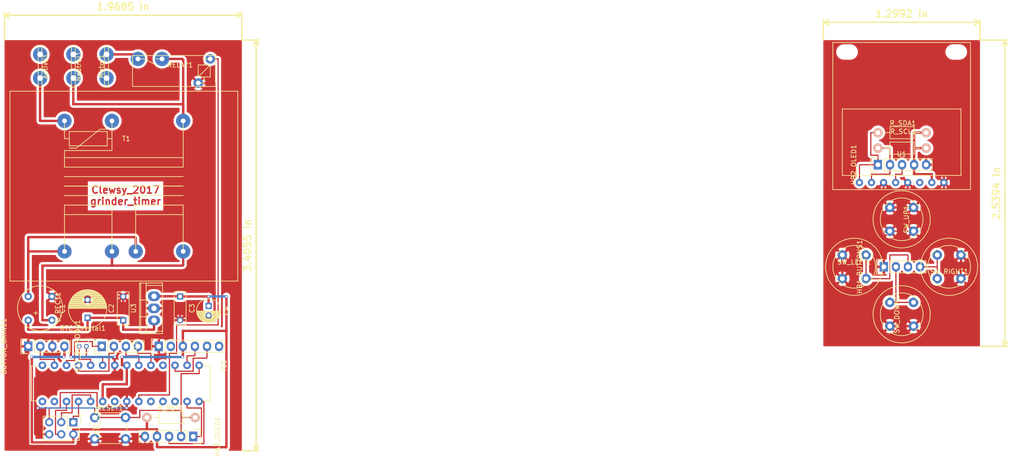
<source format=kicad_pcb>
(kicad_pcb (version 4) (host pcbnew 4.0.5+dfsg1-4)

  (general
    (links 83)
    (no_connects 0)
    (area 0 0 0 0)
    (thickness 1.6)
    (drawings 13)
    (tracks 335)
    (zones 0)
    (modules 29)
    (nets 45)
  )

  (page A4)
  (layers
    (0 F.Cu signal)
    (31 B.Cu signal)
    (32 B.Adhes user)
    (33 F.Adhes user)
    (34 B.Paste user)
    (35 F.Paste user)
    (36 B.SilkS user)
    (37 F.SilkS user)
    (38 B.Mask user)
    (39 F.Mask user)
    (40 Dwgs.User user)
    (41 Cmts.User user)
    (42 Eco1.User user)
    (43 Eco2.User user)
    (44 Edge.Cuts user)
    (45 Margin user)
    (46 B.CrtYd user)
    (47 F.CrtYd user)
    (48 B.Fab user)
    (49 F.Fab user)
  )

  (setup
    (last_trace_width 0.25)
    (trace_clearance 0.2)
    (zone_clearance 0.508)
    (zone_45_only no)
    (trace_min 0.2)
    (segment_width 0.2)
    (edge_width 0.15)
    (via_size 0.6)
    (via_drill 0.4)
    (via_min_size 0.4)
    (via_min_drill 0.3)
    (uvia_size 0.3)
    (uvia_drill 0.1)
    (uvias_allowed no)
    (uvia_min_size 0.2)
    (uvia_min_drill 0.1)
    (pcb_text_width 0.3)
    (pcb_text_size 1.5 1.5)
    (mod_edge_width 0.15)
    (mod_text_size 1 1)
    (mod_text_width 0.15)
    (pad_size 1.524 1.524)
    (pad_drill 0.762)
    (pad_to_mask_clearance 0.2)
    (aux_axis_origin 0 0)
    (visible_elements FFFFFF7F)
    (pcbplotparams
      (layerselection 0x00030_80000001)
      (usegerberextensions false)
      (excludeedgelayer true)
      (linewidth 0.100000)
      (plotframeref false)
      (viasonmask false)
      (mode 1)
      (useauxorigin false)
      (hpglpennumber 1)
      (hpglpenspeed 20)
      (hpglpendiameter 15)
      (hpglpenoverlay 2)
      (psnegative false)
      (psa4output false)
      (plotreference true)
      (plotvalue true)
      (plotinvisibletext false)
      (padsonsilk false)
      (subtractmaskfromsilk false)
      (outputformat 1)
      (mirror false)
      (drillshape 1)
      (scaleselection 1)
      (outputdirectory ""))
  )

  (net 0 "")
  (net 1 "Net-(Active1-Pad1)")
  (net 2 GND)
  (net 3 BUTTON_GRIND)
  (net 4 +5V)
  (net 5 "Net-(C1-Pad1)")
  (net 6 MISO)
  (net 7 SCK)
  (net 8 MOSI)
  (net 9 HA2_RESET)
  (net 10 "Net-(D_RECT1-Pad3)")
  (net 11 "Net-(D_RECT1-Pad4)")
  (net 12 HA1_BUTTON_UP)
  (net 13 HA1_BUTTON_DOWN)
  (net 14 HA1_BUTTON_LEFT)
  (net 15 HA1_BUTTON_RIGHT)
  (net 16 HA2_SDA)
  (net 17 HA2_SCL)
  (net 18 "Net-(HB1_BUTTONS1-Pad2)")
  (net 19 "Net-(HB1_BUTTONS1-Pad3)")
  (net 20 "Net-(HB1_BUTTONS1-Pad4)")
  (net 21 HB2_SDA)
  (net 22 HB2_SCL)
  (net 23 HB2_RESET)
  (net 24 +5VD)
  (net 25 GNDD)
  (net 26 AVR_RX)
  (net 27 AVR_TX)
  (net 28 "Net-(IC1-Pad4)")
  (net 29 "Net-(IC1-Pad9)")
  (net 30 "Net-(IC1-Pad10)")
  (net 31 "Net-(IC1-Pad14)")
  (net 32 "Net-(IC1-Pad15)")
  (net 33 "Net-(IC1-Pad16)")
  (net 34 "Net-(IC1-Pad21)")
  (net 35 RELAY)
  (net 36 "Net-(IC1-Pad24)")
  (net 37 "Net-(IC1-Pad25)")
  (net 38 "Net-(IC1-Pad26)")
  (net 39 "Net-(Motor1-Pad1)")
  (net 40 "Net-(Neutral1-Pad1)")
  (net 41 "Net-(T1-Pad2)")
  (net 42 "Net-(U1-Pad6)")
  (net 43 "Net-(U2-Pad2)")
  (net 44 "Net-(U2-Pad6)")

  (net_class Default "This is the default net class."
    (clearance 0.2)
    (trace_width 0.25)
    (via_dia 0.6)
    (via_drill 0.4)
    (uvia_dia 0.3)
    (uvia_drill 0.1)
    (add_net AVR_RX)
    (add_net AVR_TX)
    (add_net BUTTON_GRIND)
    (add_net HA1_BUTTON_DOWN)
    (add_net HA1_BUTTON_LEFT)
    (add_net HA1_BUTTON_RIGHT)
    (add_net HA1_BUTTON_UP)
    (add_net HA2_RESET)
    (add_net HA2_SCL)
    (add_net HA2_SDA)
    (add_net HB2_RESET)
    (add_net HB2_SCL)
    (add_net HB2_SDA)
    (add_net MISO)
    (add_net MOSI)
    (add_net "Net-(HB1_BUTTONS1-Pad2)")
    (add_net "Net-(HB1_BUTTONS1-Pad3)")
    (add_net "Net-(HB1_BUTTONS1-Pad4)")
    (add_net "Net-(IC1-Pad10)")
    (add_net "Net-(IC1-Pad14)")
    (add_net "Net-(IC1-Pad15)")
    (add_net "Net-(IC1-Pad16)")
    (add_net "Net-(IC1-Pad21)")
    (add_net "Net-(IC1-Pad24)")
    (add_net "Net-(IC1-Pad25)")
    (add_net "Net-(IC1-Pad26)")
    (add_net "Net-(IC1-Pad4)")
    (add_net "Net-(IC1-Pad9)")
    (add_net "Net-(U1-Pad6)")
    (add_net "Net-(U2-Pad2)")
    (add_net "Net-(U2-Pad6)")
    (add_net RELAY)
    (add_net SCK)
  )

  (net_class Power ""
    (clearance 0.2)
    (trace_width 0.5)
    (via_dia 0.6)
    (via_drill 0.4)
    (uvia_dia 0.3)
    (uvia_drill 0.1)
    (add_net +5V)
    (add_net +5VD)
    (add_net GND)
    (add_net GNDD)
    (add_net "Net-(Active1-Pad1)")
    (add_net "Net-(C1-Pad1)")
    (add_net "Net-(D_RECT1-Pad3)")
    (add_net "Net-(D_RECT1-Pad4)")
    (add_net "Net-(Motor1-Pad1)")
    (add_net "Net-(Neutral1-Pad1)")
    (add_net "Net-(T1-Pad2)")
  )

  (module Housings_DIP:DIP-28_W7.62mm (layer F.Cu) (tedit 54130A77) (tstamp 5A15D117)
    (at 96 106 270)
    (descr "28-lead dip package, row spacing 7.62 mm (300 mils)")
    (tags "dil dip 2.54 300")
    (path /5A066869)
    (fp_text reference IC1 (at 0 -5.22 270) (layer F.SilkS)
      (effects (font (size 1 1) (thickness 0.15)))
    )
    (fp_text value ATMEGA328P-P (at 0 -3.72 270) (layer F.Fab)
      (effects (font (size 1 1) (thickness 0.15)))
    )
    (fp_line (start -1.05 -2.45) (end -1.05 35.5) (layer F.CrtYd) (width 0.05))
    (fp_line (start 8.65 -2.45) (end 8.65 35.5) (layer F.CrtYd) (width 0.05))
    (fp_line (start -1.05 -2.45) (end 8.65 -2.45) (layer F.CrtYd) (width 0.05))
    (fp_line (start -1.05 35.5) (end 8.65 35.5) (layer F.CrtYd) (width 0.05))
    (fp_line (start 0.135 -2.295) (end 0.135 -1.025) (layer F.SilkS) (width 0.15))
    (fp_line (start 7.485 -2.295) (end 7.485 -1.025) (layer F.SilkS) (width 0.15))
    (fp_line (start 7.485 35.315) (end 7.485 34.045) (layer F.SilkS) (width 0.15))
    (fp_line (start 0.135 35.315) (end 0.135 34.045) (layer F.SilkS) (width 0.15))
    (fp_line (start 0.135 -2.295) (end 7.485 -2.295) (layer F.SilkS) (width 0.15))
    (fp_line (start 0.135 35.315) (end 7.485 35.315) (layer F.SilkS) (width 0.15))
    (fp_line (start 0.135 -1.025) (end -0.8 -1.025) (layer F.SilkS) (width 0.15))
    (pad 1 thru_hole oval (at 0 0 270) (size 1.6 1.6) (drill 0.8) (layers *.Cu *.Mask)
      (net 9 HA2_RESET))
    (pad 2 thru_hole oval (at 0 2.54 270) (size 1.6 1.6) (drill 0.8) (layers *.Cu *.Mask)
      (net 26 AVR_RX))
    (pad 3 thru_hole oval (at 0 5.08 270) (size 1.6 1.6) (drill 0.8) (layers *.Cu *.Mask)
      (net 27 AVR_TX))
    (pad 4 thru_hole oval (at 0 7.62 270) (size 1.6 1.6) (drill 0.8) (layers *.Cu *.Mask)
      (net 28 "Net-(IC1-Pad4)"))
    (pad 5 thru_hole oval (at 0 10.16 270) (size 1.6 1.6) (drill 0.8) (layers *.Cu *.Mask)
      (net 15 HA1_BUTTON_RIGHT))
    (pad 6 thru_hole oval (at 0 12.7 270) (size 1.6 1.6) (drill 0.8) (layers *.Cu *.Mask)
      (net 14 HA1_BUTTON_LEFT))
    (pad 7 thru_hole oval (at 0 15.24 270) (size 1.6 1.6) (drill 0.8) (layers *.Cu *.Mask)
      (net 4 +5V))
    (pad 8 thru_hole oval (at 0 17.78 270) (size 1.6 1.6) (drill 0.8) (layers *.Cu *.Mask)
      (net 2 GND))
    (pad 9 thru_hole oval (at 0 20.32 270) (size 1.6 1.6) (drill 0.8) (layers *.Cu *.Mask)
      (net 29 "Net-(IC1-Pad9)"))
    (pad 10 thru_hole oval (at 0 22.86 270) (size 1.6 1.6) (drill 0.8) (layers *.Cu *.Mask)
      (net 30 "Net-(IC1-Pad10)"))
    (pad 11 thru_hole oval (at 0 25.4 270) (size 1.6 1.6) (drill 0.8) (layers *.Cu *.Mask)
      (net 13 HA1_BUTTON_DOWN))
    (pad 12 thru_hole oval (at 0 27.94 270) (size 1.6 1.6) (drill 0.8) (layers *.Cu *.Mask)
      (net 12 HA1_BUTTON_UP))
    (pad 13 thru_hole oval (at 0 30.48 270) (size 1.6 1.6) (drill 0.8) (layers *.Cu *.Mask)
      (net 3 BUTTON_GRIND))
    (pad 14 thru_hole oval (at 0 33.02 270) (size 1.6 1.6) (drill 0.8) (layers *.Cu *.Mask)
      (net 31 "Net-(IC1-Pad14)"))
    (pad 15 thru_hole oval (at 7.62 33.02 270) (size 1.6 1.6) (drill 0.8) (layers *.Cu *.Mask)
      (net 32 "Net-(IC1-Pad15)"))
    (pad 16 thru_hole oval (at 7.62 30.48 270) (size 1.6 1.6) (drill 0.8) (layers *.Cu *.Mask)
      (net 33 "Net-(IC1-Pad16)"))
    (pad 17 thru_hole oval (at 7.62 27.94 270) (size 1.6 1.6) (drill 0.8) (layers *.Cu *.Mask)
      (net 8 MOSI))
    (pad 18 thru_hole oval (at 7.62 25.4 270) (size 1.6 1.6) (drill 0.8) (layers *.Cu *.Mask)
      (net 6 MISO))
    (pad 19 thru_hole oval (at 7.62 22.86 270) (size 1.6 1.6) (drill 0.8) (layers *.Cu *.Mask)
      (net 7 SCK))
    (pad 20 thru_hole oval (at 7.62 20.32 270) (size 1.6 1.6) (drill 0.8) (layers *.Cu *.Mask)
      (net 4 +5V))
    (pad 21 thru_hole oval (at 7.62 17.78 270) (size 1.6 1.6) (drill 0.8) (layers *.Cu *.Mask)
      (net 34 "Net-(IC1-Pad21)"))
    (pad 22 thru_hole oval (at 7.62 15.24 270) (size 1.6 1.6) (drill 0.8) (layers *.Cu *.Mask)
      (net 2 GND))
    (pad 23 thru_hole oval (at 7.62 12.7 270) (size 1.6 1.6) (drill 0.8) (layers *.Cu *.Mask)
      (net 35 RELAY))
    (pad 24 thru_hole oval (at 7.62 10.16 270) (size 1.6 1.6) (drill 0.8) (layers *.Cu *.Mask)
      (net 36 "Net-(IC1-Pad24)"))
    (pad 25 thru_hole oval (at 7.62 7.62 270) (size 1.6 1.6) (drill 0.8) (layers *.Cu *.Mask)
      (net 37 "Net-(IC1-Pad25)"))
    (pad 26 thru_hole oval (at 7.62 5.08 270) (size 1.6 1.6) (drill 0.8) (layers *.Cu *.Mask)
      (net 38 "Net-(IC1-Pad26)"))
    (pad 27 thru_hole oval (at 7.62 2.54 270) (size 1.6 1.6) (drill 0.8) (layers *.Cu *.Mask)
      (net 16 HA2_SDA))
    (pad 28 thru_hole oval (at 7.62 0 270) (size 1.6 1.6) (drill 0.8) (layers *.Cu *.Mask)
      (net 17 HA2_SCL))
    (model Housings_DIP.3dshapes/DIP-28_W7.62mm.wrl
      (at (xyz 0 0 0))
      (scale (xyz 1 1 1))
      (rotate (xyz 0 0 0))
    )
  )

  (module grinder_timer:SPADE_LUG (layer F.Cu) (tedit 5A122702) (tstamp 5A15CFF1)
    (at 62.5 43 90)
    (path /5A11492A)
    (fp_text reference Active1 (at 0 1.1 90) (layer F.SilkS)
      (effects (font (size 1 1) (thickness 0.15)))
    )
    (fp_text value TERM (at 0 -2.1 90) (layer F.Fab)
      (effects (font (size 1 1) (thickness 0.15)))
    )
    (fp_line (start -4.4 -0.4) (end -4.4 0.4) (layer F.SilkS) (width 0.15))
    (fp_line (start -4.4 0.4) (end 4.4 0.4) (layer F.SilkS) (width 0.15))
    (fp_line (start 4.4 0.4) (end 4.4 -0.4) (layer F.SilkS) (width 0.15))
    (fp_line (start 4.4 -0.4) (end -4.4 -0.4) (layer F.SilkS) (width 0.15))
    (pad 1 thru_hole circle (at -2.5 0 90) (size 3 3) (drill 1.2) (layers *.Cu *.Mask)
      (net 1 "Net-(Active1-Pad1)"))
    (pad 2 thru_hole circle (at 2.5 0 90) (size 3 3) (drill 1.2) (layers *.Cu *.Mask))
  )

  (module Pin_Headers:Pin_Header_Straight_1x04 (layer F.Cu) (tedit 0) (tstamp 5A15D004)
    (at 60 102 90)
    (descr "Through hole pin header")
    (tags "pin header")
    (path /5A116EB1)
    (fp_text reference BUTTON_GRIND1 (at 0 -5.1 90) (layer F.SilkS)
      (effects (font (size 1 1) (thickness 0.15)))
    )
    (fp_text value SW_Push_LED (at 0 -3.1 90) (layer F.Fab)
      (effects (font (size 1 1) (thickness 0.15)))
    )
    (fp_line (start -1.75 -1.75) (end -1.75 9.4) (layer F.CrtYd) (width 0.05))
    (fp_line (start 1.75 -1.75) (end 1.75 9.4) (layer F.CrtYd) (width 0.05))
    (fp_line (start -1.75 -1.75) (end 1.75 -1.75) (layer F.CrtYd) (width 0.05))
    (fp_line (start -1.75 9.4) (end 1.75 9.4) (layer F.CrtYd) (width 0.05))
    (fp_line (start -1.27 1.27) (end -1.27 8.89) (layer F.SilkS) (width 0.15))
    (fp_line (start 1.27 1.27) (end 1.27 8.89) (layer F.SilkS) (width 0.15))
    (fp_line (start 1.55 -1.55) (end 1.55 0) (layer F.SilkS) (width 0.15))
    (fp_line (start -1.27 8.89) (end 1.27 8.89) (layer F.SilkS) (width 0.15))
    (fp_line (start 1.27 1.27) (end -1.27 1.27) (layer F.SilkS) (width 0.15))
    (fp_line (start -1.55 0) (end -1.55 -1.55) (layer F.SilkS) (width 0.15))
    (fp_line (start -1.55 -1.55) (end 1.55 -1.55) (layer F.SilkS) (width 0.15))
    (pad 1 thru_hole rect (at 0 0 90) (size 2.032 1.7272) (drill 1.016) (layers *.Cu *.Mask)
      (net 2 GND))
    (pad 2 thru_hole oval (at 0 2.54 90) (size 2.032 1.7272) (drill 1.016) (layers *.Cu *.Mask)
      (net 3 BUTTON_GRIND))
    (pad 3 thru_hole oval (at 0 5.08 90) (size 2.032 1.7272) (drill 1.016) (layers *.Cu *.Mask)
      (net 2 GND))
    (pad 4 thru_hole oval (at 0 7.62 90) (size 2.032 1.7272) (drill 1.016) (layers *.Cu *.Mask)
      (net 4 +5V))
    (model Pin_Headers.3dshapes/Pin_Header_Straight_1x04.wrl
      (at (xyz 0 -0.15 0))
      (scale (xyz 1 1 1))
      (rotate (xyz 0 0 90))
    )
  )

  (module Capacitors_THT:C_Radial_D8_L13_P3.8 (layer F.Cu) (tedit 0) (tstamp 5A15D039)
    (at 72.5 96 90)
    (descr "Radial Electrolytic Capacitor Diameter 8mm x Length 13mm, Pitch 3.8mm")
    (tags "Electrolytic Capacitor")
    (path /5A115D2B)
    (fp_text reference C1 (at 1.9 -5.3 90) (layer F.SilkS)
      (effects (font (size 1 1) (thickness 0.15)))
    )
    (fp_text value 470uF (at 1.9 5.3 90) (layer F.Fab)
      (effects (font (size 1 1) (thickness 0.15)))
    )
    (fp_line (start 1.975 -3.999) (end 1.975 3.999) (layer F.SilkS) (width 0.15))
    (fp_line (start 2.115 -3.994) (end 2.115 3.994) (layer F.SilkS) (width 0.15))
    (fp_line (start 2.255 -3.984) (end 2.255 3.984) (layer F.SilkS) (width 0.15))
    (fp_line (start 2.395 -3.969) (end 2.395 3.969) (layer F.SilkS) (width 0.15))
    (fp_line (start 2.535 -3.949) (end 2.535 3.949) (layer F.SilkS) (width 0.15))
    (fp_line (start 2.675 -3.924) (end 2.675 3.924) (layer F.SilkS) (width 0.15))
    (fp_line (start 2.815 -3.894) (end 2.815 -0.173) (layer F.SilkS) (width 0.15))
    (fp_line (start 2.815 0.173) (end 2.815 3.894) (layer F.SilkS) (width 0.15))
    (fp_line (start 2.955 -3.858) (end 2.955 -0.535) (layer F.SilkS) (width 0.15))
    (fp_line (start 2.955 0.535) (end 2.955 3.858) (layer F.SilkS) (width 0.15))
    (fp_line (start 3.095 -3.817) (end 3.095 -0.709) (layer F.SilkS) (width 0.15))
    (fp_line (start 3.095 0.709) (end 3.095 3.817) (layer F.SilkS) (width 0.15))
    (fp_line (start 3.235 -3.771) (end 3.235 -0.825) (layer F.SilkS) (width 0.15))
    (fp_line (start 3.235 0.825) (end 3.235 3.771) (layer F.SilkS) (width 0.15))
    (fp_line (start 3.375 -3.718) (end 3.375 -0.905) (layer F.SilkS) (width 0.15))
    (fp_line (start 3.375 0.905) (end 3.375 3.718) (layer F.SilkS) (width 0.15))
    (fp_line (start 3.515 -3.659) (end 3.515 -0.959) (layer F.SilkS) (width 0.15))
    (fp_line (start 3.515 0.959) (end 3.515 3.659) (layer F.SilkS) (width 0.15))
    (fp_line (start 3.655 -3.594) (end 3.655 -0.989) (layer F.SilkS) (width 0.15))
    (fp_line (start 3.655 0.989) (end 3.655 3.594) (layer F.SilkS) (width 0.15))
    (fp_line (start 3.795 -3.523) (end 3.795 -1) (layer F.SilkS) (width 0.15))
    (fp_line (start 3.795 1) (end 3.795 3.523) (layer F.SilkS) (width 0.15))
    (fp_line (start 3.935 -3.444) (end 3.935 -0.991) (layer F.SilkS) (width 0.15))
    (fp_line (start 3.935 0.991) (end 3.935 3.444) (layer F.SilkS) (width 0.15))
    (fp_line (start 4.075 -3.357) (end 4.075 -0.961) (layer F.SilkS) (width 0.15))
    (fp_line (start 4.075 0.961) (end 4.075 3.357) (layer F.SilkS) (width 0.15))
    (fp_line (start 4.215 -3.262) (end 4.215 -0.91) (layer F.SilkS) (width 0.15))
    (fp_line (start 4.215 0.91) (end 4.215 3.262) (layer F.SilkS) (width 0.15))
    (fp_line (start 4.355 -3.158) (end 4.355 -0.832) (layer F.SilkS) (width 0.15))
    (fp_line (start 4.355 0.832) (end 4.355 3.158) (layer F.SilkS) (width 0.15))
    (fp_line (start 4.495 -3.044) (end 4.495 -0.719) (layer F.SilkS) (width 0.15))
    (fp_line (start 4.495 0.719) (end 4.495 3.044) (layer F.SilkS) (width 0.15))
    (fp_line (start 4.635 -2.919) (end 4.635 -0.55) (layer F.SilkS) (width 0.15))
    (fp_line (start 4.635 0.55) (end 4.635 2.919) (layer F.SilkS) (width 0.15))
    (fp_line (start 4.775 -2.781) (end 4.775 -0.222) (layer F.SilkS) (width 0.15))
    (fp_line (start 4.775 0.222) (end 4.775 2.781) (layer F.SilkS) (width 0.15))
    (fp_line (start 4.915 -2.629) (end 4.915 2.629) (layer F.SilkS) (width 0.15))
    (fp_line (start 5.055 -2.459) (end 5.055 2.459) (layer F.SilkS) (width 0.15))
    (fp_line (start 5.195 -2.268) (end 5.195 2.268) (layer F.SilkS) (width 0.15))
    (fp_line (start 5.335 -2.05) (end 5.335 2.05) (layer F.SilkS) (width 0.15))
    (fp_line (start 5.475 -1.794) (end 5.475 1.794) (layer F.SilkS) (width 0.15))
    (fp_line (start 5.615 -1.483) (end 5.615 1.483) (layer F.SilkS) (width 0.15))
    (fp_line (start 5.755 -1.067) (end 5.755 1.067) (layer F.SilkS) (width 0.15))
    (fp_line (start 5.895 -0.2) (end 5.895 0.2) (layer F.SilkS) (width 0.15))
    (fp_circle (center 3.8 0) (end 3.8 -1) (layer F.SilkS) (width 0.15))
    (fp_circle (center 1.9 0) (end 1.9 -4.0375) (layer F.SilkS) (width 0.15))
    (fp_circle (center 1.9 0) (end 1.9 -4.3) (layer F.CrtYd) (width 0.05))
    (pad 1 thru_hole rect (at 0 0 90) (size 1.3 1.3) (drill 0.8) (layers *.Cu *.Mask)
      (net 5 "Net-(C1-Pad1)"))
    (pad 2 thru_hole circle (at 3.8 0 90) (size 1.3 1.3) (drill 0.8) (layers *.Cu *.Mask)
      (net 2 GND))
    (model Capacitors_ThroughHole.3dshapes/C_Radial_D8_L13_P3.8.wrl
      (at (xyz 0.0748031 0 0))
      (scale (xyz 1 1 1))
      (rotate (xyz 0 0 90))
    )
  )

  (module Capacitors_THT:C_Rect_L7_W2.5_P5 (layer F.Cu) (tedit 0) (tstamp 5A15D047)
    (at 80.01 96.52 90)
    (descr "Film Capacitor Length 7mm x Width 2.5mm, Pitch 5mm")
    (tags Capacitor)
    (path /5A115EF7)
    (fp_text reference C2 (at 2.5 -2.5 90) (layer F.SilkS)
      (effects (font (size 1 1) (thickness 0.15)))
    )
    (fp_text value 0.1uF (at 2.5 2.5 90) (layer F.Fab)
      (effects (font (size 1 1) (thickness 0.15)))
    )
    (fp_line (start -1.25 -1.5) (end 6.25 -1.5) (layer F.CrtYd) (width 0.05))
    (fp_line (start 6.25 -1.5) (end 6.25 1.5) (layer F.CrtYd) (width 0.05))
    (fp_line (start 6.25 1.5) (end -1.25 1.5) (layer F.CrtYd) (width 0.05))
    (fp_line (start -1.25 1.5) (end -1.25 -1.5) (layer F.CrtYd) (width 0.05))
    (fp_line (start -1 -1.25) (end 6 -1.25) (layer F.SilkS) (width 0.15))
    (fp_line (start 6 -1.25) (end 6 1.25) (layer F.SilkS) (width 0.15))
    (fp_line (start 6 1.25) (end -1 1.25) (layer F.SilkS) (width 0.15))
    (fp_line (start -1 1.25) (end -1 -1.25) (layer F.SilkS) (width 0.15))
    (pad 1 thru_hole rect (at 0 0 90) (size 1.3 1.3) (drill 0.8) (layers *.Cu *.Mask)
      (net 5 "Net-(C1-Pad1)"))
    (pad 2 thru_hole circle (at 5 0 90) (size 1.3 1.3) (drill 0.8) (layers *.Cu *.Mask)
      (net 2 GND))
  )

  (module Capacitors_THT:C_Rect_L7_W2.5_P5 (layer F.Cu) (tedit 0) (tstamp 5A15D055)
    (at 92 91.5 270)
    (descr "Film Capacitor Length 7mm x Width 2.5mm, Pitch 5mm")
    (tags Capacitor)
    (path /5A115FDF)
    (fp_text reference C3 (at 2.5 -2.5 270) (layer F.SilkS)
      (effects (font (size 1 1) (thickness 0.15)))
    )
    (fp_text value 0.1uF (at 2.5 2.5 270) (layer F.Fab)
      (effects (font (size 1 1) (thickness 0.15)))
    )
    (fp_line (start -1.25 -1.5) (end 6.25 -1.5) (layer F.CrtYd) (width 0.05))
    (fp_line (start 6.25 -1.5) (end 6.25 1.5) (layer F.CrtYd) (width 0.05))
    (fp_line (start 6.25 1.5) (end -1.25 1.5) (layer F.CrtYd) (width 0.05))
    (fp_line (start -1.25 1.5) (end -1.25 -1.5) (layer F.CrtYd) (width 0.05))
    (fp_line (start -1 -1.25) (end 6 -1.25) (layer F.SilkS) (width 0.15))
    (fp_line (start 6 -1.25) (end 6 1.25) (layer F.SilkS) (width 0.15))
    (fp_line (start 6 1.25) (end -1 1.25) (layer F.SilkS) (width 0.15))
    (fp_line (start -1 1.25) (end -1 -1.25) (layer F.SilkS) (width 0.15))
    (pad 1 thru_hole rect (at 0 0 270) (size 1.3 1.3) (drill 0.8) (layers *.Cu *.Mask)
      (net 4 +5V))
    (pad 2 thru_hole circle (at 5 0 270) (size 1.3 1.3) (drill 0.8) (layers *.Cu *.Mask)
      (net 2 GND))
  )

  (module Capacitors_THT:C_Radial_D5_L11_P2 (layer F.Cu) (tedit 0) (tstamp 5A15D07C)
    (at 98 93.5 270)
    (descr "Radial Electrolytic Capacitor 5mm x Length 11mm, Pitch 2mm")
    (tags "Electrolytic Capacitor")
    (path /5A115E7B)
    (fp_text reference C4 (at 1 -3.8 270) (layer F.SilkS)
      (effects (font (size 1 1) (thickness 0.15)))
    )
    (fp_text value 10uF (at 1 3.8 270) (layer F.Fab)
      (effects (font (size 1 1) (thickness 0.15)))
    )
    (fp_line (start 1.075 -2.499) (end 1.075 2.499) (layer F.SilkS) (width 0.15))
    (fp_line (start 1.215 -2.491) (end 1.215 -0.154) (layer F.SilkS) (width 0.15))
    (fp_line (start 1.215 0.154) (end 1.215 2.491) (layer F.SilkS) (width 0.15))
    (fp_line (start 1.355 -2.475) (end 1.355 -0.473) (layer F.SilkS) (width 0.15))
    (fp_line (start 1.355 0.473) (end 1.355 2.475) (layer F.SilkS) (width 0.15))
    (fp_line (start 1.495 -2.451) (end 1.495 -0.62) (layer F.SilkS) (width 0.15))
    (fp_line (start 1.495 0.62) (end 1.495 2.451) (layer F.SilkS) (width 0.15))
    (fp_line (start 1.635 -2.418) (end 1.635 -0.712) (layer F.SilkS) (width 0.15))
    (fp_line (start 1.635 0.712) (end 1.635 2.418) (layer F.SilkS) (width 0.15))
    (fp_line (start 1.775 -2.377) (end 1.775 -0.768) (layer F.SilkS) (width 0.15))
    (fp_line (start 1.775 0.768) (end 1.775 2.377) (layer F.SilkS) (width 0.15))
    (fp_line (start 1.915 -2.327) (end 1.915 -0.795) (layer F.SilkS) (width 0.15))
    (fp_line (start 1.915 0.795) (end 1.915 2.327) (layer F.SilkS) (width 0.15))
    (fp_line (start 2.055 -2.266) (end 2.055 -0.798) (layer F.SilkS) (width 0.15))
    (fp_line (start 2.055 0.798) (end 2.055 2.266) (layer F.SilkS) (width 0.15))
    (fp_line (start 2.195 -2.196) (end 2.195 -0.776) (layer F.SilkS) (width 0.15))
    (fp_line (start 2.195 0.776) (end 2.195 2.196) (layer F.SilkS) (width 0.15))
    (fp_line (start 2.335 -2.114) (end 2.335 -0.726) (layer F.SilkS) (width 0.15))
    (fp_line (start 2.335 0.726) (end 2.335 2.114) (layer F.SilkS) (width 0.15))
    (fp_line (start 2.475 -2.019) (end 2.475 -0.644) (layer F.SilkS) (width 0.15))
    (fp_line (start 2.475 0.644) (end 2.475 2.019) (layer F.SilkS) (width 0.15))
    (fp_line (start 2.615 -1.908) (end 2.615 -0.512) (layer F.SilkS) (width 0.15))
    (fp_line (start 2.615 0.512) (end 2.615 1.908) (layer F.SilkS) (width 0.15))
    (fp_line (start 2.755 -1.78) (end 2.755 -0.265) (layer F.SilkS) (width 0.15))
    (fp_line (start 2.755 0.265) (end 2.755 1.78) (layer F.SilkS) (width 0.15))
    (fp_line (start 2.895 -1.631) (end 2.895 1.631) (layer F.SilkS) (width 0.15))
    (fp_line (start 3.035 -1.452) (end 3.035 1.452) (layer F.SilkS) (width 0.15))
    (fp_line (start 3.175 -1.233) (end 3.175 1.233) (layer F.SilkS) (width 0.15))
    (fp_line (start 3.315 -0.944) (end 3.315 0.944) (layer F.SilkS) (width 0.15))
    (fp_line (start 3.455 -0.472) (end 3.455 0.472) (layer F.SilkS) (width 0.15))
    (fp_circle (center 2 0) (end 2 -0.8) (layer F.SilkS) (width 0.15))
    (fp_circle (center 1 0) (end 1 -2.5375) (layer F.SilkS) (width 0.15))
    (fp_circle (center 1 0) (end 1 -2.8) (layer F.CrtYd) (width 0.05))
    (pad 1 thru_hole rect (at 0 0 270) (size 1.3 1.3) (drill 0.8) (layers *.Cu *.Mask)
      (net 4 +5V))
    (pad 2 thru_hole circle (at 2 0 270) (size 1.3 1.3) (drill 0.8) (layers *.Cu *.Mask)
      (net 2 GND))
    (model Capacitors_ThroughHole.3dshapes/C_Radial_D5_L11_P2.wrl
      (at (xyz 0 0 0))
      (scale (xyz 1 1 1))
      (rotate (xyz 0 0 0))
    )
  )

  (module Pin_Headers:Pin_Header_Straight_2x03 (layer F.Cu) (tedit 54EA0A4B) (tstamp 5A15D093)
    (at 69.5 118 270)
    (descr "Through hole pin header")
    (tags "pin header")
    (path /5A06784A)
    (fp_text reference CON_ISP1 (at 0 -5.1 270) (layer F.SilkS)
      (effects (font (size 1 1) (thickness 0.15)))
    )
    (fp_text value AVR-ISP-6 (at 0 -3.1 270) (layer F.Fab)
      (effects (font (size 1 1) (thickness 0.15)))
    )
    (fp_line (start -1.27 1.27) (end -1.27 6.35) (layer F.SilkS) (width 0.15))
    (fp_line (start -1.55 -1.55) (end 0 -1.55) (layer F.SilkS) (width 0.15))
    (fp_line (start -1.75 -1.75) (end -1.75 6.85) (layer F.CrtYd) (width 0.05))
    (fp_line (start 4.3 -1.75) (end 4.3 6.85) (layer F.CrtYd) (width 0.05))
    (fp_line (start -1.75 -1.75) (end 4.3 -1.75) (layer F.CrtYd) (width 0.05))
    (fp_line (start -1.75 6.85) (end 4.3 6.85) (layer F.CrtYd) (width 0.05))
    (fp_line (start 1.27 -1.27) (end 1.27 1.27) (layer F.SilkS) (width 0.15))
    (fp_line (start 1.27 1.27) (end -1.27 1.27) (layer F.SilkS) (width 0.15))
    (fp_line (start -1.27 6.35) (end 3.81 6.35) (layer F.SilkS) (width 0.15))
    (fp_line (start 3.81 6.35) (end 3.81 1.27) (layer F.SilkS) (width 0.15))
    (fp_line (start -1.55 -1.55) (end -1.55 0) (layer F.SilkS) (width 0.15))
    (fp_line (start 3.81 -1.27) (end 1.27 -1.27) (layer F.SilkS) (width 0.15))
    (fp_line (start 3.81 1.27) (end 3.81 -1.27) (layer F.SilkS) (width 0.15))
    (pad 1 thru_hole rect (at 0 0 270) (size 1.7272 1.7272) (drill 1.016) (layers *.Cu *.Mask)
      (net 6 MISO))
    (pad 2 thru_hole oval (at 2.54 0 270) (size 1.7272 1.7272) (drill 1.016) (layers *.Cu *.Mask)
      (net 4 +5V))
    (pad 3 thru_hole oval (at 0 2.54 270) (size 1.7272 1.7272) (drill 1.016) (layers *.Cu *.Mask)
      (net 7 SCK))
    (pad 4 thru_hole oval (at 2.54 2.54 270) (size 1.7272 1.7272) (drill 1.016) (layers *.Cu *.Mask)
      (net 8 MOSI))
    (pad 5 thru_hole oval (at 0 5.08 270) (size 1.7272 1.7272) (drill 1.016) (layers *.Cu *.Mask)
      (net 9 HA2_RESET))
    (pad 6 thru_hole oval (at 2.54 5.08 270) (size 1.7272 1.7272) (drill 1.016) (layers *.Cu *.Mask)
      (net 2 GND))
    (model Pin_Headers.3dshapes/Pin_Header_Straight_2x03.wrl
      (at (xyz 0.05 -0.1 0))
      (scale (xyz 1 1 1))
      (rotate (xyz 0 0 90))
    )
  )

  (module grinder_timer:BRIDGE_RECT (layer F.Cu) (tedit 5A122744) (tstamp 5A15D09E)
    (at 62.5 94 90)
    (path /5A114405)
    (fp_text reference D_RECT1 (at 0.25 3.75 90) (layer F.SilkS)
      (effects (font (size 1 1) (thickness 0.15)))
    )
    (fp_text value D_Bridge_+-AA (at 0 0.25 90) (layer F.Fab)
      (effects (font (size 1 1) (thickness 0.15)))
    )
    (fp_circle (center 0 0) (end 4.75 -0.25) (layer F.SilkS) (width 0.15))
    (fp_text user - (at 1 1 90) (layer F.SilkS)
      (effects (font (size 1 1) (thickness 0.15)))
    )
    (fp_text user + (at -1 -1 90) (layer F.SilkS)
      (effects (font (size 1 1) (thickness 0.15)))
    )
    (pad 1 thru_hole circle (at -2.5 -2.5 90) (size 1.524 1.524) (drill 0.8) (layers *.Cu *.Mask)
      (net 5 "Net-(C1-Pad1)"))
    (pad 2 thru_hole circle (at 2.5 2.5 90) (size 1.524 1.524) (drill 0.8) (layers *.Cu *.Mask)
      (net 2 GND))
    (pad 3 thru_hole circle (at -2.5 2.5 90) (size 1.524 1.524) (drill 0.8) (layers *.Cu *.Mask)
      (net 10 "Net-(D_RECT1-Pad3)"))
    (pad 4 thru_hole circle (at 2.5 -2.5 90) (size 1.524 1.524) (drill 0.8) (layers *.Cu *.Mask)
      (net 11 "Net-(D_RECT1-Pad4)"))
  )

  (module Pin_Headers:Pin_Header_Straight_1x04 (layer F.Cu) (tedit 0) (tstamp 5A15D0B1)
    (at 75.5 102 90)
    (descr "Through hole pin header")
    (tags "pin header")
    (path /5A124B32)
    (fp_text reference HA1_BUTTONS1 (at 0 -5.1 90) (layer F.SilkS)
      (effects (font (size 1 1) (thickness 0.15)))
    )
    (fp_text value CONN_01X04 (at 0 -3.1 90) (layer F.Fab)
      (effects (font (size 1 1) (thickness 0.15)))
    )
    (fp_line (start -1.75 -1.75) (end -1.75 9.4) (layer F.CrtYd) (width 0.05))
    (fp_line (start 1.75 -1.75) (end 1.75 9.4) (layer F.CrtYd) (width 0.05))
    (fp_line (start -1.75 -1.75) (end 1.75 -1.75) (layer F.CrtYd) (width 0.05))
    (fp_line (start -1.75 9.4) (end 1.75 9.4) (layer F.CrtYd) (width 0.05))
    (fp_line (start -1.27 1.27) (end -1.27 8.89) (layer F.SilkS) (width 0.15))
    (fp_line (start 1.27 1.27) (end 1.27 8.89) (layer F.SilkS) (width 0.15))
    (fp_line (start 1.55 -1.55) (end 1.55 0) (layer F.SilkS) (width 0.15))
    (fp_line (start -1.27 8.89) (end 1.27 8.89) (layer F.SilkS) (width 0.15))
    (fp_line (start 1.27 1.27) (end -1.27 1.27) (layer F.SilkS) (width 0.15))
    (fp_line (start -1.55 0) (end -1.55 -1.55) (layer F.SilkS) (width 0.15))
    (fp_line (start -1.55 -1.55) (end 1.55 -1.55) (layer F.SilkS) (width 0.15))
    (pad 1 thru_hole rect (at 0 0 90) (size 2.032 1.7272) (drill 1.016) (layers *.Cu *.Mask)
      (net 12 HA1_BUTTON_UP))
    (pad 2 thru_hole oval (at 0 2.54 90) (size 2.032 1.7272) (drill 1.016) (layers *.Cu *.Mask)
      (net 13 HA1_BUTTON_DOWN))
    (pad 3 thru_hole oval (at 0 5.08 90) (size 2.032 1.7272) (drill 1.016) (layers *.Cu *.Mask)
      (net 14 HA1_BUTTON_LEFT))
    (pad 4 thru_hole oval (at 0 7.62 90) (size 2.032 1.7272) (drill 1.016) (layers *.Cu *.Mask)
      (net 15 HA1_BUTTON_RIGHT))
    (model Pin_Headers.3dshapes/Pin_Header_Straight_1x04.wrl
      (at (xyz 0 -0.15 0))
      (scale (xyz 1 1 1))
      (rotate (xyz 0 0 90))
    )
  )

  (module Pin_Headers:Pin_Header_Straight_1x05 (layer F.Cu) (tedit 54EA0684) (tstamp 5A15D0C5)
    (at 94.75 121 270)
    (descr "Through hole pin header")
    (tags "pin header")
    (path /5A12A808)
    (fp_text reference HA2_OLED1 (at 0 -5.1 270) (layer F.SilkS)
      (effects (font (size 1 1) (thickness 0.15)))
    )
    (fp_text value CONN_01X05 (at 0 -3.1 270) (layer F.Fab)
      (effects (font (size 1 1) (thickness 0.15)))
    )
    (fp_line (start -1.55 0) (end -1.55 -1.55) (layer F.SilkS) (width 0.15))
    (fp_line (start -1.55 -1.55) (end 1.55 -1.55) (layer F.SilkS) (width 0.15))
    (fp_line (start 1.55 -1.55) (end 1.55 0) (layer F.SilkS) (width 0.15))
    (fp_line (start -1.75 -1.75) (end -1.75 11.95) (layer F.CrtYd) (width 0.05))
    (fp_line (start 1.75 -1.75) (end 1.75 11.95) (layer F.CrtYd) (width 0.05))
    (fp_line (start -1.75 -1.75) (end 1.75 -1.75) (layer F.CrtYd) (width 0.05))
    (fp_line (start -1.75 11.95) (end 1.75 11.95) (layer F.CrtYd) (width 0.05))
    (fp_line (start 1.27 1.27) (end 1.27 11.43) (layer F.SilkS) (width 0.15))
    (fp_line (start 1.27 11.43) (end -1.27 11.43) (layer F.SilkS) (width 0.15))
    (fp_line (start -1.27 11.43) (end -1.27 1.27) (layer F.SilkS) (width 0.15))
    (fp_line (start 1.27 1.27) (end -1.27 1.27) (layer F.SilkS) (width 0.15))
    (pad 1 thru_hole rect (at 0 0 270) (size 2.032 1.7272) (drill 1.016) (layers *.Cu *.Mask)
      (net 16 HA2_SDA))
    (pad 2 thru_hole oval (at 0 2.54 270) (size 2.032 1.7272) (drill 1.016) (layers *.Cu *.Mask)
      (net 9 HA2_RESET))
    (pad 3 thru_hole oval (at 0 5.08 270) (size 2.032 1.7272) (drill 1.016) (layers *.Cu *.Mask)
      (net 17 HA2_SCL))
    (pad 4 thru_hole oval (at 0 7.62 270) (size 2.032 1.7272) (drill 1.016) (layers *.Cu *.Mask)
      (net 4 +5V))
    (pad 5 thru_hole oval (at 0 10.16 270) (size 2.032 1.7272) (drill 1.016) (layers *.Cu *.Mask)
      (net 2 GND))
    (model Pin_Headers.3dshapes/Pin_Header_Straight_1x05.wrl
      (at (xyz 0 -0.2 0))
      (scale (xyz 1 1 1))
      (rotate (xyz 0 0 90))
    )
  )

  (module Pin_Headers:Pin_Header_Straight_1x04 (layer F.Cu) (tedit 0) (tstamp 5A15D0D8)
    (at 240.25 85.25 90)
    (descr "Through hole pin header")
    (tags "pin header")
    (path /5A124A2C)
    (fp_text reference HB1_BUTTONS1 (at 0 -5.1 90) (layer F.SilkS)
      (effects (font (size 1 1) (thickness 0.15)))
    )
    (fp_text value CONN_01X04 (at 0 -3.1 90) (layer F.Fab)
      (effects (font (size 1 1) (thickness 0.15)))
    )
    (fp_line (start -1.75 -1.75) (end -1.75 9.4) (layer F.CrtYd) (width 0.05))
    (fp_line (start 1.75 -1.75) (end 1.75 9.4) (layer F.CrtYd) (width 0.05))
    (fp_line (start -1.75 -1.75) (end 1.75 -1.75) (layer F.CrtYd) (width 0.05))
    (fp_line (start -1.75 9.4) (end 1.75 9.4) (layer F.CrtYd) (width 0.05))
    (fp_line (start -1.27 1.27) (end -1.27 8.89) (layer F.SilkS) (width 0.15))
    (fp_line (start 1.27 1.27) (end 1.27 8.89) (layer F.SilkS) (width 0.15))
    (fp_line (start 1.55 -1.55) (end 1.55 0) (layer F.SilkS) (width 0.15))
    (fp_line (start -1.27 8.89) (end 1.27 8.89) (layer F.SilkS) (width 0.15))
    (fp_line (start 1.27 1.27) (end -1.27 1.27) (layer F.SilkS) (width 0.15))
    (fp_line (start -1.55 0) (end -1.55 -1.55) (layer F.SilkS) (width 0.15))
    (fp_line (start -1.55 -1.55) (end 1.55 -1.55) (layer F.SilkS) (width 0.15))
    (pad 1 thru_hole rect (at 0 0 90) (size 2.032 1.7272) (drill 1.016) (layers *.Cu *.Mask)
      (net 25 GNDD))
    (pad 2 thru_hole oval (at 0 2.54 90) (size 2.032 1.7272) (drill 1.016) (layers *.Cu *.Mask)
      (net 18 "Net-(HB1_BUTTONS1-Pad2)"))
    (pad 3 thru_hole oval (at 0 5.08 90) (size 2.032 1.7272) (drill 1.016) (layers *.Cu *.Mask)
      (net 19 "Net-(HB1_BUTTONS1-Pad3)"))
    (pad 4 thru_hole oval (at 0 7.62 90) (size 2.032 1.7272) (drill 1.016) (layers *.Cu *.Mask)
      (net 20 "Net-(HB1_BUTTONS1-Pad4)"))
    (model Pin_Headers.3dshapes/Pin_Header_Straight_1x04.wrl
      (at (xyz 0 -0.15 0))
      (scale (xyz 1 1 1))
      (rotate (xyz 0 0 90))
    )
  )

  (module Pin_Headers:Pin_Header_Straight_1x05 (layer F.Cu) (tedit 54EA0684) (tstamp 5A15D0EC)
    (at 239 63.75 90)
    (descr "Through hole pin header")
    (tags "pin header")
    (path /5A12AEA5)
    (fp_text reference HB2_OLED1 (at 0 -5.1 90) (layer F.SilkS)
      (effects (font (size 1 1) (thickness 0.15)))
    )
    (fp_text value CONN_01X05 (at 0 -3.1 90) (layer F.Fab)
      (effects (font (size 1 1) (thickness 0.15)))
    )
    (fp_line (start -1.55 0) (end -1.55 -1.55) (layer F.SilkS) (width 0.15))
    (fp_line (start -1.55 -1.55) (end 1.55 -1.55) (layer F.SilkS) (width 0.15))
    (fp_line (start 1.55 -1.55) (end 1.55 0) (layer F.SilkS) (width 0.15))
    (fp_line (start -1.75 -1.75) (end -1.75 11.95) (layer F.CrtYd) (width 0.05))
    (fp_line (start 1.75 -1.75) (end 1.75 11.95) (layer F.CrtYd) (width 0.05))
    (fp_line (start -1.75 -1.75) (end 1.75 -1.75) (layer F.CrtYd) (width 0.05))
    (fp_line (start -1.75 11.95) (end 1.75 11.95) (layer F.CrtYd) (width 0.05))
    (fp_line (start 1.27 1.27) (end 1.27 11.43) (layer F.SilkS) (width 0.15))
    (fp_line (start 1.27 11.43) (end -1.27 11.43) (layer F.SilkS) (width 0.15))
    (fp_line (start -1.27 11.43) (end -1.27 1.27) (layer F.SilkS) (width 0.15))
    (fp_line (start 1.27 1.27) (end -1.27 1.27) (layer F.SilkS) (width 0.15))
    (pad 1 thru_hole rect (at 0 0 90) (size 2.032 1.7272) (drill 1.016) (layers *.Cu *.Mask)
      (net 21 HB2_SDA))
    (pad 2 thru_hole oval (at 0 2.54 90) (size 2.032 1.7272) (drill 1.016) (layers *.Cu *.Mask)
      (net 22 HB2_SCL))
    (pad 3 thru_hole oval (at 0 5.08 90) (size 2.032 1.7272) (drill 1.016) (layers *.Cu *.Mask)
      (net 23 HB2_RESET))
    (pad 4 thru_hole oval (at 0 7.62 90) (size 2.032 1.7272) (drill 1.016) (layers *.Cu *.Mask)
      (net 24 +5VD))
    (pad 5 thru_hole oval (at 0 10.16 90) (size 2.032 1.7272) (drill 1.016) (layers *.Cu *.Mask)
      (net 25 GNDD))
    (model Pin_Headers.3dshapes/Pin_Header_Straight_1x05.wrl
      (at (xyz 0 -0.2 0))
      (scale (xyz 1 1 1))
      (rotate (xyz 0 0 90))
    )
  )

  (module grinder_timer:SPADE_LUG (layer F.Cu) (tedit 5A122702) (tstamp 5A15D121)
    (at 76.5 43 270)
    (path /5A114815)
    (fp_text reference Motor1 (at 0 1.1 270) (layer F.SilkS)
      (effects (font (size 1 1) (thickness 0.15)))
    )
    (fp_text value TERM (at 0 -2.1 270) (layer F.Fab)
      (effects (font (size 1 1) (thickness 0.15)))
    )
    (fp_line (start -4.4 -0.4) (end -4.4 0.4) (layer F.SilkS) (width 0.15))
    (fp_line (start -4.4 0.4) (end 4.4 0.4) (layer F.SilkS) (width 0.15))
    (fp_line (start 4.4 0.4) (end 4.4 -0.4) (layer F.SilkS) (width 0.15))
    (fp_line (start 4.4 -0.4) (end -4.4 -0.4) (layer F.SilkS) (width 0.15))
    (pad 1 thru_hole circle (at -2.5 0 270) (size 3 3) (drill 1.2) (layers *.Cu *.Mask)
      (net 39 "Net-(Motor1-Pad1)"))
    (pad 2 thru_hole circle (at 2.5 0 270) (size 3 3) (drill 1.2) (layers *.Cu *.Mask))
  )

  (module grinder_timer:SPADE_LUG (layer F.Cu) (tedit 5A122702) (tstamp 5A15D12B)
    (at 69.5 43 90)
    (path /5A11472E)
    (fp_text reference Neutral1 (at 0 1.1 90) (layer F.SilkS)
      (effects (font (size 1 1) (thickness 0.15)))
    )
    (fp_text value TERM (at 0 -2.1 90) (layer F.Fab)
      (effects (font (size 1 1) (thickness 0.15)))
    )
    (fp_line (start -4.4 -0.4) (end -4.4 0.4) (layer F.SilkS) (width 0.15))
    (fp_line (start -4.4 0.4) (end 4.4 0.4) (layer F.SilkS) (width 0.15))
    (fp_line (start 4.4 0.4) (end 4.4 -0.4) (layer F.SilkS) (width 0.15))
    (fp_line (start 4.4 -0.4) (end -4.4 -0.4) (layer F.SilkS) (width 0.15))
    (pad 1 thru_hole circle (at -2.5 0 90) (size 3 3) (drill 1.2) (layers *.Cu *.Mask)
      (net 40 "Net-(Neutral1-Pad1)"))
    (pad 2 thru_hole circle (at 2.5 0 90) (size 3 3) (drill 1.2) (layers *.Cu *.Mask))
  )

  (module grinder_timer:RELAY (layer F.Cu) (tedit 5A123191) (tstamp 5A15D143)
    (at 92 44 180)
    (path /5A1133D5)
    (fp_text reference RELAY1 (at 0 1.27 180) (layer F.SilkS)
      (effects (font (size 1 1) (thickness 0.15)))
    )
    (fp_text value RM50-xx21 (at 0 -1.27 180) (layer F.Fab)
      (effects (font (size 1 1) (thickness 0.15)))
    )
    (fp_line (start -3.81 -2.54) (end -5.08 -2.54) (layer F.SilkS) (width 0.15))
    (fp_line (start -5.08 -2.54) (end -5.08 -1.27) (layer F.SilkS) (width 0.15))
    (fp_line (start -6.35 2.54) (end -5.08 2.54) (layer F.SilkS) (width 0.15))
    (fp_line (start -5.08 2.54) (end -5.08 1.27) (layer F.SilkS) (width 0.15))
    (fp_line (start -6.35 1.27) (end -3.81 -1.27) (layer F.SilkS) (width 0.15))
    (fp_line (start -6.35 1.27) (end -3.81 1.27) (layer F.SilkS) (width 0.15))
    (fp_line (start -3.81 1.27) (end -3.81 -1.27) (layer F.SilkS) (width 0.15))
    (fp_line (start -3.81 -1.27) (end -6.35 -1.27) (layer F.SilkS) (width 0.15))
    (fp_line (start -6.35 -1.27) (end -6.35 1.27) (layer F.SilkS) (width 0.15))
    (fp_line (start 8.89 2.54) (end 7.62 2.54) (layer F.SilkS) (width 0.15))
    (fp_line (start 7.62 2.54) (end 5.08 1.27) (layer F.SilkS) (width 0.15))
    (fp_line (start 3.81 2.54) (end 5.08 2.54) (layer F.SilkS) (width 0.15))
    (fp_line (start 10.02 -3.25) (end 10.02 3.25) (layer F.SilkS) (width 0.15))
    (fp_line (start -7.48 -3.25) (end 10.02 -3.25) (layer F.SilkS) (width 0.15))
    (fp_line (start -7.48 3.25) (end -7.48 -3.25) (layer F.SilkS) (width 0.15))
    (fp_line (start -7.48 3.25) (end 10.02 3.25) (layer F.SilkS) (width 0.15))
    (pad A2 thru_hole circle (at -6.35 2.54 180) (size 2 2) (drill 1) (layers *.Cu *.Mask)
      (net 35 RELAY))
    (pad A1 thru_hole circle (at -3.81 -2.54 180) (size 2 2) (drill 1) (layers *.Cu *.Mask)
      (net 2 GND))
    (pad 11 thru_hole circle (at 3.81 2.54 180) (size 3 3) (drill 1) (layers *.Cu *.Mask)
      (net 40 "Net-(Neutral1-Pad1)"))
    (pad 14 thru_hole circle (at 8.89 2.54 180) (size 3 3) (drill 1) (layers *.Cu *.Mask)
      (net 39 "Net-(Motor1-Pad1)"))
  )

  (module Buttons_Switches_THT:SW_PUSH_6mm (layer F.Cu) (tedit 58134C96) (tstamp 5A15D161)
    (at 74 117)
    (descr https://www.omron.com/ecb/products/pdf/en-b3f.pdf)
    (tags "tact sw push 6mm")
    (path /5A131409)
    (fp_text reference RESET1 (at 3.25 -2) (layer F.SilkS)
      (effects (font (size 1 1) (thickness 0.15)))
    )
    (fp_text value SW_Push (at 3.75 6.7) (layer F.Fab)
      (effects (font (size 1 1) (thickness 0.15)))
    )
    (fp_line (start 3.25 -0.75) (end 6.25 -0.75) (layer F.Fab) (width 0.1))
    (fp_line (start 6.25 -0.75) (end 6.25 5.25) (layer F.Fab) (width 0.1))
    (fp_line (start 6.25 5.25) (end 0.25 5.25) (layer F.Fab) (width 0.1))
    (fp_line (start 0.25 5.25) (end 0.25 -0.75) (layer F.Fab) (width 0.1))
    (fp_line (start 0.25 -0.75) (end 3.25 -0.75) (layer F.Fab) (width 0.1))
    (fp_line (start 7.75 6) (end 8 6) (layer F.CrtYd) (width 0.05))
    (fp_line (start 8 6) (end 8 5.75) (layer F.CrtYd) (width 0.05))
    (fp_line (start 7.75 -1.5) (end 8 -1.5) (layer F.CrtYd) (width 0.05))
    (fp_line (start 8 -1.5) (end 8 -1.25) (layer F.CrtYd) (width 0.05))
    (fp_line (start -1.5 -1.25) (end -1.5 -1.5) (layer F.CrtYd) (width 0.05))
    (fp_line (start -1.5 -1.5) (end -1.25 -1.5) (layer F.CrtYd) (width 0.05))
    (fp_line (start -1.5 5.75) (end -1.5 6) (layer F.CrtYd) (width 0.05))
    (fp_line (start -1.5 6) (end -1.25 6) (layer F.CrtYd) (width 0.05))
    (fp_line (start -1.25 -1.5) (end 7.75 -1.5) (layer F.CrtYd) (width 0.05))
    (fp_line (start -1.5 5.75) (end -1.5 -1.25) (layer F.CrtYd) (width 0.05))
    (fp_line (start 7.75 6) (end -1.25 6) (layer F.CrtYd) (width 0.05))
    (fp_line (start 8 -1.25) (end 8 5.75) (layer F.CrtYd) (width 0.05))
    (fp_line (start 1 5.5) (end 5.5 5.5) (layer F.SilkS) (width 0.15))
    (fp_line (start -0.25 1.5) (end -0.25 3) (layer F.SilkS) (width 0.15))
    (fp_line (start 5.5 -1) (end 1 -1) (layer F.SilkS) (width 0.15))
    (fp_line (start 6.75 3) (end 6.75 1.5) (layer F.SilkS) (width 0.15))
    (fp_circle (center 3.25 2.25) (end 1.25 2.5) (layer F.Fab) (width 0.1))
    (pad 2 thru_hole circle (at 0 4.5 90) (size 2 2) (drill 1.1) (layers *.Cu *.Mask)
      (net 2 GND))
    (pad 1 thru_hole circle (at 0 0 90) (size 2 2) (drill 1.1) (layers *.Cu *.Mask)
      (net 9 HA2_RESET))
    (pad 2 thru_hole circle (at 6.5 4.5 90) (size 2 2) (drill 1.1) (layers *.Cu *.Mask)
      (net 2 GND))
    (pad 1 thru_hole circle (at 6.5 0 90) (size 2 2) (drill 1.1) (layers *.Cu *.Mask)
      (net 9 HA2_RESET))
    (model Buttons_Switches_ThroughHole.3dshapes/SW_PUSH_6mm.wrl
      (at (xyz 0.005 0 0))
      (scale (xyz 0.3937 0.3937 0.3937))
      (rotate (xyz 0 0 0))
    )
  )

  (module Crystals:Crystal_Round_Vertical_3mm (layer F.Cu) (tedit 0) (tstamp 5A15D174)
    (at 71.5 102)
    (descr "Crystal, Quarz, Rundgehaeuse, round, vertical, stehend, Uhrenquarz, Diam. 3mm,")
    (tags "Crystal Quarz Rundgehaeuse round vertical stehend Uhrenquarz Diam. 3mm")
    (path /5A0D00A8)
    (fp_text reference RTC_Crystal1 (at 0 -3.81) (layer F.SilkS)
      (effects (font (size 1 1) (thickness 0.15)))
    )
    (fp_text value 32.768kHz (at 0 3.81) (layer F.Fab)
      (effects (font (size 1 1) (thickness 0.15)))
    )
    (fp_line (start 1.30048 0.89916) (end 1.04902 1.15062) (layer F.SilkS) (width 0.15))
    (fp_line (start 1.04902 1.15062) (end 0.70104 1.39954) (layer F.SilkS) (width 0.15))
    (fp_line (start 0.70104 1.39954) (end 0.14986 1.5494) (layer F.SilkS) (width 0.15))
    (fp_line (start 0.14986 1.5494) (end -0.24892 1.5494) (layer F.SilkS) (width 0.15))
    (fp_line (start -0.24892 1.5494) (end -0.7493 1.34874) (layer F.SilkS) (width 0.15))
    (fp_line (start -0.7493 1.34874) (end -1.15062 1.00076) (layer F.SilkS) (width 0.15))
    (fp_line (start 1.30048 -0.8509) (end 1.15062 -1.04902) (layer F.SilkS) (width 0.15))
    (fp_line (start 1.15062 -1.04902) (end 0.8509 -1.30048) (layer F.SilkS) (width 0.15))
    (fp_line (start 0.8509 -1.30048) (end 0.39878 -1.50114) (layer F.SilkS) (width 0.15))
    (fp_line (start 0.39878 -1.50114) (end -0.0508 -1.5494) (layer F.SilkS) (width 0.15))
    (fp_line (start -0.0508 -1.5494) (end -0.55118 -1.45034) (layer F.SilkS) (width 0.15))
    (fp_line (start -0.55118 -1.45034) (end -0.89916 -1.24968) (layer F.SilkS) (width 0.15))
    (fp_line (start -0.89916 -1.24968) (end -1.24968 -0.89916) (layer F.SilkS) (width 0.15))
    (pad 1 thru_hole circle (at -0.7493 0) (size 1.00076 1.00076) (drill 0.59944) (layers *.Cu *.Mask)
      (net 30 "Net-(IC1-Pad10)"))
    (pad 2 thru_hole circle (at 0.7493 0) (size 1.00076 1.00076) (drill 0.59944) (layers *.Cu *.Mask)
      (net 29 "Net-(IC1-Pad9)"))
  )

  (module Resistors_THT:Resistor_Horizontal_RM10mm (layer F.Cu) (tedit 5A154EC1) (tstamp 5A15D184)
    (at 85 117)
    (descr "Resistor, Axial,  RM 10mm, 1/3W")
    (tags "Resistor Axial RM 10mm 1/3W")
    (path /5A067E52)
    (fp_text reference R_RST1 (at 5 -2) (layer F.SilkS)
      (effects (font (size 1 1) (thickness 0.15)))
    )
    (fp_text value 10k (at 5.08 3.81) (layer F.Fab)
      (effects (font (size 1 1) (thickness 0.15)))
    )
    (fp_line (start -1.25 -1.5) (end 11.4 -1.5) (layer F.CrtYd) (width 0.05))
    (fp_line (start -1.25 1.5) (end -1.25 -1.5) (layer F.CrtYd) (width 0.05))
    (fp_line (start 11.4 -1.5) (end 11.4 1.5) (layer F.CrtYd) (width 0.05))
    (fp_line (start -1.25 1.5) (end 11.4 1.5) (layer F.CrtYd) (width 0.05))
    (fp_line (start 2.54 -1.27) (end 7.62 -1.27) (layer F.SilkS) (width 0.15))
    (fp_line (start 7.62 -1.27) (end 7.62 1.27) (layer F.SilkS) (width 0.15))
    (fp_line (start 7.62 1.27) (end 2.54 1.27) (layer F.SilkS) (width 0.15))
    (fp_line (start 2.54 1.27) (end 2.54 -1.27) (layer F.SilkS) (width 0.15))
    (fp_line (start 2.54 0) (end 1.27 0) (layer F.SilkS) (width 0.15))
    (fp_line (start 7.62 0) (end 8.89 0) (layer F.SilkS) (width 0.15))
    (pad 1 thru_hole circle (at 0 0) (size 1.99898 1.99898) (drill 1.00076) (layers *.Cu *.SilkS *.Mask)
      (net 4 +5V))
    (pad 2 thru_hole circle (at 10.16 0) (size 1.99898 1.99898) (drill 1.00076) (layers *.Cu *.SilkS *.Mask)
      (net 9 HA2_RESET))
    (model Resistors_ThroughHole.3dshapes/Resistor_Horizontal_RM10mm.wrl
      (at (xyz 0.2 0 0))
      (scale (xyz 0.4 0.4 0.4))
      (rotate (xyz 0 0 0))
    )
  )

  (module Resistors_THT:Resistor_Horizontal_RM10mm (layer F.Cu) (tedit 56648415) (tstamp 5A15D194)
    (at 239 60.25)
    (descr "Resistor, Axial,  RM 10mm, 1/3W")
    (tags "Resistor Axial RM 10mm 1/3W")
    (path /5A08E01E)
    (fp_text reference R_SCL1 (at 5.32892 -3.50012) (layer F.SilkS)
      (effects (font (size 1 1) (thickness 0.15)))
    )
    (fp_text value 10k (at 5.08 3.81) (layer F.Fab)
      (effects (font (size 1 1) (thickness 0.15)))
    )
    (fp_line (start -1.25 -1.5) (end 11.4 -1.5) (layer F.CrtYd) (width 0.05))
    (fp_line (start -1.25 1.5) (end -1.25 -1.5) (layer F.CrtYd) (width 0.05))
    (fp_line (start 11.4 -1.5) (end 11.4 1.5) (layer F.CrtYd) (width 0.05))
    (fp_line (start -1.25 1.5) (end 11.4 1.5) (layer F.CrtYd) (width 0.05))
    (fp_line (start 2.54 -1.27) (end 7.62 -1.27) (layer F.SilkS) (width 0.15))
    (fp_line (start 7.62 -1.27) (end 7.62 1.27) (layer F.SilkS) (width 0.15))
    (fp_line (start 7.62 1.27) (end 2.54 1.27) (layer F.SilkS) (width 0.15))
    (fp_line (start 2.54 1.27) (end 2.54 -1.27) (layer F.SilkS) (width 0.15))
    (fp_line (start 2.54 0) (end 1.27 0) (layer F.SilkS) (width 0.15))
    (fp_line (start 7.62 0) (end 8.89 0) (layer F.SilkS) (width 0.15))
    (pad 1 thru_hole circle (at 0 0) (size 1.99898 1.99898) (drill 1.00076) (layers *.Cu *.SilkS *.Mask)
      (net 22 HB2_SCL))
    (pad 2 thru_hole circle (at 10.16 0) (size 1.99898 1.99898) (drill 1.00076) (layers *.Cu *.SilkS *.Mask)
      (net 24 +5VD))
    (model Resistors_ThroughHole.3dshapes/Resistor_Horizontal_RM10mm.wrl
      (at (xyz 0.2 0 0))
      (scale (xyz 0.4 0.4 0.4))
      (rotate (xyz 0 0 0))
    )
  )

  (module Resistors_THT:Resistor_Horizontal_RM10mm (layer F.Cu) (tedit 5A154EBF) (tstamp 5A15D1A4)
    (at 239 57)
    (descr "Resistor, Axial,  RM 10mm, 1/3W")
    (tags "Resistor Axial RM 10mm 1/3W")
    (path /5A08E1A0)
    (fp_text reference R_SDA1 (at 5.25 -2) (layer F.SilkS)
      (effects (font (size 1 1) (thickness 0.15)))
    )
    (fp_text value 10k (at 5.08 3.81) (layer F.Fab)
      (effects (font (size 1 1) (thickness 0.15)))
    )
    (fp_line (start -1.25 -1.5) (end 11.4 -1.5) (layer F.CrtYd) (width 0.05))
    (fp_line (start -1.25 1.5) (end -1.25 -1.5) (layer F.CrtYd) (width 0.05))
    (fp_line (start 11.4 -1.5) (end 11.4 1.5) (layer F.CrtYd) (width 0.05))
    (fp_line (start -1.25 1.5) (end 11.4 1.5) (layer F.CrtYd) (width 0.05))
    (fp_line (start 2.54 -1.27) (end 7.62 -1.27) (layer F.SilkS) (width 0.15))
    (fp_line (start 7.62 -1.27) (end 7.62 1.27) (layer F.SilkS) (width 0.15))
    (fp_line (start 7.62 1.27) (end 2.54 1.27) (layer F.SilkS) (width 0.15))
    (fp_line (start 2.54 1.27) (end 2.54 -1.27) (layer F.SilkS) (width 0.15))
    (fp_line (start 2.54 0) (end 1.27 0) (layer F.SilkS) (width 0.15))
    (fp_line (start 7.62 0) (end 8.89 0) (layer F.SilkS) (width 0.15))
    (pad 1 thru_hole circle (at 0 0) (size 1.99898 1.99898) (drill 1.00076) (layers *.Cu *.SilkS *.Mask)
      (net 21 HB2_SDA))
    (pad 2 thru_hole circle (at 10.16 0) (size 1.99898 1.99898) (drill 1.00076) (layers *.Cu *.SilkS *.Mask)
      (net 24 +5VD))
    (model Resistors_ThroughHole.3dshapes/Resistor_Horizontal_RM10mm.wrl
      (at (xyz 0.2 0 0))
      (scale (xyz 0.4 0.4 0.4))
      (rotate (xyz 0 0 0))
    )
  )

  (module grinder_timer:TACT (layer F.Cu) (tedit 5A124373) (tstamp 5A15D1AE)
    (at 244 95.25 270)
    (path /5A10D5A5)
    (fp_text reference SW_DOWN1 (at 0 1 270) (layer F.SilkS)
      (effects (font (size 1 1) (thickness 0.15)))
    )
    (fp_text value SW_Push_Dual (at 0 -1 270) (layer F.Fab)
      (effects (font (size 1 1) (thickness 0.15)))
    )
    (fp_circle (center 0 0) (end 4.5 0) (layer F.SilkS) (width 0.15))
    (fp_circle (center 0 0) (end 6 -0.5) (layer F.SilkS) (width 0.15))
    (pad 1 thru_hole circle (at -2.5 -2.5 270) (size 2 2) (drill 1) (layers *.Cu *.Mask)
      (net 18 "Net-(HB1_BUTTONS1-Pad2)"))
    (pad 2 thru_hole circle (at 2.5 -2.5 270) (size 2 2) (drill 1) (layers *.Cu *.Mask)
      (net 25 GNDD))
    (pad 4 thru_hole circle (at 2.5 2.5 270) (size 2 2) (drill 1) (layers *.Cu *.Mask)
      (net 25 GNDD))
    (pad 3 thru_hole circle (at -2.5 2.5 270) (size 2 2) (drill 1) (layers *.Cu *.Mask)
      (net 18 "Net-(HB1_BUTTONS1-Pad2)"))
  )

  (module grinder_timer:TACT (layer F.Cu) (tedit 5A124373) (tstamp 5A15D1B8)
    (at 234 85.25 180)
    (path /5A10D640)
    (fp_text reference SW_LEFT1 (at 0 1 180) (layer F.SilkS)
      (effects (font (size 1 1) (thickness 0.15)))
    )
    (fp_text value SW_Push_Dual (at 0 -1 180) (layer F.Fab)
      (effects (font (size 1 1) (thickness 0.15)))
    )
    (fp_circle (center 0 0) (end 4.5 0) (layer F.SilkS) (width 0.15))
    (fp_circle (center 0 0) (end 6 -0.5) (layer F.SilkS) (width 0.15))
    (pad 1 thru_hole circle (at -2.5 -2.5 180) (size 2 2) (drill 1) (layers *.Cu *.Mask)
      (net 19 "Net-(HB1_BUTTONS1-Pad3)"))
    (pad 2 thru_hole circle (at 2.5 -2.5 180) (size 2 2) (drill 1) (layers *.Cu *.Mask)
      (net 25 GNDD))
    (pad 4 thru_hole circle (at 2.5 2.5 180) (size 2 2) (drill 1) (layers *.Cu *.Mask)
      (net 25 GNDD))
    (pad 3 thru_hole circle (at -2.5 2.5 180) (size 2 2) (drill 1) (layers *.Cu *.Mask)
      (net 19 "Net-(HB1_BUTTONS1-Pad3)"))
  )

  (module grinder_timer:TACT (layer F.Cu) (tedit 5A124373) (tstamp 5A15D1C2)
    (at 254 85.25)
    (path /5A10D69D)
    (fp_text reference SW_RIGHT1 (at 0 1) (layer F.SilkS)
      (effects (font (size 1 1) (thickness 0.15)))
    )
    (fp_text value SW_Push_Dual (at 0 -1) (layer F.Fab)
      (effects (font (size 1 1) (thickness 0.15)))
    )
    (fp_circle (center 0 0) (end 4.5 0) (layer F.SilkS) (width 0.15))
    (fp_circle (center 0 0) (end 6 -0.5) (layer F.SilkS) (width 0.15))
    (pad 1 thru_hole circle (at -2.5 -2.5) (size 2 2) (drill 1) (layers *.Cu *.Mask)
      (net 20 "Net-(HB1_BUTTONS1-Pad4)"))
    (pad 2 thru_hole circle (at 2.5 -2.5) (size 2 2) (drill 1) (layers *.Cu *.Mask)
      (net 25 GNDD))
    (pad 4 thru_hole circle (at 2.5 2.5) (size 2 2) (drill 1) (layers *.Cu *.Mask)
      (net 25 GNDD))
    (pad 3 thru_hole circle (at -2.5 2.5) (size 2 2) (drill 1) (layers *.Cu *.Mask)
      (net 20 "Net-(HB1_BUTTONS1-Pad4)"))
  )

  (module grinder_timer:TACT (layer F.Cu) (tedit 5A124373) (tstamp 5A15D1CC)
    (at 244 75.25 90)
    (path /5A10D5F2)
    (fp_text reference SW_UP1 (at 0 1 90) (layer F.SilkS)
      (effects (font (size 1 1) (thickness 0.15)))
    )
    (fp_text value SW_Push_Dual (at 0 -1 90) (layer F.Fab)
      (effects (font (size 1 1) (thickness 0.15)))
    )
    (fp_circle (center 0 0) (end 4.5 0) (layer F.SilkS) (width 0.15))
    (fp_circle (center 0 0) (end 6 -0.5) (layer F.SilkS) (width 0.15))
    (pad 1 thru_hole circle (at -2.5 -2.5 90) (size 2 2) (drill 1) (layers *.Cu *.Mask)
      (net 25 GNDD))
    (pad 2 thru_hole circle (at 2.5 -2.5 90) (size 2 2) (drill 1) (layers *.Cu *.Mask)
      (net 25 GNDD))
    (pad 4 thru_hole circle (at 2.5 2.5 90) (size 2 2) (drill 1) (layers *.Cu *.Mask)
      (net 25 GNDD))
    (pad 3 thru_hole circle (at -2.5 2.5 90) (size 2 2) (drill 1) (layers *.Cu *.Mask)
      (net 25 GNDD))
  )

  (module grinder_timer:TRANS (layer F.Cu) (tedit 5A1256A6) (tstamp 5A15D1FD)
    (at 104.14 48.26 180)
    (path /5A1336AA)
    (fp_text reference T1 (at 23.5 -10 180) (layer F.SilkS)
      (effects (font (size 1 1) (thickness 0.15)))
    )
    (fp_text value TRANS (at 16.5 -10 180) (layer F.Fab)
      (effects (font (size 1 1) (thickness 0.15)))
    )
    (fp_line (start 27.5 -10) (end 26.5 -10) (layer F.SilkS) (width 0.15))
    (fp_line (start 36.5 -10) (end 35.5 -10) (layer F.SilkS) (width 0.15))
    (fp_line (start 35.5 -12) (end 34 -12) (layer F.SilkS) (width 0.15))
    (fp_line (start 34 -12) (end 29 -8) (layer F.SilkS) (width 0.15))
    (fp_line (start 29 -8) (end 27.5 -8) (layer F.SilkS) (width 0.15))
    (fp_line (start 27.5 -11.5) (end 35.5 -11.5) (layer F.SilkS) (width 0.15))
    (fp_line (start 35.5 -11.5) (end 35.5 -8.5) (layer F.SilkS) (width 0.15))
    (fp_line (start 35.5 -8.5) (end 27.5 -8.5) (layer F.SilkS) (width 0.15))
    (fp_line (start 27.5 -8.5) (end 27.5 -11.5) (layer F.SilkS) (width 0.15))
    (fp_line (start 36.5 -6.5) (end 36.5 -10) (layer F.SilkS) (width 0.15))
    (fp_line (start 36.5 -14) (end 36.5 -12.5) (layer F.SilkS) (width 0.15))
    (fp_line (start 36.5 -12.5) (end 26.5 -12.5) (layer F.SilkS) (width 0.15))
    (fp_line (start 26.5 -12.5) (end 26.5 -6) (layer F.SilkS) (width 0.15))
    (fp_line (start 11.5 -6.5) (end 11.5 -14) (layer F.SilkS) (width 0.15))
    (fp_line (start 36.5 -26) (end 36.5 -33.5) (layer F.SilkS) (width 0.15))
    (fp_line (start 26.5 -26) (end 26.5 -33.5) (layer F.SilkS) (width 0.15))
    (fp_line (start 11.5 -26) (end 11.5 -33.5) (layer F.SilkS) (width 0.15))
    (fp_line (start 21.5 -26) (end 21.5 -33.5) (layer F.SilkS) (width 0.15))
    (fp_line (start 11.5 -24) (end 21.5 -24) (layer F.SilkS) (width 0.15))
    (fp_line (start 21.5 -26) (end 11.5 -26) (layer F.SilkS) (width 0.15))
    (fp_line (start 36.5 -26) (end 26.5 -26) (layer F.SilkS) (width 0.15))
    (fp_line (start 26.5 -26) (end 26.5 -24) (layer F.SilkS) (width 0.15))
    (fp_line (start 26.5 -24) (end 36.5 -24) (layer F.SilkS) (width 0.15))
    (fp_line (start 21.5 -26) (end 21.5 -24) (layer F.SilkS) (width 0.15))
    (fp_line (start 36.5 -24) (end 36.5 -26) (layer F.SilkS) (width 0.15))
    (fp_line (start 11.5 -26) (end 11.5 -24) (layer F.SilkS) (width 0.15))
    (fp_line (start 11.5 -16) (end 36.5 -16) (layer F.SilkS) (width 0.15))
    (fp_line (start 36.5 -16) (end 36.5 -14) (layer F.SilkS) (width 0.15))
    (fp_line (start 36.5 -14) (end 11.5 -14) (layer F.SilkS) (width 0.15))
    (fp_line (start 11.5 -14) (end 11.5 -16) (layer F.SilkS) (width 0.15))
    (fp_line (start 36.5 -18) (end 11.5 -18) (layer F.SilkS) (width 0.15))
    (fp_line (start 11.5 -22) (end 36.5 -22) (layer F.SilkS) (width 0.15))
    (fp_line (start 11.5 -20) (end 36.5 -20) (layer F.SilkS) (width 0.15))
    (fp_line (start 11.5 -20) (end 36.5 -20) (layer F.SilkS) (width 0.15))
    (fp_line (start 0 0) (end 48 0) (layer F.SilkS) (width 0.15))
    (fp_line (start 48 0) (end 48 -40) (layer F.SilkS) (width 0.15))
    (fp_line (start 48 -40) (end 0 -40) (layer F.SilkS) (width 0.15))
    (fp_line (start 0 -40) (end 0 0) (layer F.SilkS) (width 0.15))
    (pad 1 thru_hole circle (at 11.5 -6.25 180) (size 3 3) (drill 1) (layers *.Cu *.Mask)
      (net 40 "Net-(Neutral1-Pad1)"))
    (pad 2 thru_hole circle (at 26.5 -6.25 180) (size 3 3) (drill 1) (layers *.Cu *.Mask)
      (net 41 "Net-(T1-Pad2)"))
    (pad 3 thru_hole circle (at 36.5 -6.25 180) (size 3 3) (drill 1) (layers *.Cu *.Mask)
      (net 1 "Net-(Active1-Pad1)"))
    (pad 4 thru_hole circle (at 11.5 -33.75 180) (size 3 3) (drill 1) (layers *.Cu *.Mask)
      (net 10 "Net-(D_RECT1-Pad3)"))
    (pad 5 thru_hole circle (at 21.5 -33.75 180) (size 3 3) (drill 1) (layers *.Cu *.Mask)
      (net 11 "Net-(D_RECT1-Pad4)"))
    (pad 6 thru_hole circle (at 26.5 -33.75 180) (size 3 3) (drill 1) (layers *.Cu *.Mask)
      (net 10 "Net-(D_RECT1-Pad3)"))
    (pad 7 thru_hole circle (at 36.5 -33.75 180) (size 3 3) (drill 1) (layers *.Cu *.Mask)
      (net 11 "Net-(D_RECT1-Pad4)"))
  )

  (module grinder_timer:OLED (layer F.Cu) (tedit 5A124B48) (tstamp 5A15D213)
    (at 244 67.5)
    (path /5A08DA65)
    (fp_text reference U1 (at 0 -6) (layer F.SilkS)
      (effects (font (size 1 1) (thickness 0.15)))
    )
    (fp_text value SSD1306_128x64OLED (at 0 -8.5) (layer F.Fab)
      (effects (font (size 1 1) (thickness 0.15)))
    )
    (fp_line (start 12.5 -15.5) (end 12.5 -1.5) (layer F.SilkS) (width 0.15))
    (fp_line (start -12.5 -1.5) (end -12.5 -15.5) (layer F.SilkS) (width 0.15))
    (fp_line (start -12.5 -1.5) (end 12.5 -1.5) (layer F.SilkS) (width 0.15))
    (fp_line (start -12.5 -15.5) (end 12.5 -15.5) (layer F.SilkS) (width 0.15))
    (fp_line (start -14.5 1.5) (end 14.5 1.5) (layer F.SilkS) (width 0.15))
    (fp_line (start 14.5 1.5) (end 14.5 -29.5) (layer F.SilkS) (width 0.15))
    (fp_line (start 14.5 -29.5) (end -14.5 -29.5) (layer F.SilkS) (width 0.15))
    (fp_line (start -14.5 -29.5) (end -14.5 1.5) (layer F.SilkS) (width 0.15))
    (pad "" np_thru_hole oval (at 11.5 -27.5) (size 3.5 2.25) (drill oval 3.5 2.25) (layers *.Cu *.Mask))
    (pad 1 thru_hole circle (at -8.89 0) (size 1.524 1.524) (drill 0.762) (layers *.Cu *.Mask)
      (net 21 HB2_SDA))
    (pad 2 thru_hole circle (at -6.35 0) (size 1.524 1.524) (drill 0.762) (layers *.Cu *.Mask)
      (net 22 HB2_SCL))
    (pad 3 thru_hole circle (at -3.81 0) (size 1.524 1.524) (drill 0.762) (layers *.Cu *.Mask)
      (net 25 GNDD))
    (pad 4 thru_hole circle (at -1.27 0) (size 1.524 1.524) (drill 0.762) (layers *.Cu *.Mask)
      (net 23 HB2_RESET))
    (pad 5 thru_hole circle (at 1.27 0) (size 1.524 1.524) (drill 0.762) (layers *.Cu *.Mask)
      (net 25 GNDD))
    (pad 6 thru_hole circle (at 3.81 0) (size 1.524 1.524) (drill 0.762) (layers *.Cu *.Mask)
      (net 42 "Net-(U1-Pad6)"))
    (pad 7 thru_hole circle (at 6.35 0) (size 1.524 1.524) (drill 0.762) (layers *.Cu *.Mask)
      (net 24 +5VD))
    (pad 8 thru_hole circle (at 8.89 0) (size 1.524 1.524) (drill 0.762) (layers *.Cu *.Mask)
      (net 25 GNDD))
    (pad "" np_thru_hole oval (at -11.5 -27.5) (size 3.5 2.25) (drill oval 3.5 2.25) (layers *.Cu *.Mask))
  )

  (module Pin_Headers:Pin_Header_Straight_1x06 (layer F.Cu) (tedit 0) (tstamp 5A15D228)
    (at 87.5 102 90)
    (descr "Through hole pin header")
    (tags "pin header")
    (path /5A0D0A8A)
    (fp_text reference U2 (at 0 -5.1 90) (layer F.SilkS)
      (effects (font (size 1 1) (thickness 0.15)))
    )
    (fp_text value serial_to_usb (at 0 -3.1 90) (layer F.Fab)
      (effects (font (size 1 1) (thickness 0.15)))
    )
    (fp_line (start -1.75 -1.75) (end -1.75 14.45) (layer F.CrtYd) (width 0.05))
    (fp_line (start 1.75 -1.75) (end 1.75 14.45) (layer F.CrtYd) (width 0.05))
    (fp_line (start -1.75 -1.75) (end 1.75 -1.75) (layer F.CrtYd) (width 0.05))
    (fp_line (start -1.75 14.45) (end 1.75 14.45) (layer F.CrtYd) (width 0.05))
    (fp_line (start 1.27 1.27) (end 1.27 13.97) (layer F.SilkS) (width 0.15))
    (fp_line (start 1.27 13.97) (end -1.27 13.97) (layer F.SilkS) (width 0.15))
    (fp_line (start -1.27 13.97) (end -1.27 1.27) (layer F.SilkS) (width 0.15))
    (fp_line (start 1.55 -1.55) (end 1.55 0) (layer F.SilkS) (width 0.15))
    (fp_line (start 1.27 1.27) (end -1.27 1.27) (layer F.SilkS) (width 0.15))
    (fp_line (start -1.55 0) (end -1.55 -1.55) (layer F.SilkS) (width 0.15))
    (fp_line (start -1.55 -1.55) (end 1.55 -1.55) (layer F.SilkS) (width 0.15))
    (pad 1 thru_hole rect (at 0 0 90) (size 2.032 1.7272) (drill 1.016) (layers *.Cu *.Mask)
      (net 2 GND))
    (pad 2 thru_hole oval (at 0 2.54 90) (size 2.032 1.7272) (drill 1.016) (layers *.Cu *.Mask)
      (net 43 "Net-(U2-Pad2)"))
    (pad 3 thru_hole oval (at 0 5.08 90) (size 2.032 1.7272) (drill 1.016) (layers *.Cu *.Mask)
      (net 4 +5V))
    (pad 4 thru_hole oval (at 0 7.62 90) (size 2.032 1.7272) (drill 1.016) (layers *.Cu *.Mask)
      (net 26 AVR_RX))
    (pad 5 thru_hole oval (at 0 10.16 90) (size 2.032 1.7272) (drill 1.016) (layers *.Cu *.Mask)
      (net 27 AVR_TX))
    (pad 6 thru_hole oval (at 0 12.7 90) (size 2.032 1.7272) (drill 1.016) (layers *.Cu *.Mask)
      (net 44 "Net-(U2-Pad6)"))
    (model Pin_Headers.3dshapes/Pin_Header_Straight_1x06.wrl
      (at (xyz 0 -0.25 0))
      (scale (xyz 1 1 1))
      (rotate (xyz 0 0 90))
    )
  )

  (module TO-220 (layer F.Cu) (tedit 0) (tstamp 5A15D239)
    (at 86.5 94 90)
    (descr "Non Isolated JEDEC TO-220 Package")
    (tags "Power Integration YN Package")
    (path /5A12382E)
    (fp_text reference U3 (at 0 -4.318 90) (layer F.SilkS)
      (effects (font (size 1 1) (thickness 0.15)))
    )
    (fp_text value LM7805CT (at 0 -4.318 90) (layer F.Fab)
      (effects (font (size 1 1) (thickness 0.15)))
    )
    (fp_line (start 4.826 -1.651) (end 4.826 1.778) (layer F.SilkS) (width 0.15))
    (fp_line (start -4.826 -1.651) (end -4.826 1.778) (layer F.SilkS) (width 0.15))
    (fp_line (start 5.334 -2.794) (end -5.334 -2.794) (layer F.SilkS) (width 0.15))
    (fp_line (start 1.778 -1.778) (end 1.778 -3.048) (layer F.SilkS) (width 0.15))
    (fp_line (start -1.778 -1.778) (end -1.778 -3.048) (layer F.SilkS) (width 0.15))
    (fp_line (start -5.334 -1.651) (end 5.334 -1.651) (layer F.SilkS) (width 0.15))
    (fp_line (start 5.334 1.778) (end -5.334 1.778) (layer F.SilkS) (width 0.15))
    (fp_line (start -5.334 -3.048) (end -5.334 1.778) (layer F.SilkS) (width 0.15))
    (fp_line (start 5.334 -3.048) (end 5.334 1.778) (layer F.SilkS) (width 0.15))
    (fp_line (start 5.334 -3.048) (end -5.334 -3.048) (layer F.SilkS) (width 0.15))
    (pad 2 thru_hole oval (at 0 0 90) (size 2.032 2.54) (drill 1.143) (layers *.Cu *.Mask)
      (net 2 GND))
    (pad 3 thru_hole oval (at 2.54 0 90) (size 2.032 2.54) (drill 1.143) (layers *.Cu *.Mask)
      (net 4 +5V))
    (pad 1 thru_hole oval (at -2.54 0 90) (size 2.032 2.54) (drill 1.143) (layers *.Cu *.Mask)
      (net 5 "Net-(C1-Pad1)"))
  )

  (gr_text "Clewsy_2017\ngrinder_timer" (at 80.5 70.25) (layer F.Cu)
    (effects (font (size 1.5 1.5) (thickness 0.3)))
  )
  (dimension 86.5 (width 0.3) (layer F.SilkS)
    (gr_text "86.500 mm" (at 109.35 80.75 270) (layer F.SilkS)
      (effects (font (size 1.5 1.5) (thickness 0.3)))
    )
    (feature1 (pts (xy 105 124) (xy 110.7 124)))
    (feature2 (pts (xy 105 37.5) (xy 110.7 37.5)))
    (crossbar (pts (xy 108 37.5) (xy 108 124)))
    (arrow1a (pts (xy 108 124) (xy 107.413579 122.873496)))
    (arrow1b (pts (xy 108 124) (xy 108.586421 122.873496)))
    (arrow2a (pts (xy 108 37.5) (xy 107.413579 38.626504)))
    (arrow2b (pts (xy 108 37.5) (xy 108.586421 38.626504)))
  )
  (gr_line (start 105 124) (end 55 124) (angle 90) (layer Margin) (width 0.2))
  (gr_line (start 105 37.5) (end 105 124) (angle 90) (layer Margin) (width 0.2))
  (gr_line (start 55 37.5) (end 55 124) (angle 90) (layer Margin) (width 0.2))
  (dimension 64.5 (width 0.3) (layer F.SilkS)
    (gr_text "64.500 mm" (at 267.1 69.75 90) (layer F.SilkS)
      (effects (font (size 1.5 1.5) (thickness 0.3)))
    )
    (feature1 (pts (xy 260.5 37.5) (xy 268.45 37.5)))
    (feature2 (pts (xy 260.5 102) (xy 268.45 102)))
    (crossbar (pts (xy 265.75 102) (xy 265.75 37.5)))
    (arrow1a (pts (xy 265.75 37.5) (xy 266.336421 38.626504)))
    (arrow1b (pts (xy 265.75 37.5) (xy 265.163579 38.626504)))
    (arrow2a (pts (xy 265.75 102) (xy 266.336421 100.873496)))
    (arrow2b (pts (xy 265.75 102) (xy 265.163579 100.873496)))
  )
  (dimension 33 (width 0.3) (layer F.SilkS)
    (gr_text "33.000 mm" (at 244 32.4) (layer F.SilkS)
      (effects (font (size 1.5 1.5) (thickness 0.3)))
    )
    (feature1 (pts (xy 260.5 37.5) (xy 260.5 31.05)))
    (feature2 (pts (xy 227.5 37.5) (xy 227.5 31.05)))
    (crossbar (pts (xy 227.5 33.75) (xy 260.5 33.75)))
    (arrow1a (pts (xy 260.5 33.75) (xy 259.373496 34.336421)))
    (arrow1b (pts (xy 260.5 33.75) (xy 259.373496 33.163579)))
    (arrow2a (pts (xy 227.5 33.75) (xy 228.626504 34.336421)))
    (arrow2b (pts (xy 227.5 33.75) (xy 228.626504 33.163579)))
  )
  (dimension 50 (width 0.3) (layer F.SilkS)
    (gr_text "50.000 mm" (at 80 30.900001) (layer F.SilkS)
      (effects (font (size 1.5 1.5) (thickness 0.3)))
    )
    (feature1 (pts (xy 55 37.5) (xy 55 29.550001)))
    (feature2 (pts (xy 105 37.5) (xy 105 29.550001)))
    (crossbar (pts (xy 105 32.250001) (xy 55 32.250001)))
    (arrow1a (pts (xy 55 32.250001) (xy 56.126504 31.66358)))
    (arrow1b (pts (xy 55 32.250001) (xy 56.126504 32.836422)))
    (arrow2a (pts (xy 105 32.250001) (xy 103.873496 31.66358)))
    (arrow2b (pts (xy 105 32.250001) (xy 103.873496 32.836422)))
  )
  (gr_line (start 260.5 37.5) (end 260.5 102) (angle 90) (layer Margin) (width 0.2))
  (gr_line (start 227.5 37.5) (end 260.5 37.5) (angle 90) (layer Margin) (width 0.2))
  (gr_line (start 227.5 102) (end 227.5 37.5) (angle 90) (layer Margin) (width 0.2))
  (gr_line (start 260.5 102) (end 227.5 102) (angle 90) (layer Margin) (width 0.2))
  (gr_line (start 55 37.5) (end 105 37.5) (angle 90) (layer Margin) (width 0.2))

  (segment (start 62.5 45.5) (end 62.5 54.5) (width 0.5) (layer F.Cu) (net 1))
  (segment (start 62.51 54.51) (end 67.64 54.51) (width 0.5) (layer F.Cu) (net 1) (tstamp 5A13C251))
  (segment (start 62.5 54.5) (end 62.51 54.51) (width 0.5) (layer F.Cu) (net 1) (tstamp 5A13C24E))
  (segment (start 80.76 113.62) (end 80.76 114.99) (width 0.5) (layer F.Cu) (net 2))
  (segment (start 62 115) (end 61.450002 115) (width 0.5) (layer F.Cu) (net 2) (tstamp 5A16AD23))
  (via (at 62 115) (size 0.6) (drill 0.4) (layers F.Cu B.Cu) (net 2))
  (segment (start 80.75 115) (end 62 115) (width 0.25) (layer B.Cu) (net 2) (tstamp 5A16ACF1))
  (via (at 80.75 115) (size 0.6) (drill 0.4) (layers F.Cu B.Cu) (net 2))
  (segment (start 80.76 114.99) (end 80.75 115) (width 0.5) (layer F.Cu) (net 2) (tstamp 5A16ACEE))
  (segment (start 61.450002 115) (end 61.5 115) (width 0.5) (layer F.Cu) (net 2) (tstamp 5A16AD24))
  (segment (start 61.5 115) (end 61.450002 115) (width 0.5) (layer F.Cu) (net 2) (tstamp 5A16AD28))
  (segment (start 98 95.5) (end 98 96.5) (width 0.5) (layer F.Cu) (net 2))
  (segment (start 98 96.5) (end 99.25 96.5) (width 0.5) (layer F.Cu) (net 2) (tstamp 5A16A52B))
  (segment (start 99.25 96.5) (end 99.25 46.54) (width 0.5) (layer F.Cu) (net 2) (tstamp 5A16A52D))
  (segment (start 99.25 46.54) (end 99.25 46.75) (width 0.5) (layer F.Cu) (net 2) (tstamp 5A16A52F))
  (segment (start 99.25 46.75) (end 99.25 46.54) (width 0.5) (layer F.Cu) (net 2) (tstamp 5A16A540))
  (segment (start 78.22 106) (end 78.22 104.28) (width 0.5) (layer F.Cu) (net 2))
  (segment (start 69 104.25) (end 69 99.75) (width 0.5) (layer F.Cu) (net 2) (tstamp 5A16A43F))
  (via (at 69 104.25) (size 0.6) (drill 0.4) (layers F.Cu B.Cu) (net 2))
  (segment (start 78.25 104.25) (end 69 104.25) (width 0.5) (layer B.Cu) (net 2) (tstamp 5A16A43B))
  (via (at 78.25 104.25) (size 0.6) (drill 0.4) (layers F.Cu B.Cu) (net 2))
  (segment (start 78.22 104.28) (end 78.25 104.25) (width 0.5) (layer F.Cu) (net 2) (tstamp 5A16A438))
  (segment (start 69 99.75) (end 69 100) (width 0.5) (layer F.Cu) (net 2) (tstamp 5A16A440))
  (segment (start 69 100) (end 69 99.75) (width 0.5) (layer F.Cu) (net 2) (tstamp 5A16A442))
  (segment (start 74 121.5) (end 70.75 121.5) (width 0.5) (layer F.Cu) (net 2))
  (segment (start 59.5 105) (end 59.5 103) (width 0.5) (layer F.Cu) (net 2) (tstamp 5A16A3AE))
  (segment (start 60 105) (end 59.5 105) (width 0.5) (layer F.Cu) (net 2) (tstamp 5A16A3A2))
  (segment (start 60 123) (end 60 105) (width 0.5) (layer F.Cu) (net 2) (tstamp 5A16A39C))
  (segment (start 70.75 123) (end 60 123) (width 0.5) (layer F.Cu) (net 2) (tstamp 5A16A39A))
  (segment (start 70.75 121.5) (end 70.75 123) (width 0.5) (layer F.Cu) (net 2) (tstamp 5A16A399))
  (segment (start 59.5 103) (end 60 102.5) (width 0.5) (layer F.Cu) (net 2) (tstamp 5A16A3BC))
  (segment (start 60 102.5) (end 60 102) (width 0.5) (layer F.Cu) (net 2) (tstamp 5A16A3C1))
  (segment (start 64.42 120.54) (end 61.54 120.54) (width 0.5) (layer F.Cu) (net 2))
  (segment (start 78.22 108.75) (end 78.22 106) (width 0.5) (layer F.Cu) (net 2) (tstamp 5A16A315))
  (segment (start 78.22 108.75) (end 78.22 108.75) (width 0.5) (layer F.Cu) (net 2) (tstamp 5A16A310))
  (segment (start 61.450002 108.75) (end 78.22 108.75) (width 0.5) (layer F.Cu) (net 2) (tstamp 5A16A30E))
  (segment (start 61.450002 120.450002) (end 61.450002 115) (width 0.5) (layer F.Cu) (net 2) (tstamp 5A16A309))
  (segment (start 61.450002 115) (end 61.450002 108.75) (width 0.5) (layer F.Cu) (net 2) (tstamp 5A16AD29))
  (segment (start 61.54 120.54) (end 61.450002 120.450002) (width 0.5) (layer F.Cu) (net 2) (tstamp 5A16A307))
  (segment (start 74 121.5) (end 80.5 121.5) (width 0.5) (layer F.Cu) (net 2))
  (segment (start 80.5 121.5) (end 82 121.5) (width 0.5) (layer F.Cu) (net 2))
  (segment (start 82 121) (end 84.59 121) (width 0.5) (layer F.Cu) (net 2) (tstamp 5A16A02F))
  (segment (start 82 121.5) (end 82 121) (width 0.5) (layer F.Cu) (net 2) (tstamp 5A16A02E))
  (segment (start 60 102) (end 60 99.75) (width 0.5) (layer F.Cu) (net 2))
  (segment (start 60 99.75) (end 65.75 99.75) (width 0.5) (layer F.Cu) (net 2) (tstamp 5A169EB3))
  (segment (start 65.08 102) (end 65.08 99.75) (width 0.5) (layer F.Cu) (net 2))
  (segment (start 65.08 99.75) (end 65.75 99.75) (width 0.5) (layer F.Cu) (net 2) (tstamp 5A169EA4))
  (segment (start 65.75 99.75) (end 69 99.75) (width 0.5) (layer F.Cu) (net 2) (tstamp 5A169EBC))
  (segment (start 69 99.75) (end 87.5 99.75) (width 0.5) (layer F.Cu) (net 2) (tstamp 5A16A443))
  (segment (start 65.08 99.75) (end 65.08 99.75) (width 0.5) (layer F.Cu) (net 2) (tstamp 5A169E91))
  (segment (start 87.5 102) (end 87.5 99.75) (width 0.5) (layer F.Cu) (net 2))
  (segment (start 89.25 96.5) (end 92 96.5) (width 0.5) (layer F.Cu) (net 2) (tstamp 5A169E74))
  (segment (start 89.25 99.75) (end 89.25 96.5) (width 0.5) (layer F.Cu) (net 2) (tstamp 5A169E70))
  (segment (start 87.5 99.75) (end 89.25 99.75) (width 0.5) (layer F.Cu) (net 2) (tstamp 5A169E6B))
  (segment (start 99.25 46.54) (end 95.81 46.54) (width 0.5) (layer F.Cu) (net 2) (tstamp 5A16A541))
  (segment (start 98 96.5) (end 92 96.5) (width 0.5) (layer F.Cu) (net 2) (tstamp 5A1545C2))
  (segment (start 86.5 94) (end 92 94) (width 0.5) (layer F.Cu) (net 2))
  (segment (start 92 94) (end 92 96.5) (width 0.5) (layer F.Cu) (net 2) (tstamp 5A1545BC))
  (segment (start 86.5 94) (end 80 94) (width 0.5) (layer F.Cu) (net 2))
  (segment (start 80.01 93.99) (end 80.01 91.52) (width 0.5) (layer F.Cu) (net 2) (tstamp 5A154555))
  (segment (start 80 94) (end 80.01 93.99) (width 0.5) (layer F.Cu) (net 2) (tstamp 5A15454E))
  (segment (start 72.5 92.2) (end 72.5 91.5) (width 0.5) (layer F.Cu) (net 2))
  (segment (start 72.5 91.5) (end 72.52 91.52) (width 0.5) (layer F.Cu) (net 2) (tstamp 5A154520))
  (segment (start 72.52 91.52) (end 80.01 91.52) (width 0.5) (layer F.Cu) (net 2) (tstamp 5A154523))
  (segment (start 65 91.5) (end 72.5 91.5) (width 0.5) (layer F.Cu) (net 2))
  (segment (start 65.52 106) (end 65.52 104.77) (width 0.25) (layer F.Cu) (net 3))
  (segment (start 62.54 104.75) (end 62.54 102) (width 0.25) (layer F.Cu) (net 3) (tstamp 5A169821))
  (segment (start 62.54 104.75) (end 62.54 104.75) (width 0.25) (layer F.Cu) (net 3) (tstamp 5A16981C))
  (segment (start 65.5 104.75) (end 62.54 104.75) (width 0.25) (layer F.Cu) (net 3) (tstamp 5A169818))
  (segment (start 65.52 104.77) (end 65.5 104.75) (width 0.25) (layer F.Cu) (net 3) (tstamp 5A169816))
  (segment (start 85 117) (end 85 119.5) (width 0.5) (layer F.Cu) (net 4))
  (segment (start 87.13 121) (end 87.13 123.25) (width 0.5) (layer F.Cu) (net 4))
  (segment (start 101.75 123.25) (end 101.75 98.75) (width 0.5) (layer F.Cu) (net 4) (tstamp 5A16A4F2))
  (segment (start 101.75 123.25) (end 101.75 123.25) (width 0.5) (layer F.Cu) (net 4) (tstamp 5A16A4EB))
  (segment (start 87.13 123.25) (end 101.75 123.25) (width 0.5) (layer F.Cu) (net 4) (tstamp 5A16A4DE))
  (segment (start 87.13 123.25) (end 87.13 123.25) (width 0.5) (layer F.Cu) (net 4) (tstamp 5A16A4D7))
  (segment (start 60.75 104.25) (end 60.75 122.25) (width 0.5) (layer F.Cu) (net 4))
  (segment (start 69.5 120.54) (end 69.5 122.25) (width 0.5) (layer F.Cu) (net 4))
  (segment (start 67.62 104.13) (end 67.5 104.25) (width 0.5) (layer F.Cu) (net 4) (tstamp 5A16A12F))
  (via (at 67.5 104.25) (size 0.6) (drill 0.4) (layers F.Cu B.Cu) (net 4))
  (segment (start 67.5 104.25) (end 60.75 104.25) (width 0.5) (layer B.Cu) (net 4) (tstamp 5A16A135))
  (via (at 60.75 104.25) (size 0.6) (drill 0.4) (layers F.Cu B.Cu) (net 4))
  (segment (start 67.62 104.13) (end 67.62 102) (width 0.5) (layer F.Cu) (net 4))
  (segment (start 60.75 122.25) (end 69.5 122.25) (width 0.5) (layer F.Cu) (net 4) (tstamp 5A16A269))
  (segment (start 69.5 120.54) (end 69.5 119.5) (width 0.5) (layer F.Cu) (net 4))
  (segment (start 87.13 119.5) (end 87.13 121) (width 0.5) (layer F.Cu) (net 4) (tstamp 5A16A1B5))
  (segment (start 87.13 119.5) (end 87.13 119.5) (width 0.5) (layer F.Cu) (net 4) (tstamp 5A16A1AD))
  (segment (start 69.5 119.5) (end 85 119.5) (width 0.5) (layer F.Cu) (net 4) (tstamp 5A16A1AA))
  (segment (start 85 119.5) (end 87.13 119.5) (width 0.5) (layer F.Cu) (net 4) (tstamp 5A16AC95))
  (segment (start 80.76 106) (end 80.76 107.75) (width 0.5) (layer F.Cu) (net 4))
  (segment (start 80.75 110) (end 75.75 110) (width 0.5) (layer F.Cu) (net 4) (tstamp 5A169CCE))
  (segment (start 80.75 110) (end 80.76 109.99) (width 0.5) (layer F.Cu) (net 4) (tstamp 5A169CD1))
  (segment (start 80.76 109.99) (end 80.76 107.75) (width 0.5) (layer F.Cu) (net 4) (tstamp 5A169CD3))
  (segment (start 80.76 106) (end 79.75 106) (width 0.5) (layer F.Cu) (net 4))
  (segment (start 92.58 104.17) (end 92.5 104.25) (width 0.5) (layer F.Cu) (net 4) (tstamp 5A169DA9))
  (via (at 92.5 104.25) (size 0.6) (drill 0.4) (layers F.Cu B.Cu) (net 4))
  (segment (start 92.5 104.25) (end 79.75 104.25) (width 0.5) (layer B.Cu) (net 4) (tstamp 5A169DB1))
  (via (at 79.75 104.25) (size 0.6) (drill 0.4) (layers F.Cu B.Cu) (net 4))
  (segment (start 79.75 104.25) (end 79.75 106) (width 0.5) (layer F.Cu) (net 4) (tstamp 5A169DB8))
  (segment (start 92.58 104.17) (end 92.58 102) (width 0.5) (layer F.Cu) (net 4))
  (segment (start 92.58 102) (end 92.58 98.75) (width 0.5) (layer F.Cu) (net 4))
  (segment (start 92.58 98.75) (end 101.75 98.75) (width 0.5) (layer F.Cu) (net 4) (tstamp 5A169E57))
  (segment (start 92.58 98.75) (end 92.58 98.75) (width 0.5) (layer F.Cu) (net 4) (tstamp 5A169E54))
  (via (at 98 91.5) (size 0.6) (drill 0.4) (layers F.Cu B.Cu) (net 4))
  (segment (start 101.75 91.5) (end 98 91.5) (width 0.5) (layer B.Cu) (net 4) (tstamp 5A169E18))
  (via (at 101.75 91.5) (size 0.6) (drill 0.4) (layers F.Cu B.Cu) (net 4))
  (segment (start 101.75 98.75) (end 101.75 91.5) (width 0.5) (layer F.Cu) (net 4) (tstamp 5A169E08))
  (segment (start 101.75 98.75) (end 101.75 98.75) (width 0.5) (layer F.Cu) (net 4) (tstamp 5A169E06))
  (segment (start 75.68 113.62) (end 75.68 110.07) (width 0.5) (layer F.Cu) (net 4))
  (segment (start 75.68 110.07) (end 75.75 110) (width 0.5) (layer F.Cu) (net 4) (tstamp 5A169CCB))
  (segment (start 92 91.5) (end 98 91.5) (width 0.5) (layer F.Cu) (net 4))
  (segment (start 98 91.5) (end 98 93.5) (width 0.5) (layer F.Cu) (net 4) (tstamp 5A1545B6))
  (segment (start 86.5 91.46) (end 91.96 91.46) (width 0.5) (layer F.Cu) (net 4))
  (segment (start 91.96 91.46) (end 92 91.5) (width 0.5) (layer F.Cu) (net 4) (tstamp 5A1545AF))
  (segment (start 72.5 96) (end 80 96) (width 0.5) (layer F.Cu) (net 5))
  (segment (start 80 96) (end 80.01 96.01) (width 0.5) (layer F.Cu) (net 5) (tstamp 5A169C7D))
  (segment (start 80.01 96.01) (end 80.01 96.52) (width 0.5) (layer F.Cu) (net 5) (tstamp 5A169C80))
  (segment (start 80.01 96.52) (end 80.01 98.49) (width 0.5) (layer F.Cu) (net 5))
  (segment (start 80.01 98.49) (end 80.02 98.5) (width 0.5) (layer F.Cu) (net 5) (tstamp 5A15459B))
  (segment (start 86.5 98.5) (end 86.5 96.54) (width 0.5) (layer F.Cu) (net 5) (tstamp 5A15459D))
  (segment (start 80.02 98.5) (end 86.5 98.5) (width 0.5) (layer F.Cu) (net 5) (tstamp 5A15459C))
  (segment (start 72.5 96) (end 72.5 98.5) (width 0.5) (layer F.Cu) (net 5))
  (segment (start 60 96.5) (end 60 98) (width 0.5) (layer F.Cu) (net 5))
  (segment (start 60 98.5) (end 72.5 98.5) (width 0.5) (layer F.Cu) (net 5) (tstamp 5A15458A))
  (segment (start 60 98) (end 60 98.5) (width 0.5) (layer F.Cu) (net 5) (tstamp 5A154589))
  (segment (start 70.6 113.62) (end 70.6 116.75) (width 0.25) (layer F.Cu) (net 6))
  (segment (start 69.5 116.75) (end 69.5 118) (width 0.25) (layer F.Cu) (net 6) (tstamp 5A169F95))
  (segment (start 70.6 116.75) (end 69.5 116.75) (width 0.25) (layer F.Cu) (net 6) (tstamp 5A169F93))
  (segment (start 70.6 116.75) (end 70.6 116.75) (width 0.25) (layer F.Cu) (net 6) (tstamp 5A169F8F))
  (segment (start 67 118) (end 67 116.75) (width 0.25) (layer F.Cu) (net 7))
  (segment (start 73.14 112.25) (end 73.14 113.62) (width 0.25) (layer F.Cu) (net 7) (tstamp 5A169FC3))
  (segment (start 73.14 112.25) (end 73.14 112.25) (width 0.25) (layer F.Cu) (net 7) (tstamp 5A169FC1))
  (segment (start 69.25 112.25) (end 73.14 112.25) (width 0.25) (layer F.Cu) (net 7) (tstamp 5A169FBC))
  (segment (start 69.25 112.25) (end 69.25 112.25) (width 0.25) (layer F.Cu) (net 7) (tstamp 5A169FB7))
  (segment (start 69.25 116) (end 69.25 112.25) (width 0.25) (layer F.Cu) (net 7) (tstamp 5A169FB5))
  (segment (start 67 116) (end 69.25 116) (width 0.25) (layer F.Cu) (net 7) (tstamp 5A169FAE))
  (segment (start 67 116.75) (end 67 116) (width 0.25) (layer F.Cu) (net 7) (tstamp 5A169FA9))
  (segment (start 67 116.75) (end 67 116.75) (width 0.25) (layer F.Cu) (net 7) (tstamp 5A169FA8))
  (segment (start 66.96 120.54) (end 65.79 120.54) (width 0.25) (layer F.Cu) (net 8))
  (segment (start 68.06 115.5) (end 68.06 113.62) (width 0.25) (layer F.Cu) (net 8) (tstamp 5A169FE6))
  (segment (start 68.06 115.5) (end 68.06 115.5) (width 0.25) (layer F.Cu) (net 8) (tstamp 5A169FE4))
  (segment (start 65.75 115.5) (end 68.06 115.5) (width 0.25) (layer F.Cu) (net 8) (tstamp 5A169FE2))
  (segment (start 65.75 120.5) (end 65.75 115.5) (width 0.25) (layer F.Cu) (net 8) (tstamp 5A169FDE))
  (segment (start 65.79 120.54) (end 65.75 120.5) (width 0.25) (layer F.Cu) (net 8) (tstamp 5A169FDD))
  (segment (start 92.21 115.5) (end 83.5 115.5) (width 0.25) (layer F.Cu) (net 9))
  (segment (start 83.5 117) (end 80.5 117) (width 0.25) (layer F.Cu) (net 9) (tstamp 5A16ACBB))
  (segment (start 83.5 115.5) (end 83.5 117) (width 0.25) (layer F.Cu) (net 9) (tstamp 5A16ACB7))
  (segment (start 64.42 118) (end 64.42 115.08) (width 0.25) (layer F.Cu) (net 9))
  (segment (start 74 115) (end 74 117) (width 0.25) (layer F.Cu) (net 9) (tstamp 5A16A010))
  (segment (start 74.5 115) (end 74 115) (width 0.25) (layer F.Cu) (net 9) (tstamp 5A16A00B))
  (segment (start 74.5 111.75) (end 74.5 115) (width 0.25) (layer F.Cu) (net 9) (tstamp 5A16A007))
  (segment (start 66.75 111.75) (end 74.5 111.75) (width 0.25) (layer F.Cu) (net 9) (tstamp 5A16A003))
  (segment (start 66.75 115) (end 66.75 111.75) (width 0.25) (layer F.Cu) (net 9) (tstamp 5A16A000))
  (segment (start 64.5 115) (end 66.75 115) (width 0.25) (layer F.Cu) (net 9) (tstamp 5A169FFE))
  (segment (start 64.42 115.08) (end 64.5 115) (width 0.25) (layer F.Cu) (net 9) (tstamp 5A169FFC))
  (segment (start 92.21 117) (end 92.21 115.5) (width 0.25) (layer F.Cu) (net 9) (tstamp 5A1698CF))
  (segment (start 92.21 115.5) (end 92.21 107.79) (width 0.25) (layer F.Cu) (net 9) (tstamp 5A16ACB5))
  (segment (start 92.21 107.79) (end 92.25 107.75) (width 0.25) (layer F.Cu) (net 9) (tstamp 5A1698C7))
  (segment (start 92.25 107.75) (end 96 107.75) (width 0.25) (layer F.Cu) (net 9) (tstamp 5A1698C8))
  (segment (start 96 107.75) (end 96 106) (width 0.25) (layer F.Cu) (net 9) (tstamp 5A1698C9))
  (segment (start 92.21 121) (end 92.21 118.75) (width 0.25) (layer F.Cu) (net 9))
  (segment (start 92.21 118.75) (end 92.21 117) (width 0.25) (layer F.Cu) (net 9) (tstamp 5A1699E9))
  (segment (start 92.21 117) (end 92.25 117) (width 0.25) (layer F.Cu) (net 9) (tstamp 5A1698CC))
  (segment (start 92.25 117) (end 92.21 117) (width 0.25) (layer F.Cu) (net 9) (tstamp 5A1698CE))
  (segment (start 95.16 117) (end 92.21 117) (width 0.25) (layer F.Cu) (net 9))
  (segment (start 80.5 117) (end 74 117) (width 0.25) (layer F.Cu) (net 9))
  (segment (start 77.64 82.01) (end 77.64 84.86) (width 0.5) (layer F.Cu) (net 10))
  (segment (start 77.64 84.86) (end 77.78 85) (width 0.5) (layer F.Cu) (net 10) (tstamp 5A1544F2))
  (segment (start 92.64 84.86) (end 92.64 82.01) (width 0.5) (layer F.Cu) (net 10) (tstamp 5A1544FB))
  (segment (start 92.5 85) (end 92.64 84.86) (width 0.5) (layer F.Cu) (net 10) (tstamp 5A1544F8))
  (segment (start 77.78 85) (end 92.5 85) (width 0.5) (layer F.Cu) (net 10) (tstamp 5A1544F5))
  (segment (start 63 96.5) (end 65 96.5) (width 0.5) (layer F.Cu) (net 10) (tstamp 5A154492))
  (segment (start 63 85) (end 63 96.5) (width 0.5) (layer F.Cu) (net 10) (tstamp 5A15448F))
  (segment (start 77.5 85) (end 63 85) (width 0.5) (layer F.Cu) (net 10) (tstamp 5A15448A))
  (segment (start 77.64 84.86) (end 77.5 85) (width 0.5) (layer F.Cu) (net 10) (tstamp 5A154486))
  (segment (start 82.64 82.01) (end 82.64 79.14) (width 0.5) (layer F.Cu) (net 11))
  (segment (start 60 79) (end 60 91.5) (width 0.5) (layer F.Cu) (net 11) (tstamp 5A1544BE))
  (segment (start 60.5 79) (end 60 79) (width 0.5) (layer F.Cu) (net 11) (tstamp 5A1544B9))
  (segment (start 82.5 79) (end 60.5 79) (width 0.5) (layer F.Cu) (net 11) (tstamp 5A1544B2))
  (segment (start 82.64 79.14) (end 82.5 79) (width 0.5) (layer F.Cu) (net 11) (tstamp 5A1544AE))
  (segment (start 67.64 82.01) (end 60.01 82.01) (width 0.5) (layer F.Cu) (net 11))
  (segment (start 60 82.02) (end 60 91.5) (width 0.5) (layer F.Cu) (net 11) (tstamp 5A15447D))
  (segment (start 60.01 82.01) (end 60 82.02) (width 0.5) (layer F.Cu) (net 11) (tstamp 5A154479))
  (segment (start 68.06 106) (end 68.06 105) (width 0.25) (layer F.Cu) (net 12))
  (segment (start 73.5 102) (end 75.5 102) (width 0.25) (layer F.Cu) (net 12) (tstamp 5A16980B))
  (segment (start 73.5 101) (end 73.5 102) (width 0.25) (layer F.Cu) (net 12) (tstamp 5A169806))
  (segment (start 69.75 101) (end 73.5 101) (width 0.25) (layer F.Cu) (net 12) (tstamp 5A1697FE))
  (segment (start 69.75 105) (end 69.75 101) (width 0.25) (layer F.Cu) (net 12) (tstamp 5A1697FC))
  (segment (start 68.06 105) (end 69.75 105) (width 0.25) (layer F.Cu) (net 12) (tstamp 5A1697FA))
  (segment (start 68.06 105) (end 68.06 105) (width 0.25) (layer F.Cu) (net 12) (tstamp 5A1697F8))
  (segment (start 70.6 106) (end 70.6 107.25) (width 0.25) (layer F.Cu) (net 13))
  (segment (start 78.04 103.46) (end 78.04 102) (width 0.25) (layer F.Cu) (net 13) (tstamp 5A1697CB))
  (segment (start 78 103.5) (end 78.04 103.46) (width 0.25) (layer F.Cu) (net 13) (tstamp 5A1697C9))
  (segment (start 77 103.5) (end 78 103.5) (width 0.25) (layer F.Cu) (net 13) (tstamp 5A1697C5))
  (segment (start 77 107.25) (end 77 103.5) (width 0.25) (layer F.Cu) (net 13) (tstamp 5A1697C3))
  (segment (start 70.6 107.25) (end 77 107.25) (width 0.25) (layer F.Cu) (net 13) (tstamp 5A1697BC))
  (segment (start 70.6 107.25) (end 70.6 107.25) (width 0.25) (layer F.Cu) (net 13) (tstamp 5A1697BB))
  (segment (start 80.58 102) (end 80.58 104) (width 0.25) (layer F.Cu) (net 14))
  (segment (start 83.3 104) (end 83.3 106) (width 0.25) (layer F.Cu) (net 14) (tstamp 5A169754))
  (segment (start 83.3 104) (end 83.3 104) (width 0.25) (layer F.Cu) (net 14) (tstamp 5A169753))
  (segment (start 80.58 104) (end 83.3 104) (width 0.25) (layer F.Cu) (net 14) (tstamp 5A169752))
  (segment (start 80.58 104) (end 80.58 104) (width 0.25) (layer F.Cu) (net 14) (tstamp 5A169751))
  (segment (start 83.12 102) (end 83.12 103.5) (width 0.25) (layer F.Cu) (net 15))
  (segment (start 85.84 103.5) (end 85.84 106) (width 0.25) (layer F.Cu) (net 15) (tstamp 5A16974E))
  (segment (start 85.84 103.5) (end 85.84 103.5) (width 0.25) (layer F.Cu) (net 15) (tstamp 5A16974D))
  (segment (start 83.12 103.5) (end 85.84 103.5) (width 0.25) (layer F.Cu) (net 15) (tstamp 5A16974C))
  (segment (start 83.12 103.5) (end 83.12 103.5) (width 0.25) (layer F.Cu) (net 15) (tstamp 5A16974B))
  (segment (start 93.46 113.62) (end 93.46 114.96) (width 0.25) (layer F.Cu) (net 16))
  (segment (start 96.5 121) (end 94.75 121) (width 0.25) (layer F.Cu) (net 16) (tstamp 5A169977))
  (segment (start 96.5 115) (end 96.5 121) (width 0.25) (layer F.Cu) (net 16) (tstamp 5A169975))
  (segment (start 93.5 115) (end 96.5 115) (width 0.25) (layer F.Cu) (net 16) (tstamp 5A169973))
  (segment (start 93.46 114.96) (end 93.5 115) (width 0.25) (layer F.Cu) (net 16) (tstamp 5A169971))
  (segment (start 96 113.62) (end 97 113.62) (width 0.25) (layer F.Cu) (net 17))
  (segment (start 97 122.5) (end 89.67 122.5) (width 0.25) (layer F.Cu) (net 17) (tstamp 5A1698ED))
  (segment (start 97 113.62) (end 97 122.5) (width 0.25) (layer F.Cu) (net 17) (tstamp 5A1698E5))
  (segment (start 97 113.62) (end 97 113.62) (width 0.25) (layer F.Cu) (net 17) (tstamp 5A169959))
  (segment (start 89.67 122.5) (end 89.67 121) (width 0.25) (layer F.Cu) (net 17) (tstamp 5A1698F5))
  (segment (start 89.67 122.5) (end 89.67 122.5) (width 0.25) (layer F.Cu) (net 17) (tstamp 5A1698EF))
  (segment (start 241.5 92.75) (end 246.5 92.75) (width 0.25) (layer F.Cu) (net 18))
  (segment (start 242.79 85.25) (end 242.79 92.71) (width 0.25) (layer F.Cu) (net 18))
  (segment (start 242.79 92.71) (end 242.75 92.75) (width 0.25) (layer F.Cu) (net 18) (tstamp 5A156611))
  (segment (start 242.75 92.75) (end 241.5 92.75) (width 0.25) (layer F.Cu) (net 18) (tstamp 5A156616))
  (segment (start 236.5 87.75) (end 236.5 82.75) (width 0.25) (layer F.Cu) (net 19))
  (segment (start 245.33 85.25) (end 245.33 82.83) (width 0.25) (layer F.Cu) (net 19))
  (segment (start 241.5 87.75) (end 236.5 87.75) (width 0.25) (layer F.Cu) (net 19) (tstamp 5A15664B))
  (segment (start 241.5 82.75) (end 241.5 87.75) (width 0.25) (layer F.Cu) (net 19) (tstamp 5A156648))
  (segment (start 245.25 82.75) (end 241.5 82.75) (width 0.25) (layer F.Cu) (net 19) (tstamp 5A156643))
  (segment (start 245.33 82.83) (end 245.25 82.75) (width 0.25) (layer F.Cu) (net 19) (tstamp 5A15663E))
  (segment (start 247.87 85.25) (end 251.5 85.25) (width 0.25) (layer F.Cu) (net 20))
  (segment (start 251.5 87.75) (end 251.5 85.25) (width 0.25) (layer F.Cu) (net 20))
  (segment (start 251.5 85.25) (end 251.5 82.75) (width 0.25) (layer F.Cu) (net 20) (tstamp 5A156637))
  (segment (start 239 63.75) (end 239 61.75) (width 0.25) (layer F.Cu) (net 21))
  (segment (start 237.5 57) (end 239 57) (width 0.25) (layer F.Cu) (net 21) (tstamp 5A16A705))
  (segment (start 237.5 61.75) (end 237.5 57) (width 0.25) (layer F.Cu) (net 21) (tstamp 5A16A703))
  (segment (start 239 61.75) (end 237.5 61.75) (width 0.25) (layer F.Cu) (net 21) (tstamp 5A16A702))
  (segment (start 239 61.75) (end 239 61.75) (width 0.25) (layer F.Cu) (net 21) (tstamp 5A16A701))
  (segment (start 239 63.75) (end 235.25 63.75) (width 0.25) (layer F.Cu) (net 21))
  (segment (start 235.11 63.89) (end 235.11 67.5) (width 0.25) (layer F.Cu) (net 21) (tstamp 5A16A6ED))
  (segment (start 235.25 63.75) (end 235.11 63.89) (width 0.25) (layer F.Cu) (net 21) (tstamp 5A16A6E8))
  (segment (start 241.54 63.75) (end 241.54 60.29) (width 0.25) (layer F.Cu) (net 22))
  (segment (start 241.5 60.25) (end 239 60.25) (width 0.25) (layer F.Cu) (net 22) (tstamp 5A16A6FE))
  (segment (start 241.54 60.29) (end 241.5 60.25) (width 0.25) (layer F.Cu) (net 22) (tstamp 5A16A6FA))
  (segment (start 237.65 67.5) (end 237.65 65.75) (width 0.25) (layer F.Cu) (net 22))
  (segment (start 241.54 65.71) (end 241.54 63.75) (width 0.25) (layer F.Cu) (net 22) (tstamp 5A16A6A0))
  (segment (start 241.5 65.75) (end 241.54 65.71) (width 0.25) (layer F.Cu) (net 22) (tstamp 5A16A69E))
  (segment (start 237.65 65.75) (end 241.5 65.75) (width 0.25) (layer F.Cu) (net 22) (tstamp 5A16A69C))
  (segment (start 237.65 65.75) (end 237.65 65.75) (width 0.25) (layer F.Cu) (net 22) (tstamp 5A16A695))
  (segment (start 244.08 63.75) (end 244.08 65.75) (width 0.25) (layer F.Cu) (net 23))
  (segment (start 242.73 65.77) (end 242.73 67.5) (width 0.25) (layer F.Cu) (net 23) (tstamp 5A16A687))
  (segment (start 242.75 65.75) (end 242.73 65.77) (width 0.25) (layer F.Cu) (net 23) (tstamp 5A16A685))
  (segment (start 244.08 65.75) (end 242.75 65.75) (width 0.25) (layer F.Cu) (net 23) (tstamp 5A16A684))
  (segment (start 244.08 65.75) (end 244.08 65.75) (width 0.25) (layer F.Cu) (net 23) (tstamp 5A16A67F))
  (segment (start 249.16 60.25) (end 246.62 60.25) (width 0.5) (layer F.Cu) (net 24))
  (segment (start 246.62 63.75) (end 246.62 60.25) (width 0.5) (layer F.Cu) (net 24))
  (segment (start 246.62 60.25) (end 246.62 57) (width 0.5) (layer F.Cu) (net 24) (tstamp 5A16A66A))
  (segment (start 246.62 57) (end 249.16 57) (width 0.5) (layer F.Cu) (net 24) (tstamp 5A16A663))
  (segment (start 246.62 57) (end 246.62 57) (width 0.5) (layer F.Cu) (net 24) (tstamp 5A16A65A))
  (segment (start 250.35 67.5) (end 250.35 65.75) (width 0.5) (layer F.Cu) (net 24))
  (segment (start 246.62 65.75) (end 246.62 63.75) (width 0.5) (layer F.Cu) (net 24) (tstamp 5A16A639))
  (segment (start 246.62 65.75) (end 246.62 65.75) (width 0.5) (layer F.Cu) (net 24) (tstamp 5A16A638))
  (segment (start 250.35 65.75) (end 246.62 65.75) (width 0.5) (layer F.Cu) (net 24) (tstamp 5A16A634))
  (segment (start 250.35 65.75) (end 250.35 65.75) (width 0.5) (layer F.Cu) (net 24) (tstamp 5A16A632))
  (segment (start 241.5 77.75) (end 246.5 77.75) (width 0.25) (layer F.Cu) (net 25))
  (segment (start 240.25 85.25) (end 240.25 77.75) (width 0.25) (layer F.Cu) (net 25))
  (segment (start 240.25 77.75) (end 240.25 77.75) (width 0.25) (layer F.Cu) (net 25) (tstamp 5A156603))
  (segment (start 240.25 77.75) (end 241.5 77.75) (width 0.25) (layer F.Cu) (net 25) (tstamp 5A156604))
  (segment (start 244 72.75) (end 244 68.98) (width 0.5) (layer F.Cu) (net 25))
  (segment (start 244 68.98) (end 244 69) (width 0.5) (layer F.Cu) (net 25) (tstamp 5A156675))
  (segment (start 244 69) (end 244 68.98) (width 0.5) (layer F.Cu) (net 25) (tstamp 5A156677))
  (segment (start 246.5 97.75) (end 241.5 97.75) (width 0.5) (layer F.Cu) (net 25))
  (segment (start 241.5 97.75) (end 231.5 87.75) (width 0.5) (layer F.Cu) (net 25) (tstamp 5A15665E))
  (segment (start 231.5 87.75) (end 231.5 82.75) (width 0.5) (layer F.Cu) (net 25) (tstamp 5A156660))
  (segment (start 231.5 82.75) (end 241.5 72.75) (width 0.5) (layer F.Cu) (net 25) (tstamp 5A156664))
  (segment (start 241.5 72.75) (end 244 72.75) (width 0.5) (layer F.Cu) (net 25) (tstamp 5A156665))
  (segment (start 244 72.75) (end 246.5 72.75) (width 0.5) (layer F.Cu) (net 25) (tstamp 5A156673))
  (segment (start 246.5 72.75) (end 256.5 82.75) (width 0.5) (layer F.Cu) (net 25) (tstamp 5A156667))
  (segment (start 256.5 82.75) (end 256.5 87.75) (width 0.5) (layer F.Cu) (net 25) (tstamp 5A156668))
  (segment (start 256.5 87.75) (end 246.5 97.75) (width 0.5) (layer F.Cu) (net 25) (tstamp 5A15666A))
  (segment (start 240.19 67.5) (end 240.19 68.94) (width 0.5) (layer F.Cu) (net 25))
  (segment (start 240.19 68.94) (end 240.23 68.98) (width 0.5) (layer F.Cu) (net 25) (tstamp 5A156544))
  (segment (start 240.23 68.98) (end 244 68.98) (width 0.5) (layer F.Cu) (net 25) (tstamp 5A156547))
  (segment (start 244 68.98) (end 245.27 68.98) (width 0.5) (layer F.Cu) (net 25) (tstamp 5A156678))
  (segment (start 245.27 67.5) (end 245.27 68.98) (width 0.5) (layer F.Cu) (net 25))
  (segment (start 252.89 68.86) (end 252.89 67.5) (width 0.5) (layer F.Cu) (net 25) (tstamp 5A15652E))
  (segment (start 252.75 69) (end 252.89 68.86) (width 0.5) (layer F.Cu) (net 25) (tstamp 5A15652B))
  (segment (start 245.29 69) (end 252.75 69) (width 0.5) (layer F.Cu) (net 25) (tstamp 5A156528))
  (segment (start 245.27 68.98) (end 245.29 69) (width 0.5) (layer F.Cu) (net 25) (tstamp 5A156523))
  (segment (start 252.89 67.5) (end 252.89 63.75) (width 0.5) (layer F.Cu) (net 25))
  (segment (start 252.89 63.75) (end 249.16 63.75) (width 0.5) (layer F.Cu) (net 25) (tstamp 5A156513))
  (segment (start 252.89 63.75) (end 252.89 63.75) (width 0.5) (layer F.Cu) (net 25) (tstamp 5A15650F))
  (segment (start 93.46 106) (end 93.46 104.04) (width 0.25) (layer F.Cu) (net 26))
  (segment (start 95.12 103.88) (end 95.12 102) (width 0.25) (layer F.Cu) (net 26) (tstamp 5A168B19))
  (segment (start 95 104) (end 95.12 103.88) (width 0.25) (layer F.Cu) (net 26) (tstamp 5A168B18))
  (segment (start 93.5 104) (end 95 104) (width 0.25) (layer F.Cu) (net 26) (tstamp 5A168B17))
  (segment (start 93.46 104.04) (end 93.5 104) (width 0.25) (layer F.Cu) (net 26) (tstamp 5A168B16))
  (segment (start 97.66 102) (end 97.66 104.34) (width 0.25) (layer F.Cu) (net 27))
  (segment (start 90.92 107.17) (end 90.92 106) (width 0.25) (layer F.Cu) (net 27) (tstamp 5A168B31))
  (segment (start 91 107.25) (end 90.92 107.17) (width 0.25) (layer F.Cu) (net 27) (tstamp 5A168B30))
  (segment (start 94.75 107.25) (end 91 107.25) (width 0.25) (layer F.Cu) (net 27) (tstamp 5A168B2F))
  (segment (start 94.75 104.5) (end 94.75 107.25) (width 0.25) (layer F.Cu) (net 27) (tstamp 5A168B2E))
  (segment (start 97.5 104.5) (end 94.75 104.5) (width 0.25) (layer F.Cu) (net 27) (tstamp 5A168B2D))
  (segment (start 97.66 104.34) (end 97.5 104.5) (width 0.25) (layer F.Cu) (net 27) (tstamp 5A168B2C))
  (segment (start 75.68 106) (end 75.68 104.25) (width 0.25) (layer F.Cu) (net 29))
  (segment (start 72.2493 104.2493) (end 72.2493 102) (width 0.25) (layer F.Cu) (net 29) (tstamp 5A16979D))
  (segment (start 72.25 104.25) (end 72.2493 104.2493) (width 0.25) (layer F.Cu) (net 29) (tstamp 5A16979B))
  (segment (start 75.68 104.25) (end 72.25 104.25) (width 0.25) (layer F.Cu) (net 29) (tstamp 5A169798))
  (segment (start 75.68 104.25) (end 75.68 104.25) (width 0.25) (layer F.Cu) (net 29) (tstamp 5A169795))
  (segment (start 73.14 106) (end 73.14 104.75) (width 0.25) (layer F.Cu) (net 30))
  (segment (start 70.7507 104.7493) (end 70.7507 102) (width 0.25) (layer F.Cu) (net 30) (tstamp 5A16978E))
  (segment (start 70.75 104.75) (end 70.7507 104.7493) (width 0.25) (layer F.Cu) (net 30) (tstamp 5A16978D))
  (segment (start 73.14 104.75) (end 70.75 104.75) (width 0.25) (layer F.Cu) (net 30) (tstamp 5A169786))
  (segment (start 73.14 104.75) (end 73.14 104.75) (width 0.25) (layer F.Cu) (net 30) (tstamp 5A169785))
  (segment (start 91.25 97.5) (end 100 97.5) (width 0.25) (layer F.Cu) (net 35))
  (segment (start 100 97.5) (end 100 41.46) (width 0.25) (layer F.Cu) (net 35) (tstamp 5A16A571))
  (segment (start 100 41.46) (end 100 41.5) (width 0.25) (layer F.Cu) (net 35) (tstamp 5A16A57A))
  (segment (start 100 41.5) (end 100 41.46) (width 0.25) (layer F.Cu) (net 35) (tstamp 5A16A595))
  (segment (start 91.25 103.5) (end 91.25 97.5) (width 0.25) (layer F.Cu) (net 35) (tstamp 5A169B01))
  (segment (start 89.75 112.25) (end 89.75 103.5) (width 0.25) (layer F.Cu) (net 35) (tstamp 5A169AFD))
  (segment (start 89.75 103.5) (end 91.25 103.5) (width 0.25) (layer F.Cu) (net 35) (tstamp 5A169AFF))
  (segment (start 83.3 113.62) (end 83.3 112.3) (width 0.25) (layer F.Cu) (net 35))
  (segment (start 100 41.46) (end 98.35 41.46) (width 0.25) (layer F.Cu) (net 35) (tstamp 5A16A596))
  (segment (start 91.25 97.5) (end 91.25 97.5) (width 0.25) (layer F.Cu) (net 35) (tstamp 5A169B07))
  (segment (start 89.75 112.25) (end 89.75 112.25) (width 0.25) (layer F.Cu) (net 35) (tstamp 5A169AFA))
  (segment (start 83.35 112.25) (end 89.75 112.25) (width 0.25) (layer F.Cu) (net 35) (tstamp 5A169AF3))
  (segment (start 83.3 112.3) (end 83.35 112.25) (width 0.25) (layer F.Cu) (net 35) (tstamp 5A169AEE))
  (segment (start 76.5 40.5) (end 83 40.5) (width 0.5) (layer F.Cu) (net 39))
  (segment (start 83 40.5) (end 83.11 40.61) (width 0.5) (layer F.Cu) (net 39) (tstamp 5A13C364))
  (segment (start 83.11 40.61) (end 83.11 41.46) (width 0.5) (layer F.Cu) (net 39) (tstamp 5A13C36C))
  (segment (start 88.19 41.46) (end 92.46 41.46) (width 0.5) (layer F.Cu) (net 40))
  (segment (start 92.64 41.64) (end 92.64 54.51) (width 0.5) (layer F.Cu) (net 40) (tstamp 5A13C3A1))
  (segment (start 92.46 41.46) (end 92.64 41.64) (width 0.5) (layer F.Cu) (net 40) (tstamp 5A13C392))
  (segment (start 69.5 45.5) (end 69.5 51) (width 0.5) (layer F.Cu) (net 40))
  (segment (start 92.64 51.14) (end 92.64 54.51) (width 0.5) (layer F.Cu) (net 40) (tstamp 5A13C271))
  (segment (start 92.5 51) (end 92.64 51.14) (width 0.5) (layer F.Cu) (net 40) (tstamp 5A13C265))
  (segment (start 69.5 51) (end 92.5 51) (width 0.5) (layer F.Cu) (net 40) (tstamp 5A13C25C))

  (zone (net 25) (net_name GNDD) (layer F.Cu) (tstamp 5A16A7DF) (hatch edge 0.508)
    (connect_pads (clearance 0.508))
    (min_thickness 0.254)
    (fill yes (arc_segments 16) (thermal_gap 0.508) (thermal_bridge_width 0.508))
    (polygon
      (pts
        (xy 260.5 102) (xy 227.5 102) (xy 227.5 37.5) (xy 260.5 37.5)
      )
    )
    (filled_polygon
      (pts
        (xy 260.373 101.873) (xy 227.627 101.873) (xy 227.627 98.902532) (xy 240.527073 98.902532) (xy 240.625736 99.169387)
        (xy 241.235461 99.395908) (xy 241.88546 99.371856) (xy 242.374264 99.169387) (xy 242.472927 98.902532) (xy 245.527073 98.902532)
        (xy 245.625736 99.169387) (xy 246.235461 99.395908) (xy 246.88546 99.371856) (xy 247.374264 99.169387) (xy 247.472927 98.902532)
        (xy 246.5 97.929605) (xy 245.527073 98.902532) (xy 242.472927 98.902532) (xy 241.5 97.929605) (xy 240.527073 98.902532)
        (xy 227.627 98.902532) (xy 227.627 97.485461) (xy 239.854092 97.485461) (xy 239.878144 98.13546) (xy 240.080613 98.624264)
        (xy 240.347468 98.722927) (xy 241.320395 97.75) (xy 241.679605 97.75) (xy 242.652532 98.722927) (xy 242.919387 98.624264)
        (xy 243.145908 98.014539) (xy 243.126331 97.485461) (xy 244.854092 97.485461) (xy 244.878144 98.13546) (xy 245.080613 98.624264)
        (xy 245.347468 98.722927) (xy 246.320395 97.75) (xy 246.679605 97.75) (xy 247.652532 98.722927) (xy 247.919387 98.624264)
        (xy 248.145908 98.014539) (xy 248.121856 97.36454) (xy 247.919387 96.875736) (xy 247.652532 96.777073) (xy 246.679605 97.75)
        (xy 246.320395 97.75) (xy 245.347468 96.777073) (xy 245.080613 96.875736) (xy 244.854092 97.485461) (xy 243.126331 97.485461)
        (xy 243.121856 97.36454) (xy 242.919387 96.875736) (xy 242.652532 96.777073) (xy 241.679605 97.75) (xy 241.320395 97.75)
        (xy 240.347468 96.777073) (xy 240.080613 96.875736) (xy 239.854092 97.485461) (xy 227.627 97.485461) (xy 227.627 96.597468)
        (xy 240.527073 96.597468) (xy 241.5 97.570395) (xy 242.472927 96.597468) (xy 245.527073 96.597468) (xy 246.5 97.570395)
        (xy 247.472927 96.597468) (xy 247.374264 96.330613) (xy 246.764539 96.104092) (xy 246.11454 96.128144) (xy 245.625736 96.330613)
        (xy 245.527073 96.597468) (xy 242.472927 96.597468) (xy 242.374264 96.330613) (xy 241.764539 96.104092) (xy 241.11454 96.128144)
        (xy 240.625736 96.330613) (xy 240.527073 96.597468) (xy 227.627 96.597468) (xy 227.627 88.902532) (xy 230.527073 88.902532)
        (xy 230.625736 89.169387) (xy 231.235461 89.395908) (xy 231.88546 89.371856) (xy 232.374264 89.169387) (xy 232.472927 88.902532)
        (xy 231.5 87.929605) (xy 230.527073 88.902532) (xy 227.627 88.902532) (xy 227.627 87.485461) (xy 229.854092 87.485461)
        (xy 229.878144 88.13546) (xy 230.080613 88.624264) (xy 230.347468 88.722927) (xy 231.320395 87.75) (xy 231.679605 87.75)
        (xy 232.652532 88.722927) (xy 232.919387 88.624264) (xy 233.145908 88.014539) (xy 233.121856 87.36454) (xy 232.919387 86.875736)
        (xy 232.652532 86.777073) (xy 231.679605 87.75) (xy 231.320395 87.75) (xy 230.347468 86.777073) (xy 230.080613 86.875736)
        (xy 229.854092 87.485461) (xy 227.627 87.485461) (xy 227.627 86.597468) (xy 230.527073 86.597468) (xy 231.5 87.570395)
        (xy 232.472927 86.597468) (xy 232.374264 86.330613) (xy 231.764539 86.104092) (xy 231.11454 86.128144) (xy 230.625736 86.330613)
        (xy 230.527073 86.597468) (xy 227.627 86.597468) (xy 227.627 83.902532) (xy 230.527073 83.902532) (xy 230.625736 84.169387)
        (xy 231.235461 84.395908) (xy 231.88546 84.371856) (xy 232.374264 84.169387) (xy 232.472927 83.902532) (xy 231.5 82.929605)
        (xy 230.527073 83.902532) (xy 227.627 83.902532) (xy 227.627 82.485461) (xy 229.854092 82.485461) (xy 229.878144 83.13546)
        (xy 230.080613 83.624264) (xy 230.347468 83.722927) (xy 231.320395 82.75) (xy 231.679605 82.75) (xy 232.652532 83.722927)
        (xy 232.919387 83.624264) (xy 233.123893 83.073795) (xy 234.864716 83.073795) (xy 235.113106 83.674943) (xy 235.572637 84.135278)
        (xy 235.74 84.204773) (xy 235.74 86.294953) (xy 235.575057 86.363106) (xy 235.114722 86.822637) (xy 234.865284 87.423352)
        (xy 234.864716 88.073795) (xy 235.113106 88.674943) (xy 235.572637 89.135278) (xy 236.173352 89.384716) (xy 236.823795 89.385284)
        (xy 237.424943 89.136894) (xy 237.885278 88.677363) (xy 237.954773 88.51) (xy 241.5 88.51) (xy 241.790839 88.452148)
        (xy 242.03 88.292346) (xy 242.03 91.199723) (xy 241.826648 91.115284) (xy 241.176205 91.114716) (xy 240.575057 91.363106)
        (xy 240.114722 91.822637) (xy 239.865284 92.423352) (xy 239.864716 93.073795) (xy 240.113106 93.674943) (xy 240.572637 94.135278)
        (xy 241.173352 94.384716) (xy 241.823795 94.385284) (xy 242.424943 94.136894) (xy 242.885278 93.677363) (xy 242.954773 93.51)
        (xy 245.044953 93.51) (xy 245.113106 93.674943) (xy 245.572637 94.135278) (xy 246.173352 94.384716) (xy 246.823795 94.385284)
        (xy 247.424943 94.136894) (xy 247.885278 93.677363) (xy 248.134716 93.076648) (xy 248.135284 92.426205) (xy 247.886894 91.825057)
        (xy 247.427363 91.364722) (xy 246.826648 91.115284) (xy 246.176205 91.114716) (xy 245.575057 91.363106) (xy 245.114722 91.822637)
        (xy 245.045227 91.99) (xy 243.55 91.99) (xy 243.55 86.694648) (xy 243.84967 86.494415) (xy 244.06 86.179634)
        (xy 244.27033 86.494415) (xy 244.756511 86.819271) (xy 245.33 86.933345) (xy 245.903489 86.819271) (xy 246.38967 86.494415)
        (xy 246.6 86.179634) (xy 246.81033 86.494415) (xy 247.296511 86.819271) (xy 247.87 86.933345) (xy 248.443489 86.819271)
        (xy 248.92967 86.494415) (xy 249.253346 86.01) (xy 250.74 86.01) (xy 250.74 86.294953) (xy 250.575057 86.363106)
        (xy 250.114722 86.822637) (xy 249.865284 87.423352) (xy 249.864716 88.073795) (xy 250.113106 88.674943) (xy 250.572637 89.135278)
        (xy 251.173352 89.384716) (xy 251.823795 89.385284) (xy 252.424943 89.136894) (xy 252.659715 88.902532) (xy 255.527073 88.902532)
        (xy 255.625736 89.169387) (xy 256.235461 89.395908) (xy 256.88546 89.371856) (xy 257.374264 89.169387) (xy 257.472927 88.902532)
        (xy 256.5 87.929605) (xy 255.527073 88.902532) (xy 252.659715 88.902532) (xy 252.885278 88.677363) (xy 253.134716 88.076648)
        (xy 253.135232 87.485461) (xy 254.854092 87.485461) (xy 254.878144 88.13546) (xy 255.080613 88.624264) (xy 255.347468 88.722927)
        (xy 256.320395 87.75) (xy 256.679605 87.75) (xy 257.652532 88.722927) (xy 257.919387 88.624264) (xy 258.145908 88.014539)
        (xy 258.121856 87.36454) (xy 257.919387 86.875736) (xy 257.652532 86.777073) (xy 256.679605 87.75) (xy 256.320395 87.75)
        (xy 255.347468 86.777073) (xy 255.080613 86.875736) (xy 254.854092 87.485461) (xy 253.135232 87.485461) (xy 253.135284 87.426205)
        (xy 252.886894 86.825057) (xy 252.659703 86.597468) (xy 255.527073 86.597468) (xy 256.5 87.570395) (xy 257.472927 86.597468)
        (xy 257.374264 86.330613) (xy 256.764539 86.104092) (xy 256.11454 86.128144) (xy 255.625736 86.330613) (xy 255.527073 86.597468)
        (xy 252.659703 86.597468) (xy 252.427363 86.364722) (xy 252.26 86.295227) (xy 252.26 84.205047) (xy 252.424943 84.136894)
        (xy 252.659715 83.902532) (xy 255.527073 83.902532) (xy 255.625736 84.169387) (xy 256.235461 84.395908) (xy 256.88546 84.371856)
        (xy 257.374264 84.169387) (xy 257.472927 83.902532) (xy 256.5 82.929605) (xy 255.527073 83.902532) (xy 252.659715 83.902532)
        (xy 252.885278 83.677363) (xy 253.134716 83.076648) (xy 253.135232 82.485461) (xy 254.854092 82.485461) (xy 254.878144 83.13546)
        (xy 255.080613 83.624264) (xy 255.347468 83.722927) (xy 256.320395 82.75) (xy 256.679605 82.75) (xy 257.652532 83.722927)
        (xy 257.919387 83.624264) (xy 258.145908 83.014539) (xy 258.121856 82.36454) (xy 257.919387 81.875736) (xy 257.652532 81.777073)
        (xy 256.679605 82.75) (xy 256.320395 82.75) (xy 255.347468 81.777073) (xy 255.080613 81.875736) (xy 254.854092 82.485461)
        (xy 253.135232 82.485461) (xy 253.135284 82.426205) (xy 252.886894 81.825057) (xy 252.659703 81.597468) (xy 255.527073 81.597468)
        (xy 256.5 82.570395) (xy 257.472927 81.597468) (xy 257.374264 81.330613) (xy 256.764539 81.104092) (xy 256.11454 81.128144)
        (xy 255.625736 81.330613) (xy 255.527073 81.597468) (xy 252.659703 81.597468) (xy 252.427363 81.364722) (xy 251.826648 81.115284)
        (xy 251.176205 81.114716) (xy 250.575057 81.363106) (xy 250.114722 81.822637) (xy 249.865284 82.423352) (xy 249.864716 83.073795)
        (xy 250.113106 83.674943) (xy 250.572637 84.135278) (xy 250.74 84.204773) (xy 250.74 84.49) (xy 249.253346 84.49)
        (xy 248.92967 84.005585) (xy 248.443489 83.680729) (xy 247.87 83.566655) (xy 247.296511 83.680729) (xy 246.81033 84.005585)
        (xy 246.6 84.320366) (xy 246.38967 84.005585) (xy 246.09 83.805352) (xy 246.09 82.83) (xy 246.032148 82.539161)
        (xy 245.867401 82.292599) (xy 245.787401 82.212599) (xy 245.540839 82.047852) (xy 245.25 81.99) (xy 241.5 81.99)
        (xy 241.209161 82.047852) (xy 240.962599 82.212599) (xy 240.797852 82.459161) (xy 240.74 82.75) (xy 240.74 83.599)
        (xy 240.53575 83.599) (xy 240.377 83.75775) (xy 240.377 85.123) (xy 240.397 85.123) (xy 240.397 85.377)
        (xy 240.377 85.377) (xy 240.377 86.74225) (xy 240.53575 86.901) (xy 240.74 86.901) (xy 240.74 86.99)
        (xy 237.955047 86.99) (xy 237.886894 86.825057) (xy 237.427363 86.364722) (xy 237.26 86.295227) (xy 237.26 85.53575)
        (xy 238.7514 85.53575) (xy 238.7514 86.392309) (xy 238.848073 86.625698) (xy 239.026701 86.804327) (xy 239.26009 86.901)
        (xy 239.96425 86.901) (xy 240.123 86.74225) (xy 240.123 85.377) (xy 238.91015 85.377) (xy 238.7514 85.53575)
        (xy 237.26 85.53575) (xy 237.26 84.205047) (xy 237.424943 84.136894) (xy 237.454197 84.107691) (xy 238.7514 84.107691)
        (xy 238.7514 84.96425) (xy 238.91015 85.123) (xy 240.123 85.123) (xy 240.123 83.75775) (xy 239.96425 83.599)
        (xy 239.26009 83.599) (xy 239.026701 83.695673) (xy 238.848073 83.874302) (xy 238.7514 84.107691) (xy 237.454197 84.107691)
        (xy 237.885278 83.677363) (xy 238.134716 83.076648) (xy 238.135284 82.426205) (xy 237.886894 81.825057) (xy 237.427363 81.364722)
        (xy 236.826648 81.115284) (xy 236.176205 81.114716) (xy 235.575057 81.363106) (xy 235.114722 81.822637) (xy 234.865284 82.423352)
        (xy 234.864716 83.073795) (xy 233.123893 83.073795) (xy 233.145908 83.014539) (xy 233.121856 82.36454) (xy 232.919387 81.875736)
        (xy 232.652532 81.777073) (xy 231.679605 82.75) (xy 231.320395 82.75) (xy 230.347468 81.777073) (xy 230.080613 81.875736)
        (xy 229.854092 82.485461) (xy 227.627 82.485461) (xy 227.627 81.597468) (xy 230.527073 81.597468) (xy 231.5 82.570395)
        (xy 232.472927 81.597468) (xy 232.374264 81.330613) (xy 231.764539 81.104092) (xy 231.11454 81.128144) (xy 230.625736 81.330613)
        (xy 230.527073 81.597468) (xy 227.627 81.597468) (xy 227.627 78.902532) (xy 240.527073 78.902532) (xy 240.625736 79.169387)
        (xy 241.235461 79.395908) (xy 241.88546 79.371856) (xy 242.374264 79.169387) (xy 242.472927 78.902532) (xy 245.527073 78.902532)
        (xy 245.625736 79.169387) (xy 246.235461 79.395908) (xy 246.88546 79.371856) (xy 247.374264 79.169387) (xy 247.472927 78.902532)
        (xy 246.5 77.929605) (xy 245.527073 78.902532) (xy 242.472927 78.902532) (xy 241.5 77.929605) (xy 240.527073 78.902532)
        (xy 227.627 78.902532) (xy 227.627 77.485461) (xy 239.854092 77.485461) (xy 239.878144 78.13546) (xy 240.080613 78.624264)
        (xy 240.347468 78.722927) (xy 241.320395 77.75) (xy 241.679605 77.75) (xy 242.652532 78.722927) (xy 242.919387 78.624264)
        (xy 243.145908 78.014539) (xy 243.126331 77.485461) (xy 244.854092 77.485461) (xy 244.878144 78.13546) (xy 245.080613 78.624264)
        (xy 245.347468 78.722927) (xy 246.320395 77.75) (xy 246.679605 77.75) (xy 247.652532 78.722927) (xy 247.919387 78.624264)
        (xy 248.145908 78.014539) (xy 248.121856 77.36454) (xy 247.919387 76.875736) (xy 247.652532 76.777073) (xy 246.679605 77.75)
        (xy 246.320395 77.75) (xy 245.347468 76.777073) (xy 245.080613 76.875736) (xy 244.854092 77.485461) (xy 243.126331 77.485461)
        (xy 243.121856 77.36454) (xy 242.919387 76.875736) (xy 242.652532 76.777073) (xy 241.679605 77.75) (xy 241.320395 77.75)
        (xy 240.347468 76.777073) (xy 240.080613 76.875736) (xy 239.854092 77.485461) (xy 227.627 77.485461) (xy 227.627 76.597468)
        (xy 240.527073 76.597468) (xy 241.5 77.570395) (xy 242.472927 76.597468) (xy 245.527073 76.597468) (xy 246.5 77.570395)
        (xy 247.472927 76.597468) (xy 247.374264 76.330613) (xy 246.764539 76.104092) (xy 246.11454 76.128144) (xy 245.625736 76.330613)
        (xy 245.527073 76.597468) (xy 242.472927 76.597468) (xy 242.374264 76.330613) (xy 241.764539 76.104092) (xy 241.11454 76.128144)
        (xy 240.625736 76.330613) (xy 240.527073 76.597468) (xy 227.627 76.597468) (xy 227.627 73.902532) (xy 240.527073 73.902532)
        (xy 240.625736 74.169387) (xy 241.235461 74.395908) (xy 241.88546 74.371856) (xy 242.374264 74.169387) (xy 242.472927 73.902532)
        (xy 245.527073 73.902532) (xy 245.625736 74.169387) (xy 246.235461 74.395908) (xy 246.88546 74.371856) (xy 247.374264 74.169387)
        (xy 247.472927 73.902532) (xy 246.5 72.929605) (xy 245.527073 73.902532) (xy 242.472927 73.902532) (xy 241.5 72.929605)
        (xy 240.527073 73.902532) (xy 227.627 73.902532) (xy 227.627 72.485461) (xy 239.854092 72.485461) (xy 239.878144 73.13546)
        (xy 240.080613 73.624264) (xy 240.347468 73.722927) (xy 241.320395 72.75) (xy 241.679605 72.75) (xy 242.652532 73.722927)
        (xy 242.919387 73.624264) (xy 243.145908 73.014539) (xy 243.126331 72.485461) (xy 244.854092 72.485461) (xy 244.878144 73.13546)
        (xy 245.080613 73.624264) (xy 245.347468 73.722927) (xy 246.320395 72.75) (xy 246.679605 72.75) (xy 247.652532 73.722927)
        (xy 247.919387 73.624264) (xy 248.145908 73.014539) (xy 248.121856 72.36454) (xy 247.919387 71.875736) (xy 247.652532 71.777073)
        (xy 246.679605 72.75) (xy 246.320395 72.75) (xy 245.347468 71.777073) (xy 245.080613 71.875736) (xy 244.854092 72.485461)
        (xy 243.126331 72.485461) (xy 243.121856 72.36454) (xy 242.919387 71.875736) (xy 242.652532 71.777073) (xy 241.679605 72.75)
        (xy 241.320395 72.75) (xy 240.347468 71.777073) (xy 240.080613 71.875736) (xy 239.854092 72.485461) (xy 227.627 72.485461)
        (xy 227.627 71.597468) (xy 240.527073 71.597468) (xy 241.5 72.570395) (xy 242.472927 71.597468) (xy 245.527073 71.597468)
        (xy 246.5 72.570395) (xy 247.472927 71.597468) (xy 247.374264 71.330613) (xy 246.764539 71.104092) (xy 246.11454 71.128144)
        (xy 245.625736 71.330613) (xy 245.527073 71.597468) (xy 242.472927 71.597468) (xy 242.374264 71.330613) (xy 241.764539 71.104092)
        (xy 241.11454 71.128144) (xy 240.625736 71.330613) (xy 240.527073 71.597468) (xy 227.627 71.597468) (xy 227.627 67.776661)
        (xy 233.712758 67.776661) (xy 233.92499 68.290303) (xy 234.31763 68.683629) (xy 234.8309 68.896757) (xy 235.386661 68.897242)
        (xy 235.900303 68.68501) (xy 236.293629 68.29237) (xy 236.379949 68.084488) (xy 236.46499 68.290303) (xy 236.85763 68.683629)
        (xy 237.3709 68.896757) (xy 237.926661 68.897242) (xy 238.440303 68.68501) (xy 238.645457 68.480213) (xy 239.389392 68.480213)
        (xy 239.458857 68.722397) (xy 239.982302 68.909144) (xy 240.537368 68.881362) (xy 240.921143 68.722397) (xy 240.990608 68.480213)
        (xy 240.19 67.679605) (xy 239.389392 68.480213) (xy 238.645457 68.480213) (xy 238.833629 68.29237) (xy 238.913395 68.100273)
        (xy 238.967603 68.231143) (xy 239.209787 68.300608) (xy 240.010395 67.5) (xy 239.996253 67.485858) (xy 240.175858 67.306253)
        (xy 240.19 67.320395) (xy 240.204143 67.306253) (xy 240.383748 67.485858) (xy 240.369605 67.5) (xy 241.170213 68.300608)
        (xy 241.412397 68.231143) (xy 241.462509 68.090682) (xy 241.54499 68.290303) (xy 241.93763 68.683629) (xy 242.4509 68.896757)
        (xy 243.006661 68.897242) (xy 243.520303 68.68501) (xy 243.725457 68.480213) (xy 244.469392 68.480213) (xy 244.538857 68.722397)
        (xy 245.062302 68.909144) (xy 245.617368 68.881362) (xy 246.001143 68.722397) (xy 246.070608 68.480213) (xy 245.27 67.679605)
        (xy 244.469392 68.480213) (xy 243.725457 68.480213) (xy 243.913629 68.29237) (xy 243.993395 68.100273) (xy 244.047603 68.231143)
        (xy 244.289787 68.300608) (xy 245.090395 67.5) (xy 244.289787 66.699392) (xy 244.047603 66.768857) (xy 243.997491 66.909318)
        (xy 243.91501 66.709697) (xy 243.715661 66.51) (xy 244.08 66.51) (xy 244.370839 66.452148) (xy 244.516758 66.354648)
        (xy 244.469392 66.519787) (xy 245.27 67.320395) (xy 245.284143 67.306253) (xy 245.463748 67.485858) (xy 245.449605 67.5)
        (xy 246.250213 68.300608) (xy 246.492397 68.231143) (xy 246.542509 68.090682) (xy 246.62499 68.290303) (xy 247.01763 68.683629)
        (xy 247.5309 68.896757) (xy 248.086661 68.897242) (xy 248.600303 68.68501) (xy 248.993629 68.29237) (xy 249.079949 68.084488)
        (xy 249.16499 68.290303) (xy 249.55763 68.683629) (xy 250.0709 68.896757) (xy 250.626661 68.897242) (xy 251.140303 68.68501)
        (xy 251.345457 68.480213) (xy 252.089392 68.480213) (xy 252.158857 68.722397) (xy 252.682302 68.909144) (xy 253.237368 68.881362)
        (xy 253.621143 68.722397) (xy 253.690608 68.480213) (xy 252.89 67.679605) (xy 252.089392 68.480213) (xy 251.345457 68.480213)
        (xy 251.533629 68.29237) (xy 251.613395 68.100273) (xy 251.667603 68.231143) (xy 251.909787 68.300608) (xy 252.710395 67.5)
        (xy 253.069605 67.5) (xy 253.870213 68.300608) (xy 254.112397 68.231143) (xy 254.299144 67.707698) (xy 254.271362 67.152632)
        (xy 254.112397 66.768857) (xy 253.870213 66.699392) (xy 253.069605 67.5) (xy 252.710395 67.5) (xy 251.909787 66.699392)
        (xy 251.667603 66.768857) (xy 251.617491 66.909318) (xy 251.53501 66.709697) (xy 251.345432 66.519787) (xy 252.089392 66.519787)
        (xy 252.89 67.320395) (xy 253.690608 66.519787) (xy 253.621143 66.277603) (xy 253.097698 66.090856) (xy 252.542632 66.118638)
        (xy 252.158857 66.277603) (xy 252.089392 66.519787) (xy 251.345432 66.519787) (xy 251.235 66.409163) (xy 251.235 65.75)
        (xy 251.167633 65.411325) (xy 250.97579 65.12421) (xy 250.688675 64.932367) (xy 250.35 64.865) (xy 250.272654 64.865)
        (xy 250.451954 64.66432) (xy 250.645184 64.111913) (xy 250.500924 63.877) (xy 249.287 63.877) (xy 249.287 63.897)
        (xy 249.033 63.897) (xy 249.033 63.877) (xy 249.013 63.877) (xy 249.013 63.623) (xy 249.033 63.623)
        (xy 249.033 62.263783) (xy 249.287 62.263783) (xy 249.287 63.623) (xy 250.500924 63.623) (xy 250.645184 63.388087)
        (xy 250.451954 62.83568) (xy 250.062036 62.399268) (xy 249.534791 62.145291) (xy 249.519026 62.142642) (xy 249.287 62.263783)
        (xy 249.033 62.263783) (xy 248.800974 62.142642) (xy 248.785209 62.145291) (xy 248.257964 62.399268) (xy 247.886461 62.815069)
        (xy 247.67967 62.505585) (xy 247.505 62.388874) (xy 247.505 61.135) (xy 247.757153 61.135) (xy 247.773538 61.174655)
        (xy 248.232927 61.634846) (xy 248.833453 61.884206) (xy 249.483694 61.884774) (xy 250.084655 61.636462) (xy 250.544846 61.177073)
        (xy 250.794206 60.576547) (xy 250.794774 59.926306) (xy 250.546462 59.325345) (xy 250.087073 58.865154) (xy 249.508035 58.624717)
        (xy 250.084655 58.386462) (xy 250.544846 57.927073) (xy 250.794206 57.326547) (xy 250.794774 56.676306) (xy 250.546462 56.075345)
        (xy 250.087073 55.615154) (xy 249.486547 55.365794) (xy 248.836306 55.365226) (xy 248.235345 55.613538) (xy 247.775154 56.072927)
        (xy 247.757684 56.115) (xy 246.62 56.115) (xy 246.281325 56.182367) (xy 245.99421 56.37421) (xy 245.802367 56.661325)
        (xy 245.735 57) (xy 245.735 62.388874) (xy 245.56033 62.505585) (xy 245.35 62.820366) (xy 245.13967 62.505585)
        (xy 244.653489 62.180729) (xy 244.08 62.066655) (xy 243.506511 62.180729) (xy 243.02033 62.505585) (xy 242.81 62.820366)
        (xy 242.59967 62.505585) (xy 242.3 62.305352) (xy 242.3 60.29) (xy 242.242148 59.999161) (xy 242.077401 59.752599)
        (xy 242.037401 59.712599) (xy 241.790839 59.547852) (xy 241.5 59.49) (xy 240.454496 59.49) (xy 240.386462 59.325345)
        (xy 239.927073 58.865154) (xy 239.348035 58.624717) (xy 239.924655 58.386462) (xy 240.384846 57.927073) (xy 240.634206 57.326547)
        (xy 240.634774 56.676306) (xy 240.386462 56.075345) (xy 239.927073 55.615154) (xy 239.326547 55.365794) (xy 238.676306 55.365226)
        (xy 238.075345 55.613538) (xy 237.615154 56.072927) (xy 237.545779 56.24) (xy 237.5 56.24) (xy 237.209161 56.297852)
        (xy 236.962599 56.462599) (xy 236.797852 56.709161) (xy 236.74 57) (xy 236.74 61.75) (xy 236.797852 62.040839)
        (xy 236.962599 62.287401) (xy 237.209161 62.452148) (xy 237.5 62.51) (xy 237.534321 62.51) (xy 237.48896 62.734)
        (xy 237.48896 62.99) (xy 235.25 62.99) (xy 234.959161 63.047852) (xy 234.712599 63.212599) (xy 234.572599 63.352599)
        (xy 234.407852 63.599161) (xy 234.35 63.89) (xy 234.35 66.302469) (xy 234.319697 66.31499) (xy 233.926371 66.70763)
        (xy 233.713243 67.2209) (xy 233.712758 67.776661) (xy 227.627 67.776661) (xy 227.627 40) (xy 230.068275 40)
        (xy 230.202247 40.673523) (xy 230.583767 41.244508) (xy 231.154752 41.626028) (xy 231.828275 41.76) (xy 233.171725 41.76)
        (xy 233.845248 41.626028) (xy 234.416233 41.244508) (xy 234.797753 40.673523) (xy 234.931725 40) (xy 253.068275 40)
        (xy 253.202247 40.673523) (xy 253.583767 41.244508) (xy 254.154752 41.626028) (xy 254.828275 41.76) (xy 256.171725 41.76)
        (xy 256.845248 41.626028) (xy 257.416233 41.244508) (xy 257.797753 40.673523) (xy 257.931725 40) (xy 257.797753 39.326477)
        (xy 257.416233 38.755492) (xy 256.845248 38.373972) (xy 256.171725 38.24) (xy 254.828275 38.24) (xy 254.154752 38.373972)
        (xy 253.583767 38.755492) (xy 253.202247 39.326477) (xy 253.068275 40) (xy 234.931725 40) (xy 234.797753 39.326477)
        (xy 234.416233 38.755492) (xy 233.845248 38.373972) (xy 233.171725 38.24) (xy 231.828275 38.24) (xy 231.154752 38.373972)
        (xy 230.583767 38.755492) (xy 230.202247 39.326477) (xy 230.068275 40) (xy 227.627 40) (xy 227.627 37.627)
        (xy 260.373 37.627)
      )
    )
  )
  (zone (net 2) (net_name GND) (layer F.Cu) (tstamp 5A16AA6B) (hatch edge 0.508)
    (connect_pads (clearance 0.508))
    (min_thickness 0.254)
    (fill yes (arc_segments 16) (thermal_gap 0.508) (thermal_bridge_width 0.508))
    (polygon
      (pts
        (xy 55 124) (xy 55 37.5) (xy 105 37.5) (xy 105 124)
      )
    )
    (filled_polygon
      (pts
        (xy 104.873 123.873) (xy 102.377654 123.873) (xy 102.567633 123.588675) (xy 102.635 123.25) (xy 102.635 91.806822)
        (xy 102.684838 91.686799) (xy 102.685162 91.314833) (xy 102.543117 90.971057) (xy 102.280327 90.707808) (xy 101.936799 90.565162)
        (xy 101.564833 90.564838) (xy 101.221057 90.706883) (xy 100.957808 90.969673) (xy 100.815162 91.313201) (xy 100.814838 91.685167)
        (xy 100.865 91.806569) (xy 100.865 97.865) (xy 100.652595 97.865) (xy 100.702148 97.790839) (xy 100.76 97.5)
        (xy 100.76 41.46) (xy 100.702148 41.169161) (xy 100.537401 40.922599) (xy 100.290839 40.757852) (xy 100 40.7)
        (xy 99.805047 40.7) (xy 99.736894 40.535057) (xy 99.277363 40.074722) (xy 98.676648 39.825284) (xy 98.026205 39.824716)
        (xy 97.425057 40.073106) (xy 96.964722 40.532637) (xy 96.715284 41.133352) (xy 96.714716 41.783795) (xy 96.963106 42.384943)
        (xy 97.422637 42.845278) (xy 98.023352 43.094716) (xy 98.673795 43.095284) (xy 99.24 42.861332) (xy 99.24 92.594229)
        (xy 99.11409 92.398559) (xy 98.90189 92.253569) (xy 98.885 92.250149) (xy 98.885 91.806822) (xy 98.934838 91.686799)
        (xy 98.935162 91.314833) (xy 98.793117 90.971057) (xy 98.530327 90.707808) (xy 98.186799 90.565162) (xy 97.814833 90.564838)
        (xy 97.693431 90.615) (xy 93.253222 90.615) (xy 93.253162 90.614683) (xy 93.11409 90.398559) (xy 92.90189 90.253569)
        (xy 92.65 90.20256) (xy 91.35 90.20256) (xy 91.114683 90.246838) (xy 90.898559 90.38591) (xy 90.769359 90.575)
        (xy 88.14747 90.575) (xy 87.958754 90.292567) (xy 87.423131 89.934675) (xy 86.791321 89.809) (xy 86.208679 89.809)
        (xy 85.576869 89.934675) (xy 85.041246 90.292567) (xy 84.683354 90.82819) (xy 84.557679 91.46) (xy 84.683354 92.09181)
        (xy 85.041246 92.627433) (xy 85.215781 92.744054) (xy 84.988764 92.92237) (xy 84.672074 93.485523) (xy 84.640025 93.617056)
        (xy 84.759164 93.873) (xy 86.373 93.873) (xy 86.373 93.853) (xy 86.627 93.853) (xy 86.627 93.873)
        (xy 88.240836 93.873) (xy 88.359975 93.617056) (xy 88.327926 93.485523) (xy 88.011236 92.92237) (xy 87.784219 92.744054)
        (xy 87.958754 92.627433) (xy 88.14747 92.345) (xy 90.739252 92.345) (xy 90.746838 92.385317) (xy 90.88591 92.601441)
        (xy 91.09811 92.746431) (xy 91.35 92.79744) (xy 92.65 92.79744) (xy 92.885317 92.753162) (xy 93.101441 92.61409)
        (xy 93.246431 92.40189) (xy 93.249851 92.385) (xy 96.899973 92.385) (xy 96.898559 92.38591) (xy 96.753569 92.59811)
        (xy 96.70256 92.85) (xy 96.70256 94.15) (xy 96.746838 94.385317) (xy 96.88591 94.601441) (xy 96.999329 94.678937)
        (xy 97.100982 94.78059) (xy 96.870389 94.836271) (xy 96.702378 95.319078) (xy 96.731917 95.829428) (xy 96.870389 96.163729)
        (xy 97.100984 96.21941) (xy 97.820395 95.5) (xy 97.806252 95.485858) (xy 97.985858 95.306252) (xy 98 95.320395)
        (xy 98.014142 95.306252) (xy 98.193748 95.485858) (xy 98.179605 95.5) (xy 98.899016 96.21941) (xy 99.129611 96.163729)
        (xy 99.24 95.846508) (xy 99.24 96.74) (xy 98.397226 96.74) (xy 98.663729 96.629611) (xy 98.71941 96.399016)
        (xy 98 95.679605) (xy 97.28059 96.399016) (xy 97.336271 96.629611) (xy 97.653492 96.74) (xy 93.277064 96.74)
        (xy 93.297622 96.680922) (xy 93.268083 96.170572) (xy 93.129611 95.836271) (xy 92.899016 95.78059) (xy 92.179605 96.5)
        (xy 92.193748 96.514143) (xy 92.014143 96.693748) (xy 92 96.679605) (xy 91.985858 96.693748) (xy 91.806253 96.514143)
        (xy 91.820395 96.5) (xy 91.100984 95.78059) (xy 90.870389 95.836271) (xy 90.702378 96.319078) (xy 90.731917 96.829428)
        (xy 90.770933 96.923621) (xy 90.712599 96.962599) (xy 90.547852 97.209161) (xy 90.49 97.5) (xy 90.49 100.406166)
        (xy 90.04 100.316655) (xy 89.466511 100.430729) (xy 88.98033 100.755585) (xy 88.9655 100.77778) (xy 88.901927 100.624302)
        (xy 88.723299 100.445673) (xy 88.48991 100.349) (xy 87.78575 100.349) (xy 87.627 100.50775) (xy 87.627 101.873)
        (xy 87.647 101.873) (xy 87.647 102.127) (xy 87.627 102.127) (xy 87.627 103.49225) (xy 87.78575 103.651)
        (xy 88.48991 103.651) (xy 88.723299 103.554327) (xy 88.901927 103.375698) (xy 88.9655 103.22222) (xy 88.98033 103.244415)
        (xy 89.033741 103.280103) (xy 88.99 103.5) (xy 88.99 104.686778) (xy 88.929151 104.64612) (xy 88.38 104.536887)
        (xy 87.830849 104.64612) (xy 87.365302 104.957189) (xy 87.11 105.339275) (xy 86.854698 104.957189) (xy 86.6 104.787005)
        (xy 86.6 103.651) (xy 87.21425 103.651) (xy 87.373 103.49225) (xy 87.373 102.127) (xy 86.16015 102.127)
        (xy 86.0014 102.28575) (xy 86.0014 102.772105) (xy 85.84 102.74) (xy 84.508153 102.74) (xy 84.6186 102.184745)
        (xy 84.6186 101.815255) (xy 84.504526 101.241766) (xy 84.247896 100.857691) (xy 86.0014 100.857691) (xy 86.0014 101.71425)
        (xy 86.16015 101.873) (xy 87.373 101.873) (xy 87.373 100.50775) (xy 87.21425 100.349) (xy 86.51009 100.349)
        (xy 86.276701 100.445673) (xy 86.098073 100.624302) (xy 86.0014 100.857691) (xy 84.247896 100.857691) (xy 84.17967 100.755585)
        (xy 83.693489 100.430729) (xy 83.12 100.316655) (xy 82.546511 100.430729) (xy 82.06033 100.755585) (xy 81.85 101.070366)
        (xy 81.63967 100.755585) (xy 81.153489 100.430729) (xy 80.58 100.316655) (xy 80.006511 100.430729) (xy 79.52033 100.755585)
        (xy 79.31 101.070366) (xy 79.09967 100.755585) (xy 78.613489 100.430729) (xy 78.04 100.316655) (xy 77.466511 100.430729)
        (xy 76.98033 100.755585) (xy 76.970757 100.769913) (xy 76.966762 100.748683) (xy 76.82769 100.532559) (xy 76.61549 100.387569)
        (xy 76.3636 100.33656) (xy 74.6364 100.33656) (xy 74.401083 100.380838) (xy 74.184959 100.51991) (xy 74.129717 100.60076)
        (xy 74.037401 100.462599) (xy 73.790839 100.297852) (xy 73.5 100.24) (xy 69.75 100.24) (xy 69.459161 100.297852)
        (xy 69.212599 100.462599) (xy 69.047852 100.709161) (xy 68.99 101) (xy 68.99 101.220026) (xy 68.67967 100.755585)
        (xy 68.193489 100.430729) (xy 67.62 100.316655) (xy 67.046511 100.430729) (xy 66.56033 100.755585) (xy 66.353539 101.065069)
        (xy 65.982036 100.649268) (xy 65.454791 100.395291) (xy 65.439026 100.392642) (xy 65.207 100.513783) (xy 65.207 101.873)
        (xy 65.227 101.873) (xy 65.227 102.127) (xy 65.207 102.127) (xy 65.207 103.486217) (xy 65.439026 103.607358)
        (xy 65.454791 103.604709) (xy 65.982036 103.350732) (xy 66.353539 102.934931) (xy 66.56033 103.244415) (xy 66.735 103.361126)
        (xy 66.735 103.692528) (xy 66.707808 103.719673) (xy 66.565162 104.063201) (xy 66.564838 104.435167) (xy 66.706883 104.778943)
        (xy 66.969673 105.042192) (xy 66.984415 105.048313) (xy 66.79 105.339275) (xy 66.534698 104.957189) (xy 66.28 104.787005)
        (xy 66.28 104.77) (xy 66.234417 104.540839) (xy 66.222148 104.47916) (xy 66.057401 104.232599) (xy 66.037401 104.212599)
        (xy 65.790839 104.047852) (xy 65.5 103.99) (xy 63.3 103.99) (xy 63.3 103.444648) (xy 63.59967 103.244415)
        (xy 63.806461 102.934931) (xy 64.177964 103.350732) (xy 64.705209 103.604709) (xy 64.720974 103.607358) (xy 64.953 103.486217)
        (xy 64.953 102.127) (xy 64.933 102.127) (xy 64.933 101.873) (xy 64.953 101.873) (xy 64.953 100.513783)
        (xy 64.720974 100.392642) (xy 64.705209 100.395291) (xy 64.177964 100.649268) (xy 63.806461 101.065069) (xy 63.59967 100.755585)
        (xy 63.113489 100.430729) (xy 62.54 100.316655) (xy 61.966511 100.430729) (xy 61.48033 100.755585) (xy 61.4655 100.77778)
        (xy 61.401927 100.624302) (xy 61.223299 100.445673) (xy 60.98991 100.349) (xy 60.28575 100.349) (xy 60.127 100.50775)
        (xy 60.127 101.873) (xy 60.147 101.873) (xy 60.147 102.127) (xy 60.127 102.127) (xy 60.127 103.49225)
        (xy 60.156289 103.521539) (xy 59.957808 103.719673) (xy 59.815162 104.063201) (xy 59.814838 104.435167) (xy 59.865 104.556569)
        (xy 59.865 122.25) (xy 59.932367 122.588675) (xy 60.12421 122.87579) (xy 60.411325 123.067633) (xy 60.75 123.135)
        (xy 69.5 123.135) (xy 69.838675 123.067633) (xy 70.12579 122.87579) (xy 70.274965 122.652532) (xy 73.027073 122.652532)
        (xy 73.125736 122.919387) (xy 73.735461 123.145908) (xy 74.38546 123.121856) (xy 74.874264 122.919387) (xy 74.972927 122.652532)
        (xy 79.527073 122.652532) (xy 79.625736 122.919387) (xy 80.235461 123.145908) (xy 80.88546 123.121856) (xy 81.374264 122.919387)
        (xy 81.472927 122.652532) (xy 80.5 121.679605) (xy 79.527073 122.652532) (xy 74.972927 122.652532) (xy 74 121.679605)
        (xy 73.027073 122.652532) (xy 70.274965 122.652532) (xy 70.317633 122.588675) (xy 70.385 122.25) (xy 70.385 121.74574)
        (xy 70.55967 121.629029) (xy 70.884526 121.142848) (xy 70.9986 120.569359) (xy 70.9986 120.510641) (xy 70.973608 120.385)
        (xy 72.76098 120.385) (xy 72.733186 120.412794) (xy 72.847466 120.527074) (xy 72.580613 120.625736) (xy 72.354092 121.235461)
        (xy 72.378144 121.88546) (xy 72.580613 122.374264) (xy 72.847468 122.472927) (xy 73.820395 121.5) (xy 73.806253 121.485858)
        (xy 73.985858 121.306253) (xy 74 121.320395) (xy 74.014143 121.306253) (xy 74.193748 121.485858) (xy 74.179605 121.5)
        (xy 75.152532 122.472927) (xy 75.419387 122.374264) (xy 75.645908 121.764539) (xy 75.621856 121.11454) (xy 75.419387 120.625736)
        (xy 75.152534 120.527074) (xy 75.266814 120.412794) (xy 75.23902 120.385) (xy 79.26098 120.385) (xy 79.233186 120.412794)
        (xy 79.347466 120.527074) (xy 79.080613 120.625736) (xy 78.854092 121.235461) (xy 78.878144 121.88546) (xy 79.080613 122.374264)
        (xy 79.347468 122.472927) (xy 80.320395 121.5) (xy 80.306253 121.485858) (xy 80.485858 121.306253) (xy 80.5 121.320395)
        (xy 80.514143 121.306253) (xy 80.693748 121.485858) (xy 80.679605 121.5) (xy 81.652532 122.472927) (xy 81.919387 122.374264)
        (xy 82.145908 121.764539) (xy 82.13101 121.361913) (xy 83.104816 121.361913) (xy 83.298046 121.91432) (xy 83.687964 122.350732)
        (xy 84.215209 122.604709) (xy 84.230974 122.607358) (xy 84.463 122.486217) (xy 84.463 121.127) (xy 83.249076 121.127)
        (xy 83.104816 121.361913) (xy 82.13101 121.361913) (xy 82.121856 121.11454) (xy 81.919387 120.625736) (xy 81.652534 120.527074)
        (xy 81.766814 120.412794) (xy 81.73902 120.385) (xy 83.193345 120.385) (xy 83.104816 120.638087) (xy 83.249076 120.873)
        (xy 84.463 120.873) (xy 84.463 120.853) (xy 84.717 120.853) (xy 84.717 120.873) (xy 84.737 120.873)
        (xy 84.737 121.127) (xy 84.717 121.127) (xy 84.717 122.486217) (xy 84.949026 122.607358) (xy 84.964791 122.604709)
        (xy 85.492036 122.350732) (xy 85.863539 121.934931) (xy 86.07033 122.244415) (xy 86.245 122.361126) (xy 86.245 123.25)
        (xy 86.312367 123.588675) (xy 86.502346 123.873) (xy 55.127 123.873) (xy 55.127 102.28575) (xy 58.5014 102.28575)
        (xy 58.5014 103.142309) (xy 58.598073 103.375698) (xy 58.776701 103.554327) (xy 59.01009 103.651) (xy 59.71425 103.651)
        (xy 59.873 103.49225) (xy 59.873 102.127) (xy 58.66015 102.127) (xy 58.5014 102.28575) (xy 55.127 102.28575)
        (xy 55.127 100.857691) (xy 58.5014 100.857691) (xy 58.5014 101.71425) (xy 58.66015 101.873) (xy 59.873 101.873)
        (xy 59.873 100.50775) (xy 59.71425 100.349) (xy 59.01009 100.349) (xy 58.776701 100.445673) (xy 58.598073 100.624302)
        (xy 58.5014 100.857691) (xy 55.127 100.857691) (xy 55.127 91.776661) (xy 58.602758 91.776661) (xy 58.81499 92.290303)
        (xy 59.20763 92.683629) (xy 59.7209 92.896757) (xy 60.276661 92.897242) (xy 60.790303 92.68501) (xy 61.183629 92.29237)
        (xy 61.396757 91.7791) (xy 61.397242 91.223339) (xy 61.18501 90.709697) (xy 60.885 90.409163) (xy 60.885 82.895)
        (xy 65.695601 82.895) (xy 65.82898 83.2178) (xy 66.429041 83.818909) (xy 67.142107 84.115) (xy 63 84.115)
        (xy 62.661325 84.182367) (xy 62.37421 84.37421) (xy 62.182367 84.661325) (xy 62.115 85) (xy 62.115 96.5)
        (xy 62.182367 96.838675) (xy 62.37421 97.12579) (xy 62.661325 97.317633) (xy 63 97.385) (xy 63.909522 97.385)
        (xy 64.139121 97.615) (xy 60.885 97.615) (xy 60.885 97.590478) (xy 61.183629 97.29237) (xy 61.396757 96.7791)
        (xy 61.397242 96.223339) (xy 61.18501 95.709697) (xy 60.79237 95.316371) (xy 60.2791 95.103243) (xy 59.723339 95.102758)
        (xy 59.209697 95.31499) (xy 58.816371 95.70763) (xy 58.603243 96.2209) (xy 58.602758 96.776661) (xy 58.81499 97.290303)
        (xy 59.115 97.590837) (xy 59.115 98.5) (xy 59.182367 98.838675) (xy 59.37421 99.12579) (xy 59.661325 99.317633)
        (xy 60 99.385) (xy 72.5 99.385) (xy 72.838675 99.317633) (xy 73.12579 99.12579) (xy 73.317633 98.838675)
        (xy 73.385 98.5) (xy 73.385 97.253222) (xy 73.385317 97.253162) (xy 73.601441 97.11409) (xy 73.746431 96.90189)
        (xy 73.749851 96.885) (xy 78.71256 96.885) (xy 78.71256 97.17) (xy 78.756838 97.405317) (xy 78.89591 97.621441)
        (xy 79.10811 97.766431) (xy 79.125 97.769851) (xy 79.125 98.489995) (xy 79.124999 98.49) (xy 79.15201 98.62579)
        (xy 79.192367 98.828675) (xy 79.38421 99.11579) (xy 79.394208 99.125787) (xy 79.39421 99.12579) (xy 79.666359 99.307633)
        (xy 79.681325 99.317633) (xy 80.02 99.385001) (xy 80.020005 99.385) (xy 86.5 99.385) (xy 86.838675 99.317633)
        (xy 87.12579 99.12579) (xy 87.317633 98.838675) (xy 87.385 98.5) (xy 87.385 98.07291) (xy 87.423131 98.065325)
        (xy 87.958754 97.707433) (xy 88.316646 97.17181) (xy 88.442321 96.54) (xy 88.316646 95.90819) (xy 88.111378 95.600984)
        (xy 91.28059 95.600984) (xy 92 96.320395) (xy 92.71941 95.600984) (xy 92.663729 95.370389) (xy 92.180922 95.202378)
        (xy 91.670572 95.231917) (xy 91.336271 95.370389) (xy 91.28059 95.600984) (xy 88.111378 95.600984) (xy 87.958754 95.372567)
        (xy 87.784219 95.255946) (xy 88.011236 95.07763) (xy 88.327926 94.514477) (xy 88.359975 94.382944) (xy 88.240836 94.127)
        (xy 86.627 94.127) (xy 86.627 94.147) (xy 86.373 94.147) (xy 86.373 94.127) (xy 84.759164 94.127)
        (xy 84.640025 94.382944) (xy 84.672074 94.514477) (xy 84.988764 95.07763) (xy 85.215781 95.255946) (xy 85.041246 95.372567)
        (xy 84.683354 95.90819) (xy 84.557679 96.54) (xy 84.683354 97.17181) (xy 84.979484 97.615) (xy 81.124485 97.615)
        (xy 81.256431 97.42189) (xy 81.30744 97.17) (xy 81.30744 95.87) (xy 81.263162 95.634683) (xy 81.12409 95.418559)
        (xy 80.91189 95.273569) (xy 80.66 95.22256) (xy 80.398828 95.22256) (xy 80.338675 95.182367) (xy 80.279378 95.170572)
        (xy 80 95.114999) (xy 79.999995 95.115) (xy 73.753222 95.115) (xy 73.753162 95.114683) (xy 73.61409 94.898559)
        (xy 73.40189 94.753569) (xy 73.15 94.70256) (xy 71.85 94.70256) (xy 71.614683 94.746838) (xy 71.398559 94.88591)
        (xy 71.253569 95.09811) (xy 71.20256 95.35) (xy 71.20256 96.65) (xy 71.246838 96.885317) (xy 71.38591 97.101441)
        (xy 71.59811 97.246431) (xy 71.615 97.249851) (xy 71.615 97.615) (xy 65.860435 97.615) (xy 66.183629 97.29237)
        (xy 66.396757 96.7791) (xy 66.397242 96.223339) (xy 66.18501 95.709697) (xy 65.79237 95.316371) (xy 65.2791 95.103243)
        (xy 64.723339 95.102758) (xy 64.209697 95.31499) (xy 63.909163 95.615) (xy 63.885 95.615) (xy 63.885 93.099016)
        (xy 71.78059 93.099016) (xy 71.836271 93.329611) (xy 72.319078 93.497622) (xy 72.829428 93.468083) (xy 73.163729 93.329611)
        (xy 73.21941 93.099016) (xy 72.5 92.379605) (xy 71.78059 93.099016) (xy 63.885 93.099016) (xy 63.885 92.480213)
        (xy 64.199392 92.480213) (xy 64.268857 92.722397) (xy 64.792302 92.909144) (xy 65.347368 92.881362) (xy 65.731143 92.722397)
        (xy 65.800608 92.480213) (xy 65 91.679605) (xy 64.199392 92.480213) (xy 63.885 92.480213) (xy 63.885 92.261947)
        (xy 64.019787 92.300608) (xy 64.820395 91.5) (xy 65.179605 91.5) (xy 65.980213 92.300608) (xy 66.222397 92.231143)
        (xy 66.298054 92.019078) (xy 71.202378 92.019078) (xy 71.231917 92.529428) (xy 71.370389 92.863729) (xy 71.600984 92.91941)
        (xy 72.320395 92.2) (xy 72.679605 92.2) (xy 73.399016 92.91941) (xy 73.629611 92.863729) (xy 73.784365 92.419016)
        (xy 79.29059 92.419016) (xy 79.346271 92.649611) (xy 79.829078 92.817622) (xy 80.339428 92.788083) (xy 80.673729 92.649611)
        (xy 80.72941 92.419016) (xy 80.01 91.699605) (xy 79.29059 92.419016) (xy 73.784365 92.419016) (xy 73.797622 92.380922)
        (xy 73.768083 91.870572) (xy 73.629611 91.536271) (xy 73.399016 91.48059) (xy 72.679605 92.2) (xy 72.320395 92.2)
        (xy 71.600984 91.48059) (xy 71.370389 91.536271) (xy 71.202378 92.019078) (xy 66.298054 92.019078) (xy 66.409144 91.707698)
        (xy 66.388788 91.300984) (xy 71.78059 91.300984) (xy 72.5 92.020395) (xy 73.181316 91.339078) (xy 78.712378 91.339078)
        (xy 78.741917 91.849428) (xy 78.880389 92.183729) (xy 79.110984 92.23941) (xy 79.830395 91.52) (xy 80.189605 91.52)
        (xy 80.909016 92.23941) (xy 81.139611 92.183729) (xy 81.307622 91.700922) (xy 81.278083 91.190572) (xy 81.139611 90.856271)
        (xy 80.909016 90.80059) (xy 80.189605 91.52) (xy 79.830395 91.52) (xy 79.110984 90.80059) (xy 78.880389 90.856271)
        (xy 78.712378 91.339078) (xy 73.181316 91.339078) (xy 73.21941 91.300984) (xy 73.163729 91.070389) (xy 72.680922 90.902378)
        (xy 72.170572 90.931917) (xy 71.836271 91.070389) (xy 71.78059 91.300984) (xy 66.388788 91.300984) (xy 66.381362 91.152632)
        (xy 66.222397 90.768857) (xy 65.980213 90.699392) (xy 65.179605 91.5) (xy 64.820395 91.5) (xy 64.019787 90.699392)
        (xy 63.885 90.738053) (xy 63.885 90.519787) (xy 64.199392 90.519787) (xy 65 91.320395) (xy 65.699411 90.620984)
        (xy 79.29059 90.620984) (xy 80.01 91.340395) (xy 80.72941 90.620984) (xy 80.673729 90.390389) (xy 80.190922 90.222378)
        (xy 79.680572 90.251917) (xy 79.346271 90.390389) (xy 79.29059 90.620984) (xy 65.699411 90.620984) (xy 65.800608 90.519787)
        (xy 65.731143 90.277603) (xy 65.207698 90.090856) (xy 64.652632 90.118638) (xy 64.268857 90.277603) (xy 64.199392 90.519787)
        (xy 63.885 90.519787) (xy 63.885 85.885) (xy 77.499995 85.885) (xy 77.5 85.885001) (xy 77.64 85.857153)
        (xy 77.78 85.885001) (xy 77.780005 85.885) (xy 92.499995 85.885) (xy 92.5 85.885001) (xy 92.782484 85.82881)
        (xy 92.838675 85.817633) (xy 93.12579 85.62579) (xy 93.265787 85.485792) (xy 93.26579 85.48579) (xy 93.457633 85.198675)
        (xy 93.46881 85.142484) (xy 93.525001 84.86) (xy 93.525 84.859995) (xy 93.525 83.954399) (xy 93.8478 83.82102)
        (xy 94.448909 83.220959) (xy 94.774628 82.436541) (xy 94.77537 81.587185) (xy 94.45102 80.8022) (xy 93.850959 80.201091)
        (xy 93.066541 79.875372) (xy 92.217185 79.87463) (xy 91.4322 80.19898) (xy 90.831091 80.799041) (xy 90.505372 81.583459)
        (xy 90.50463 82.432815) (xy 90.82898 83.2178) (xy 91.429041 83.818909) (xy 91.755 83.954259) (xy 91.755 84.115)
        (xy 83.136316 84.115) (xy 83.8478 83.82102) (xy 84.448909 83.220959) (xy 84.774628 82.436541) (xy 84.77537 81.587185)
        (xy 84.45102 80.8022) (xy 83.850959 80.201091) (xy 83.525 80.065741) (xy 83.525 79.140005) (xy 83.525001 79.14)
        (xy 83.457633 78.801326) (xy 83.457633 78.801325) (xy 83.26579 78.51421) (xy 83.265787 78.514208) (xy 83.12579 78.37421)
        (xy 83.048201 78.322367) (xy 82.838675 78.182367) (xy 82.782484 78.17119) (xy 82.5 78.114999) (xy 82.499995 78.115)
        (xy 60 78.115) (xy 59.661325 78.182367) (xy 59.37421 78.37421) (xy 59.182367 78.661325) (xy 59.115 79)
        (xy 59.115 82.019995) (xy 59.114999 82.02) (xy 59.115 82.020005) (xy 59.115 90.409522) (xy 58.816371 90.70763)
        (xy 58.603243 91.2209) (xy 58.602758 91.776661) (xy 55.127 91.776661) (xy 55.127 67.14) (xy 72.436429 67.14)
        (xy 72.436429 73.51) (xy 88.563571 73.51) (xy 88.563571 67.14) (xy 72.436429 67.14) (xy 55.127 67.14)
        (xy 55.127 45.922815) (xy 60.36463 45.922815) (xy 60.68898 46.7078) (xy 61.289041 47.308909) (xy 61.615 47.444259)
        (xy 61.615 54.499995) (xy 61.614999 54.5) (xy 61.67119 54.782484) (xy 61.682367 54.838675) (xy 61.689049 54.848675)
        (xy 61.87421 55.12579) (xy 61.884208 55.135787) (xy 61.88421 55.13579) (xy 62.156359 55.317633) (xy 62.171325 55.327633)
        (xy 62.51 55.395001) (xy 62.510005 55.395) (xy 65.695601 55.395) (xy 65.82898 55.7178) (xy 66.429041 56.318909)
        (xy 67.213459 56.644628) (xy 68.062815 56.64537) (xy 68.8478 56.32102) (xy 69.448909 55.720959) (xy 69.774628 54.936541)
        (xy 69.774631 54.932815) (xy 75.50463 54.932815) (xy 75.82898 55.7178) (xy 76.429041 56.318909) (xy 77.213459 56.644628)
        (xy 78.062815 56.64537) (xy 78.8478 56.32102) (xy 79.448909 55.720959) (xy 79.774628 54.936541) (xy 79.77537 54.087185)
        (xy 79.45102 53.3022) (xy 78.850959 52.701091) (xy 78.066541 52.375372) (xy 77.217185 52.37463) (xy 76.4322 52.69898)
        (xy 75.831091 53.299041) (xy 75.505372 54.083459) (xy 75.50463 54.932815) (xy 69.774631 54.932815) (xy 69.77537 54.087185)
        (xy 69.45102 53.3022) (xy 68.850959 52.701091) (xy 68.066541 52.375372) (xy 67.217185 52.37463) (xy 66.4322 52.69898)
        (xy 65.831091 53.299041) (xy 65.695741 53.625) (xy 63.385 53.625) (xy 63.385 47.444399) (xy 63.7078 47.31102)
        (xy 64.308909 46.710959) (xy 64.634628 45.926541) (xy 64.634631 45.922815) (xy 67.36463 45.922815) (xy 67.68898 46.7078)
        (xy 68.289041 47.308909) (xy 68.615 47.444259) (xy 68.615 51) (xy 68.682367 51.338675) (xy 68.87421 51.62579)
        (xy 69.161325 51.817633) (xy 69.5 51.885) (xy 91.755 51.885) (xy 91.755 52.565601) (xy 91.4322 52.69898)
        (xy 90.831091 53.299041) (xy 90.505372 54.083459) (xy 90.50463 54.932815) (xy 90.82898 55.7178) (xy 91.429041 56.318909)
        (xy 92.213459 56.644628) (xy 93.062815 56.64537) (xy 93.8478 56.32102) (xy 94.448909 55.720959) (xy 94.774628 54.936541)
        (xy 94.77537 54.087185) (xy 94.45102 53.3022) (xy 93.850959 52.701091) (xy 93.525 52.565741) (xy 93.525 51.140005)
        (xy 93.525001 51.14) (xy 93.525 51.139995) (xy 93.525 47.692532) (xy 94.837073 47.692532) (xy 94.935736 47.959387)
        (xy 95.545461 48.185908) (xy 96.19546 48.161856) (xy 96.684264 47.959387) (xy 96.782927 47.692532) (xy 95.81 46.719605)
        (xy 94.837073 47.692532) (xy 93.525 47.692532) (xy 93.525 46.275461) (xy 94.164092 46.275461) (xy 94.188144 46.92546)
        (xy 94.390613 47.414264) (xy 94.657468 47.512927) (xy 95.630395 46.54) (xy 95.989605 46.54) (xy 96.962532 47.512927)
        (xy 97.229387 47.414264) (xy 97.455908 46.804539) (xy 97.431856 46.15454) (xy 97.229387 45.665736) (xy 96.962532 45.567073)
        (xy 95.989605 46.54) (xy 95.630395 46.54) (xy 94.657468 45.567073) (xy 94.390613 45.665736) (xy 94.164092 46.275461)
        (xy 93.525 46.275461) (xy 93.525 45.387468) (xy 94.837073 45.387468) (xy 95.81 46.360395) (xy 96.782927 45.387468)
        (xy 96.684264 45.120613) (xy 96.074539 44.894092) (xy 95.42454 44.918144) (xy 94.935736 45.120613) (xy 94.837073 45.387468)
        (xy 93.525 45.387468) (xy 93.525 41.64) (xy 93.457633 41.301325) (xy 93.26579 41.01421) (xy 93.265787 41.014208)
        (xy 93.08579 40.83421) (xy 93.068066 40.822367) (xy 92.798675 40.642367) (xy 92.742484 40.63119) (xy 92.46 40.574999)
        (xy 92.459995 40.575) (xy 90.134399 40.575) (xy 90.00102 40.2522) (xy 89.400959 39.651091) (xy 88.616541 39.325372)
        (xy 87.767185 39.32463) (xy 86.9822 39.64898) (xy 86.381091 40.249041) (xy 86.055372 41.033459) (xy 86.05463 41.882815)
        (xy 86.37898 42.6678) (xy 86.979041 43.268909) (xy 87.763459 43.594628) (xy 88.612815 43.59537) (xy 89.3978 43.27102)
        (xy 89.998909 42.670959) (xy 90.134259 42.345) (xy 91.755 42.345) (xy 91.755 50.115) (xy 70.385 50.115)
        (xy 70.385 47.444399) (xy 70.7078 47.31102) (xy 71.308909 46.710959) (xy 71.634628 45.926541) (xy 71.634631 45.922815)
        (xy 74.36463 45.922815) (xy 74.68898 46.7078) (xy 75.289041 47.308909) (xy 76.073459 47.634628) (xy 76.922815 47.63537)
        (xy 77.7078 47.31102) (xy 78.308909 46.710959) (xy 78.634628 45.926541) (xy 78.63537 45.077185) (xy 78.31102 44.2922)
        (xy 77.710959 43.691091) (xy 76.926541 43.365372) (xy 76.077185 43.36463) (xy 75.2922 43.68898) (xy 74.691091 44.289041)
        (xy 74.365372 45.073459) (xy 74.36463 45.922815) (xy 71.634631 45.922815) (xy 71.63537 45.077185) (xy 71.31102 44.2922)
        (xy 70.710959 43.691091) (xy 69.926541 43.365372) (xy 69.077185 43.36463) (xy 68.2922 43.68898) (xy 67.691091 44.289041)
        (xy 67.365372 45.073459) (xy 67.36463 45.922815) (xy 64.634631 45.922815) (xy 64.63537 45.077185) (xy 64.31102 44.2922)
        (xy 63.710959 43.691091) (xy 62.926541 43.365372) (xy 62.077185 43.36463) (xy 61.2922 43.68898) (xy 60.691091 44.289041)
        (xy 60.365372 45.073459) (xy 60.36463 45.922815) (xy 55.127 45.922815) (xy 55.127 40.922815) (xy 60.36463 40.922815)
        (xy 60.68898 41.7078) (xy 61.289041 42.308909) (xy 62.073459 42.634628) (xy 62.922815 42.63537) (xy 63.7078 42.31102)
        (xy 64.308909 41.710959) (xy 64.634628 40.926541) (xy 64.634631 40.922815) (xy 67.36463 40.922815) (xy 67.68898 41.7078)
        (xy 68.289041 42.308909) (xy 69.073459 42.634628) (xy 69.922815 42.63537) (xy 70.7078 42.31102) (xy 71.308909 41.710959)
        (xy 71.634628 40.926541) (xy 71.634631 40.922815) (xy 74.36463 40.922815) (xy 74.68898 41.7078) (xy 75.289041 42.308909)
        (xy 76.073459 42.634628) (xy 76.922815 42.63537) (xy 77.7078 42.31102) (xy 78.308909 41.710959) (xy 78.444259 41.385)
        (xy 80.975065 41.385) (xy 80.97463 41.882815) (xy 81.29898 42.6678) (xy 81.899041 43.268909) (xy 82.683459 43.594628)
        (xy 83.532815 43.59537) (xy 84.3178 43.27102) (xy 84.918909 42.670959) (xy 85.244628 41.886541) (xy 85.24537 41.037185)
        (xy 84.92102 40.2522) (xy 84.320959 39.651091) (xy 83.536541 39.325372) (xy 82.687185 39.32463) (xy 81.984438 39.615)
        (xy 78.444399 39.615) (xy 78.31102 39.2922) (xy 77.710959 38.691091) (xy 76.926541 38.365372) (xy 76.077185 38.36463)
        (xy 75.2922 38.68898) (xy 74.691091 39.289041) (xy 74.365372 40.073459) (xy 74.36463 40.922815) (xy 71.634631 40.922815)
        (xy 71.63537 40.077185) (xy 71.31102 39.2922) (xy 70.710959 38.691091) (xy 69.926541 38.365372) (xy 69.077185 38.36463)
        (xy 68.2922 38.68898) (xy 67.691091 39.289041) (xy 67.365372 40.073459) (xy 67.36463 40.922815) (xy 64.634631 40.922815)
        (xy 64.63537 40.077185) (xy 64.31102 39.2922) (xy 63.710959 38.691091) (xy 62.926541 38.365372) (xy 62.077185 38.36463)
        (xy 61.2922 38.68898) (xy 60.691091 39.289041) (xy 60.365372 40.073459) (xy 60.36463 40.922815) (xy 55.127 40.922815)
        (xy 55.127 37.627) (xy 104.873 37.627)
      )
    )
    (filled_polygon
      (pts
        (xy 61.654233 114.197264) (xy 61.965302 114.662811) (xy 62.430849 114.97388) (xy 62.98 115.083113) (xy 63.529151 114.97388)
        (xy 63.704401 114.856781) (xy 63.66 115.08) (xy 63.66 116.710738) (xy 63.36033 116.910971) (xy 63.035474 117.397152)
        (xy 62.9214 117.970641) (xy 62.9214 118.029359) (xy 63.035474 118.602848) (xy 63.36033 119.089029) (xy 63.631161 119.269992)
        (xy 63.213179 119.65151) (xy 62.965032 120.180973) (xy 63.085531 120.413) (xy 64.293 120.413) (xy 64.293 120.393)
        (xy 64.547 120.393) (xy 64.547 120.413) (xy 64.567 120.413) (xy 64.567 120.667) (xy 64.547 120.667)
        (xy 64.547 120.687) (xy 64.293 120.687) (xy 64.293 120.667) (xy 63.085531 120.667) (xy 62.965032 120.899027)
        (xy 63.183423 121.365) (xy 61.635 121.365) (xy 61.635 114.100573)
      )
    )
    (filled_polygon
      (pts
        (xy 87.365302 107.042811) (xy 87.830849 107.35388) (xy 88.38 107.463113) (xy 88.929151 107.35388) (xy 88.99 107.313222)
        (xy 88.99 111.49) (xy 83.35 111.49) (xy 83.059161 111.547852) (xy 82.812599 111.712599) (xy 82.762599 111.762599)
        (xy 82.597852 112.009161) (xy 82.54 112.3) (xy 82.54 112.407005) (xy 82.285302 112.577189) (xy 82.015014 112.981703)
        (xy 81.912389 112.764866) (xy 81.497423 112.388959) (xy 81.109039 112.228096) (xy 80.887 112.350085) (xy 80.887 113.493)
        (xy 80.907 113.493) (xy 80.907 113.747) (xy 80.887 113.747) (xy 80.887 114.889915) (xy 81.109039 115.011904)
        (xy 81.497423 114.851041) (xy 81.912389 114.475134) (xy 82.015014 114.258297) (xy 82.285302 114.662811) (xy 82.750849 114.97388)
        (xy 82.931104 115.009735) (xy 82.797852 115.209161) (xy 82.74 115.5) (xy 82.74 116.24) (xy 81.955047 116.24)
        (xy 81.886894 116.075057) (xy 81.427363 115.614722) (xy 80.826648 115.365284) (xy 80.176205 115.364716) (xy 79.575057 115.613106)
        (xy 79.114722 116.072637) (xy 79.045227 116.24) (xy 75.455047 116.24) (xy 75.386894 116.075057) (xy 74.927363 115.614722)
        (xy 74.923859 115.613267) (xy 75.037401 115.537401) (xy 75.202148 115.290839) (xy 75.26 115) (xy 75.26 114.99957)
        (xy 75.68 115.083113) (xy 76.229151 114.97388) (xy 76.694698 114.662811) (xy 76.95 114.280725) (xy 77.205302 114.662811)
        (xy 77.670849 114.97388) (xy 78.22 115.083113) (xy 78.769151 114.97388) (xy 79.234698 114.662811) (xy 79.504986 114.258297)
        (xy 79.607611 114.475134) (xy 80.022577 114.851041) (xy 80.410961 115.011904) (xy 80.633 114.889915) (xy 80.633 113.747)
        (xy 80.613 113.747) (xy 80.613 113.493) (xy 80.633 113.493) (xy 80.633 112.350085) (xy 80.410961 112.228096)
        (xy 80.022577 112.388959) (xy 79.607611 112.764866) (xy 79.504986 112.981703) (xy 79.234698 112.577189) (xy 78.769151 112.26612)
        (xy 78.22 112.156887) (xy 77.670849 112.26612) (xy 77.205302 112.577189) (xy 76.95 112.959275) (xy 76.694698 112.577189)
        (xy 76.565 112.490527) (xy 76.565 110.885) (xy 80.749995 110.885) (xy 80.75 110.885001) (xy 81.032484 110.82881)
        (xy 81.088675 110.817633) (xy 81.37579 110.62579) (xy 81.375791 110.625789) (xy 81.385787 110.615792) (xy 81.38579 110.61579)
        (xy 81.577633 110.328675) (xy 81.645001 109.99) (xy 81.645 109.989995) (xy 81.645 107.129473) (xy 81.774698 107.042811)
        (xy 82.03 106.660725) (xy 82.285302 107.042811) (xy 82.750849 107.35388) (xy 83.3 107.463113) (xy 83.849151 107.35388)
        (xy 84.314698 107.042811) (xy 84.57 106.660725) (xy 84.825302 107.042811) (xy 85.290849 107.35388) (xy 85.84 107.463113)
        (xy 86.389151 107.35388) (xy 86.854698 107.042811) (xy 87.11 106.660725)
      )
    )
    (filled_polygon
      (pts
        (xy 79.52033 103.244415) (xy 79.625805 103.314891) (xy 79.564833 103.314838) (xy 79.221057 103.456883) (xy 78.957808 103.719673)
        (xy 78.815162 104.063201) (xy 78.814838 104.435167) (xy 78.865 104.556569) (xy 78.865 104.730679) (xy 78.569039 104.608096)
        (xy 78.347 104.730085) (xy 78.347 105.873) (xy 78.367 105.873) (xy 78.367 106.127) (xy 78.347 106.127)
        (xy 78.347 107.269915) (xy 78.569039 107.391904) (xy 78.957423 107.231041) (xy 79.372389 106.855134) (xy 79.395228 106.806877)
        (xy 79.411325 106.817633) (xy 79.622973 106.859733) (xy 79.745302 107.042811) (xy 79.875 107.129473) (xy 79.875 109.115)
        (xy 75.750005 109.115) (xy 75.75 109.114999) (xy 75.467516 109.17119) (xy 75.411325 109.182367) (xy 75.12421 109.37421)
        (xy 75.124208 109.374213) (xy 75.05421 109.44421) (xy 74.862367 109.731325) (xy 74.862367 109.731326) (xy 74.794999 110.07)
        (xy 74.795 110.070005) (xy 74.795 111.050632) (xy 74.790839 111.047852) (xy 74.5 110.99) (xy 66.75 110.99)
        (xy 66.459161 111.047852) (xy 66.212599 111.212599) (xy 66.047852 111.459161) (xy 65.99 111.75) (xy 65.99 112.250376)
        (xy 65.52 112.156887) (xy 64.970849 112.26612) (xy 64.505302 112.577189) (xy 64.25 112.959275) (xy 63.994698 112.577189)
        (xy 63.529151 112.26612) (xy 62.98 112.156887) (xy 62.430849 112.26612) (xy 61.965302 112.577189) (xy 61.654233 113.042736)
        (xy 61.635 113.139427) (xy 61.635 106.480573) (xy 61.654233 106.577264) (xy 61.965302 107.042811) (xy 62.430849 107.35388)
        (xy 62.98 107.463113) (xy 63.529151 107.35388) (xy 63.994698 107.042811) (xy 64.25 106.660725) (xy 64.505302 107.042811)
        (xy 64.970849 107.35388) (xy 65.52 107.463113) (xy 66.069151 107.35388) (xy 66.534698 107.042811) (xy 66.79 106.660725)
        (xy 67.045302 107.042811) (xy 67.510849 107.35388) (xy 68.06 107.463113) (xy 68.609151 107.35388) (xy 69.074698 107.042811)
        (xy 69.33 106.660725) (xy 69.585302 107.042811) (xy 69.84 107.212995) (xy 69.84 107.25) (xy 69.897852 107.540839)
        (xy 70.062599 107.787401) (xy 70.309161 107.952148) (xy 70.6 108.01) (xy 77 108.01) (xy 77.290839 107.952148)
        (xy 77.537401 107.787401) (xy 77.702148 107.540839) (xy 77.742368 107.338643) (xy 77.870961 107.391904) (xy 78.093 107.269915)
        (xy 78.093 106.127) (xy 78.073 106.127) (xy 78.073 105.873) (xy 78.093 105.873) (xy 78.093 104.730085)
        (xy 77.870961 104.608096) (xy 77.76 104.654054) (xy 77.76 104.26) (xy 78 104.26) (xy 78.290839 104.202148)
        (xy 78.537401 104.037401) (xy 78.577401 103.997401) (xy 78.742148 103.750839) (xy 78.8 103.46) (xy 78.8 103.444648)
        (xy 79.09967 103.244415) (xy 79.31 102.929634)
      )
    )
  )
)

</source>
